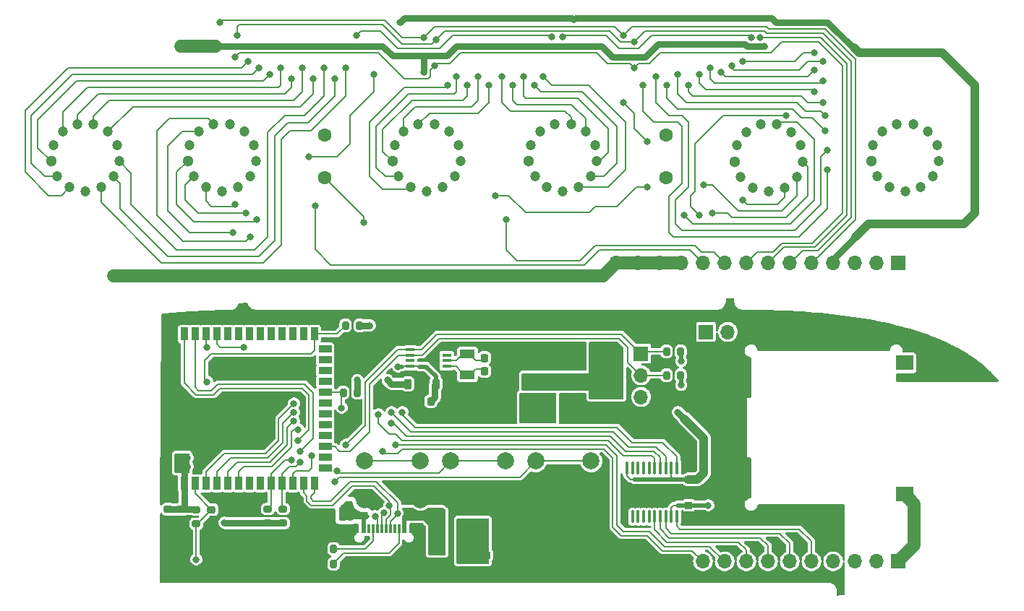
<source format=gtl>
%TF.GenerationSoftware,KiCad,Pcbnew,(7.0.0)*%
%TF.CreationDate,2023-08-29T20:45:16+09:00*%
%TF.ProjectId,IN-16_Nixie_Clock,494e2d31-365f-44e6-9978-69655f436c6f,rev?*%
%TF.SameCoordinates,Original*%
%TF.FileFunction,Copper,L1,Top*%
%TF.FilePolarity,Positive*%
%FSLAX46Y46*%
G04 Gerber Fmt 4.6, Leading zero omitted, Abs format (unit mm)*
G04 Created by KiCad (PCBNEW (7.0.0)) date 2023-08-29 20:45:16*
%MOMM*%
%LPD*%
G01*
G04 APERTURE LIST*
G04 Aperture macros list*
%AMRoundRect*
0 Rectangle with rounded corners*
0 $1 Rounding radius*
0 $2 $3 $4 $5 $6 $7 $8 $9 X,Y pos of 4 corners*
0 Add a 4 corners polygon primitive as box body*
4,1,4,$2,$3,$4,$5,$6,$7,$8,$9,$2,$3,0*
0 Add four circle primitives for the rounded corners*
1,1,$1+$1,$2,$3*
1,1,$1+$1,$4,$5*
1,1,$1+$1,$6,$7*
1,1,$1+$1,$8,$9*
0 Add four rect primitives between the rounded corners*
20,1,$1+$1,$2,$3,$4,$5,0*
20,1,$1+$1,$4,$5,$6,$7,0*
20,1,$1+$1,$6,$7,$8,$9,0*
20,1,$1+$1,$8,$9,$2,$3,0*%
G04 Aperture macros list end*
%TA.AperFunction,SMDPad,CuDef*%
%ADD10RoundRect,0.225000X0.225000X0.375000X-0.225000X0.375000X-0.225000X-0.375000X0.225000X-0.375000X0*%
%TD*%
%TA.AperFunction,ComponentPad*%
%ADD11C,1.200000*%
%TD*%
%TA.AperFunction,ComponentPad*%
%ADD12C,1.300000*%
%TD*%
%TA.AperFunction,ComponentPad*%
%ADD13C,1.600000*%
%TD*%
%TA.AperFunction,SMDPad,CuDef*%
%ADD14RoundRect,0.225000X-0.250000X0.225000X-0.250000X-0.225000X0.250000X-0.225000X0.250000X0.225000X0*%
%TD*%
%TA.AperFunction,SMDPad,CuDef*%
%ADD15RoundRect,0.225000X0.225000X0.250000X-0.225000X0.250000X-0.225000X-0.250000X0.225000X-0.250000X0*%
%TD*%
%TA.AperFunction,SMDPad,CuDef*%
%ADD16RoundRect,0.100000X-0.100000X0.637500X-0.100000X-0.637500X0.100000X-0.637500X0.100000X0.637500X0*%
%TD*%
%TA.AperFunction,SMDPad,CuDef*%
%ADD17RoundRect,0.200000X-0.275000X0.200000X-0.275000X-0.200000X0.275000X-0.200000X0.275000X0.200000X0*%
%TD*%
%TA.AperFunction,ComponentPad*%
%ADD18R,1.700000X1.700000*%
%TD*%
%TA.AperFunction,ComponentPad*%
%ADD19O,1.700000X1.700000*%
%TD*%
%TA.AperFunction,SMDPad,CuDef*%
%ADD20RoundRect,0.225000X0.250000X-0.225000X0.250000X0.225000X-0.250000X0.225000X-0.250000X-0.225000X0*%
%TD*%
%TA.AperFunction,SMDPad,CuDef*%
%ADD21RoundRect,0.200000X-0.200000X-0.275000X0.200000X-0.275000X0.200000X0.275000X-0.200000X0.275000X0*%
%TD*%
%TA.AperFunction,SMDPad,CuDef*%
%ADD22R,0.600000X1.140000*%
%TD*%
%TA.AperFunction,SMDPad,CuDef*%
%ADD23R,0.300000X1.140000*%
%TD*%
%TA.AperFunction,ComponentPad*%
%ADD24O,0.800000X2.100000*%
%TD*%
%TA.AperFunction,ComponentPad*%
%ADD25O,0.800000X1.800000*%
%TD*%
%TA.AperFunction,SMDPad,CuDef*%
%ADD26R,1.800000X1.000000*%
%TD*%
%TA.AperFunction,SMDPad,CuDef*%
%ADD27RoundRect,0.225000X-0.225000X-0.250000X0.225000X-0.250000X0.225000X0.250000X-0.225000X0.250000X0*%
%TD*%
%TA.AperFunction,SMDPad,CuDef*%
%ADD28RoundRect,0.250000X0.375000X0.625000X-0.375000X0.625000X-0.375000X-0.625000X0.375000X-0.625000X0*%
%TD*%
%TA.AperFunction,ComponentPad*%
%ADD29R,2.000000X1.800000*%
%TD*%
%TA.AperFunction,ComponentPad*%
%ADD30R,1.800000X2.000000*%
%TD*%
%TA.AperFunction,SMDPad,CuDef*%
%ADD31R,0.900000X1.500000*%
%TD*%
%TA.AperFunction,SMDPad,CuDef*%
%ADD32R,1.500000X0.900000*%
%TD*%
%TA.AperFunction,SMDPad,CuDef*%
%ADD33R,0.900000X0.900000*%
%TD*%
%TA.AperFunction,SMDPad,CuDef*%
%ADD34R,1.100000X0.400000*%
%TD*%
%TA.AperFunction,SMDPad,CuDef*%
%ADD35RoundRect,0.250000X-0.325000X-1.100000X0.325000X-1.100000X0.325000X1.100000X-0.325000X1.100000X0*%
%TD*%
%TA.AperFunction,SMDPad,CuDef*%
%ADD36RoundRect,0.200000X0.275000X-0.200000X0.275000X0.200000X-0.275000X0.200000X-0.275000X-0.200000X0*%
%TD*%
%TA.AperFunction,SMDPad,CuDef*%
%ADD37R,2.000000X1.500000*%
%TD*%
%TA.AperFunction,SMDPad,CuDef*%
%ADD38R,2.000000X3.800000*%
%TD*%
%TA.AperFunction,ComponentPad*%
%ADD39C,2.000000*%
%TD*%
%TA.AperFunction,ViaPad*%
%ADD40C,0.800000*%
%TD*%
%TA.AperFunction,Conductor*%
%ADD41C,0.200000*%
%TD*%
%TA.AperFunction,Conductor*%
%ADD42C,0.800000*%
%TD*%
%TA.AperFunction,Conductor*%
%ADD43C,0.500000*%
%TD*%
%TA.AperFunction,Conductor*%
%ADD44C,1.000000*%
%TD*%
%TA.AperFunction,Conductor*%
%ADD45C,1.500000*%
%TD*%
G04 APERTURE END LIST*
D10*
%TO.P,D4,1,K*%
%TO.N,Net-(BT1-+)*%
X93090000Y-91694000D03*
%TO.P,D4,2,A*%
%TO.N,+3V3*%
X89790000Y-91694000D03*
%TD*%
D11*
%TO.P,N4,1,A*%
%TO.N,Net-(N4-A)*%
X107940000Y-69120000D03*
%TO.P,N4,2,K1*%
%TO.N,/Nixie_Driver/AN_D1*%
X109800000Y-68660000D03*
%TO.P,N4,3,K7*%
%TO.N,/Nixie_Driver/AN_D7*%
X111230000Y-67390000D03*
%TO.P,N4,4,K3*%
%TO.N,/Nixie_Driver/AN_D3*%
X111910000Y-65600000D03*
%TO.P,N4,5,DP_L*%
%TO.N,unconnected-(N4-DP_L-Pad5)*%
X111680000Y-63700000D03*
%TO.P,N4,6,K4*%
%TO.N,/Nixie_Driver/AN_D4*%
X110590000Y-62130000D03*
%TO.P,N4,7,K5*%
%TO.N,/Nixie_Driver/AN_D5*%
X108900000Y-61240000D03*
%TO.P,N4,8,K6*%
%TO.N,/Nixie_Driver/AN_D6*%
X106980000Y-61240000D03*
%TO.P,N4,9,K2*%
%TO.N,/Nixie_Driver/AN_D2*%
X105290000Y-62130000D03*
%TO.P,N4,10,DP_R*%
%TO.N,unconnected-(N4-DP_R-Pad10)*%
X104200000Y-63700000D03*
D12*
%TO.P,N4,11,K8*%
%TO.N,/Nixie_Driver/AN_D8*%
X103970000Y-65600000D03*
D11*
%TO.P,N4,12,K9*%
%TO.N,/Nixie_Driver/AN_D9*%
X104650000Y-67390000D03*
%TO.P,N4,13,K0*%
%TO.N,/Nixie_Driver/AN_D0*%
X106080000Y-68660000D03*
%TD*%
D13*
%TO.P,N9,A*%
%TO.N,Net-(N9-PadA)*%
X119990818Y-67524000D03*
%TO.P,N9,C*%
%TO.N,Net-(Q2-C)*%
X119990818Y-62524000D03*
%TD*%
D11*
%TO.P,N1,1,A*%
%TO.N,Net-(N1-A)*%
X132040000Y-69160000D03*
%TO.P,N1,2,K1*%
%TO.N,/Nixie_Driver/AN_E1*%
X133900000Y-68700000D03*
%TO.P,N1,3,K7*%
%TO.N,/Nixie_Driver/AN_E7*%
X135330000Y-67430000D03*
%TO.P,N1,4,K3*%
%TO.N,/Nixie_Driver/AN_E3*%
X136010000Y-65640000D03*
%TO.P,N1,5,DP_L*%
%TO.N,unconnected-(N1-DP_L-Pad5)*%
X135780000Y-63740000D03*
%TO.P,N1,6,K4*%
%TO.N,/Nixie_Driver/AN_E4*%
X134690000Y-62170000D03*
%TO.P,N1,7,K5*%
%TO.N,/Nixie_Driver/AN_E5*%
X133000000Y-61280000D03*
%TO.P,N1,8,K6*%
%TO.N,/Nixie_Driver/AN_E6*%
X131080000Y-61280000D03*
%TO.P,N1,9,K2*%
%TO.N,/Nixie_Driver/AN_E2*%
X129390000Y-62170000D03*
%TO.P,N1,10,DP_R*%
%TO.N,unconnected-(N1-DP_R-Pad10)*%
X128300000Y-63740000D03*
D12*
%TO.P,N1,11,K8*%
%TO.N,/Nixie_Driver/AN_E8*%
X128070000Y-65640000D03*
D11*
%TO.P,N1,12,K9*%
%TO.N,/Nixie_Driver/AN_E9*%
X128750000Y-67430000D03*
%TO.P,N1,13,K0*%
%TO.N,/Nixie_Driver/AN_E0*%
X130180000Y-68700000D03*
%TD*%
D14*
%TO.P,C2,1*%
%TO.N,+3V3*%
X61722000Y-106400000D03*
%TO.P,C2,2*%
%TO.N,GND*%
X61722000Y-107950000D03*
%TD*%
%TO.P,C1,1*%
%TO.N,+3V3*%
X63246000Y-106413000D03*
%TO.P,C1,2*%
%TO.N,GND*%
X63246000Y-107963000D03*
%TD*%
D15*
%TO.P,C4,1*%
%TO.N,+3V3*%
X103645000Y-91440000D03*
%TO.P,C4,2*%
%TO.N,GND*%
X102095000Y-91440000D03*
%TD*%
D11*
%TO.P,N8,1,A*%
%TO.N,Net-(N8-A)*%
X68000000Y-69100000D03*
%TO.P,N8,2,K1*%
%TO.N,/Nixie_Driver/AN_B1*%
X69860000Y-68640000D03*
%TO.P,N8,3,K7*%
%TO.N,/Nixie_Driver/AN_B7*%
X71290000Y-67370000D03*
%TO.P,N8,4,K3*%
%TO.N,/Nixie_Driver/AN_B3*%
X71970000Y-65580000D03*
%TO.P,N8,5,DP_L*%
%TO.N,unconnected-(N8-DP_L-Pad5)*%
X71740000Y-63680000D03*
%TO.P,N8,6,K4*%
%TO.N,/Nixie_Driver/AN_B4*%
X70650000Y-62110000D03*
%TO.P,N8,7,K5*%
%TO.N,/Nixie_Driver/AN_B5*%
X68960000Y-61220000D03*
%TO.P,N8,8,K6*%
%TO.N,/Nixie_Driver/AN_B6*%
X67040000Y-61220000D03*
%TO.P,N8,9,K2*%
%TO.N,/Nixie_Driver/AN_B2*%
X65350000Y-62110000D03*
%TO.P,N8,10,DP_R*%
%TO.N,unconnected-(N8-DP_R-Pad10)*%
X64260000Y-63680000D03*
D12*
%TO.P,N8,11,K8*%
%TO.N,/Nixie_Driver/AN_B8*%
X64030000Y-65580000D03*
D11*
%TO.P,N8,12,K9*%
%TO.N,/Nixie_Driver/AN_B9*%
X64710000Y-67370000D03*
%TO.P,N8,13,K0*%
%TO.N,/Nixie_Driver/AN_B0*%
X66140000Y-68640000D03*
%TD*%
D16*
%TO.P,U4,1,A1*%
%TO.N,CLOCK_ESP32*%
X121289000Y-101531500D03*
%TO.P,U4,2,VCCA*%
%TO.N,+3V3*%
X120639000Y-101531500D03*
%TO.P,U4,3,A2*%
%TO.N,STROBE_ESP32*%
X119989000Y-101531500D03*
%TO.P,U4,4,A3*%
%TO.N,DATA_ESP32*%
X119339000Y-101531500D03*
%TO.P,U4,5,A4*%
%TO.N,BLANK_ESP32*%
X118689000Y-101531500D03*
%TO.P,U4,6,A5*%
%TO.N,unconnected-(U4-A5-Pad6)*%
X118039000Y-101531500D03*
%TO.P,U4,7,A6*%
%TO.N,unconnected-(U4-A6-Pad7)*%
X117389000Y-101531500D03*
%TO.P,U4,8,A7*%
%TO.N,unconnected-(U4-A7-Pad8)*%
X116739000Y-101531500D03*
%TO.P,U4,9,A8*%
%TO.N,unconnected-(U4-A8-Pad9)*%
X116089000Y-101531500D03*
%TO.P,U4,10,OE*%
%TO.N,+3V3*%
X115439000Y-101531500D03*
%TO.P,U4,11,GND*%
%TO.N,GND*%
X115439000Y-107256500D03*
%TO.P,U4,12,B8*%
%TO.N,unconnected-(U4-B8-Pad12)*%
X116089000Y-107256500D03*
%TO.P,U4,13,B7*%
%TO.N,unconnected-(U4-B7-Pad13)*%
X116739000Y-107256500D03*
%TO.P,U4,14,B6*%
%TO.N,unconnected-(U4-B6-Pad14)*%
X117389000Y-107256500D03*
%TO.P,U4,15,B5*%
%TO.N,unconnected-(U4-B5-Pad15)*%
X118039000Y-107256500D03*
%TO.P,U4,16,B4*%
%TO.N,/Nixie_Driver/BLANK*%
X118689000Y-107256500D03*
%TO.P,U4,17,B3*%
%TO.N,/Nixie_Driver/DATA*%
X119339000Y-107256500D03*
%TO.P,U4,18,B2*%
%TO.N,/Nixie_Driver/STROBE*%
X119989000Y-107256500D03*
%TO.P,U4,19,V*%
%TO.N,+5V*%
X120639000Y-107256500D03*
%TO.P,U4,20,B1*%
%TO.N,/Nixie_Driver/CLOCK*%
X121289000Y-107256500D03*
%TD*%
D17*
%TO.P,R24,1*%
%TO.N,SW_2*%
X75184000Y-106363000D03*
%TO.P,R24,2*%
%TO.N,+3V3*%
X75184000Y-108013000D03*
%TD*%
D11*
%TO.P,N2,1,A*%
%TO.N,Net-(N2-A)*%
X148000000Y-69100000D03*
%TO.P,N2,2,K1*%
%TO.N,/Nixie_Driver/AN_F1*%
X149860000Y-68640000D03*
%TO.P,N2,3,K7*%
%TO.N,/Nixie_Driver/AN_F7*%
X151290000Y-67370000D03*
%TO.P,N2,4,K3*%
%TO.N,/Nixie_Driver/AN_F3*%
X151970000Y-65580000D03*
%TO.P,N2,5,DP_L*%
%TO.N,unconnected-(N2-DP_L-Pad5)*%
X151740000Y-63680000D03*
%TO.P,N2,6,K4*%
%TO.N,/Nixie_Driver/AN_F4*%
X150650000Y-62110000D03*
%TO.P,N2,7,K5*%
%TO.N,/Nixie_Driver/AN_F5*%
X148960000Y-61220000D03*
%TO.P,N2,8,K6*%
%TO.N,/Nixie_Driver/AN_F6*%
X147040000Y-61220000D03*
%TO.P,N2,9,K2*%
%TO.N,/Nixie_Driver/AN_F2*%
X145350000Y-62110000D03*
%TO.P,N2,10,DP_R*%
%TO.N,unconnected-(N2-DP_R-Pad10)*%
X144260000Y-63680000D03*
D12*
%TO.P,N2,11,K8*%
%TO.N,/Nixie_Driver/AN_F8*%
X144030000Y-65580000D03*
D11*
%TO.P,N2,12,K9*%
%TO.N,/Nixie_Driver/AN_F9*%
X144710000Y-67370000D03*
%TO.P,N2,13,K0*%
%TO.N,/Nixie_Driver/AN_F0*%
X146140000Y-68640000D03*
%TD*%
D14*
%TO.P,C9,1*%
%TO.N,+5V*%
X122682000Y-105918000D03*
%TO.P,C9,2*%
%TO.N,GND*%
X122682000Y-107468000D03*
%TD*%
D18*
%TO.P,J3,1,Pin_1*%
%TO.N,+HV*%
X147199999Y-112499999D03*
D19*
%TO.P,J3,2,Pin_2*%
%TO.N,unconnected-(J3-Pin_2-Pad2)*%
X144659999Y-112499999D03*
%TO.P,J3,3,Pin_3*%
%TO.N,unconnected-(J3-Pin_3-Pad3)*%
X142119999Y-112499999D03*
%TO.P,J3,4,Pin_4*%
%TO.N,+5V*%
X139579999Y-112499999D03*
%TO.P,J3,5,Pin_5*%
%TO.N,/Nixie_Driver/CLOCK*%
X137039999Y-112499999D03*
%TO.P,J3,6,Pin_6*%
%TO.N,/Nixie_Driver/STROBE*%
X134499999Y-112499999D03*
%TO.P,J3,7,Pin_7*%
%TO.N,/Nixie_Driver/DATA*%
X131959999Y-112499999D03*
%TO.P,J3,8,Pin_8*%
%TO.N,/Nixie_Driver/BLANK*%
X129419999Y-112499999D03*
%TO.P,J3,9,Pin_9*%
%TO.N,COLON_L*%
X126879999Y-112499999D03*
%TO.P,J3,10,Pin_10*%
%TO.N,COLON_R*%
X124339999Y-112499999D03*
%TO.P,J3,11,Pin_11*%
%TO.N,GND*%
X121799999Y-112499999D03*
%TO.P,J3,12,Pin_12*%
X119259999Y-112499999D03*
%TO.P,J3,13,Pin_13*%
X116719999Y-112499999D03*
%TO.P,J3,14,Pin_14*%
X114179999Y-112499999D03*
%TD*%
D20*
%TO.P,C7,1*%
%TO.N,+3V3*%
X122682000Y-102883000D03*
%TO.P,C7,2*%
%TO.N,GND*%
X122682000Y-101333000D03*
%TD*%
D21*
%TO.P,R8,1*%
%TO.N,SCL*%
X120079000Y-90678000D03*
%TO.P,R8,2*%
%TO.N,+3V3*%
X121729000Y-90678000D03*
%TD*%
D22*
%TO.P,J5,A1B12,GND*%
%TO.N,GND*%
X83799999Y-108649999D03*
%TO.P,J5,A4B9,VBUS*%
%TO.N,/VBUS*%
X84599999Y-108649999D03*
D23*
%TO.P,J5,A5,CC1*%
%TO.N,Net-(J5-CC1)*%
X85749999Y-108649999D03*
%TO.P,J5,A6,D+*%
%TO.N,/USBD+*%
X86749999Y-108649999D03*
%TO.P,J5,A7,D-*%
%TO.N,/USBD-*%
X87249999Y-108649999D03*
%TO.P,J5,A8,SBU1*%
%TO.N,unconnected-(J5-SBU1-PadA8)*%
X88249999Y-108649999D03*
D22*
%TO.P,J5,B1A12,GND*%
%TO.N,GND*%
X90199999Y-108649999D03*
%TO.P,J5,B4A9,VBUS*%
%TO.N,/VBUS*%
X89399999Y-108649999D03*
D23*
%TO.P,J5,B5,CC2*%
%TO.N,Net-(J5-CC2)*%
X88749999Y-108649999D03*
%TO.P,J5,B6,D+*%
%TO.N,/USBD+*%
X87749999Y-108649999D03*
%TO.P,J5,B7,D-*%
%TO.N,/USBD-*%
X86249999Y-108649999D03*
%TO.P,J5,B8,SBU2*%
%TO.N,unconnected-(J5-SBU2-PadB8)*%
X85249999Y-108649999D03*
D24*
%TO.P,J5,S1,SHIELD*%
%TO.N,GND*%
X82679999Y-109219999D03*
D25*
X82679999Y-113399999D03*
D24*
X91319999Y-109219999D03*
D25*
X91319999Y-113399999D03*
%TD*%
D26*
%TO.P,Y1,2,2*%
%TO.N,Net-(U7-OSCI)*%
X96760999Y-90657999D03*
%TO.P,Y1,1,1*%
%TO.N,Net-(U7-OSCO)*%
X96760999Y-88157999D03*
%TD*%
D27*
%TO.P,C13,2*%
%TO.N,GND*%
X100330000Y-90170000D03*
%TO.P,C13,1*%
%TO.N,Net-(U7-OSCI)*%
X98780000Y-90170000D03*
%TD*%
D14*
%TO.P,C3,1*%
%TO.N,/EN*%
X66802000Y-106426000D03*
%TO.P,C3,2*%
%TO.N,GND*%
X66802000Y-107976000D03*
%TD*%
D21*
%TO.P,R20,1*%
%TO.N,/IO0*%
X82487000Y-84836000D03*
%TO.P,R20,2*%
%TO.N,+3V3*%
X84137000Y-84836000D03*
%TD*%
D27*
%TO.P,C15,2*%
%TO.N,Net-(BT1-+)*%
X92469000Y-93726000D03*
%TO.P,C15,1*%
%TO.N,GND*%
X90919000Y-93726000D03*
%TD*%
D28*
%TO.P,F1,1*%
%TO.N,+5V*%
X96396000Y-108712000D03*
%TO.P,F1,2*%
%TO.N,/VBUS*%
X93596000Y-108712000D03*
%TD*%
D27*
%TO.P,C14,1*%
%TO.N,Net-(U7-OSCO)*%
X98780000Y-88646000D03*
%TO.P,C14,2*%
%TO.N,GND*%
X100330000Y-88646000D03*
%TD*%
D29*
%TO.P,U3,1,VIN*%
%TO.N,Net-(J2-Pin_2)*%
X147971999Y-89223999D03*
D30*
%TO.P,U3,2,GND*%
%TO.N,GND*%
X138371999Y-86823999D03*
D29*
%TO.P,U3,3,GND*%
X132871999Y-106823999D03*
%TO.P,U3,4,VOUT*%
%TO.N,+HV*%
X147971999Y-104623999D03*
%TD*%
D31*
%TO.P,U8,1,GND*%
%TO.N,GND*%
X62339999Y-103344999D03*
%TO.P,U8,2,3V3*%
%TO.N,+3V3*%
X63609999Y-103344999D03*
%TO.P,U8,3,EN*%
%TO.N,/EN*%
X64879999Y-103344999D03*
%TO.P,U8,4,GPIO4/TOUCH4/ADC1_CH3*%
%TO.N,BLANK_ESP32*%
X66149999Y-103344999D03*
%TO.P,U8,5,GPIO5/TOUCH5/ADC1_CH4*%
%TO.N,STROBE_ESP32*%
X67419999Y-103344999D03*
%TO.P,U8,6,GPIO6/TOUCH6/ADC1_CH5*%
%TO.N,DATA_ESP32*%
X68689999Y-103344999D03*
%TO.P,U8,7,GPIO7/TOUCH7/ADC1_CH6*%
%TO.N,CLOCK_ESP32*%
X69959999Y-103344999D03*
%TO.P,U8,8,GPIO15/U0RTS/ADC2_CH4/XTAL_32K_P*%
%TO.N,unconnected-(U8-GPIO15{slash}U0RTS{slash}ADC2_CH4{slash}XTAL_32K_P-Pad8)*%
X71229999Y-103344999D03*
%TO.P,U8,9,GPIO16/U0CTS/ADC2_CH5/XTAL_32K_N*%
%TO.N,unconnected-(U8-GPIO16{slash}U0CTS{slash}ADC2_CH5{slash}XTAL_32K_N-Pad9)*%
X72499999Y-103344999D03*
%TO.P,U8,10,GPIO17/U1TXD/ADC2_CH6*%
%TO.N,SW_1*%
X73769999Y-103344999D03*
%TO.P,U8,11,GPIO18/U1RXD/ADC2_CH7/CLK_OUT3*%
%TO.N,SW_2*%
X75039999Y-103344999D03*
%TO.P,U8,12,GPIO8/TOUCH8/ADC1_CH7/SUBSPICS1*%
%TO.N,SDA*%
X76309999Y-103344999D03*
%TO.P,U8,13,GPIO19/U1RTS/ADC2_CH8/CLK_OUT2/USB_D-*%
%TO.N,/USBD-*%
X77579999Y-103344999D03*
%TO.P,U8,14,GPIO20/U1CTS/ADC2_CH9/CLK_OUT1/USB_D+*%
%TO.N,/USBD+*%
X78849999Y-103344999D03*
D32*
%TO.P,U8,15,GPIO3/TOUCH3/ADC1_CH2*%
%TO.N,/IO3*%
X80099999Y-101579999D03*
%TO.P,U8,16,GPIO46*%
%TO.N,/IO46*%
X80099999Y-100309999D03*
%TO.P,U8,17,GPIO9/TOUCH9/ADC1_CH8/FSPIHD/SUBSPIHD*%
%TO.N,SCL*%
X80099999Y-99039999D03*
%TO.P,U8,18,GPIO10/TOUCH10/ADC1_CH9/FSPICS0/FSPIIO4/SUBSPICS0*%
%TO.N,unconnected-(U8-GPIO10{slash}TOUCH10{slash}ADC1_CH9{slash}FSPICS0{slash}FSPIIO4{slash}SUBSPICS0-Pad18)*%
X80099999Y-97769999D03*
%TO.P,U8,19,GPIO11/TOUCH11/ADC2_CH0/FSPID/FSPIIO5/SUBSPID*%
%TO.N,unconnected-(U8-GPIO11{slash}TOUCH11{slash}ADC2_CH0{slash}FSPID{slash}FSPIIO5{slash}SUBSPID-Pad19)*%
X80099999Y-96499999D03*
%TO.P,U8,20,GPIO12/TOUCH12/ADC2_CH1/FSPICLK/FSPIIO6/SUBSPICLK*%
%TO.N,unconnected-(U8-GPIO12{slash}TOUCH12{slash}ADC2_CH1{slash}FSPICLK{slash}FSPIIO6{slash}SUBSPICLK-Pad20)*%
X80099999Y-95229999D03*
%TO.P,U8,21,GPIO13/TOUCH13/ADC2_CH2/FSPIQ/FSPIIO7/SUBSPIQ*%
%TO.N,unconnected-(U8-GPIO13{slash}TOUCH13{slash}ADC2_CH2{slash}FSPIQ{slash}FSPIIO7{slash}SUBSPIQ-Pad21)*%
X80099999Y-93959999D03*
%TO.P,U8,22,GPIO14/TOUCH14/ADC2_CH3/FSPIWP/FSPIDQS/SUBSPIWP*%
%TO.N,SW_0*%
X80099999Y-92689999D03*
%TO.P,U8,23,GPIO21*%
%TO.N,unconnected-(U8-GPIO21-Pad23)*%
X80099999Y-91419999D03*
%TO.P,U8,24,GPIO47/SPICLK_P/SUBSPICLK_P_DIFF*%
%TO.N,unconnected-(U8-GPIO47{slash}SPICLK_P{slash}SUBSPICLK_P_DIFF-Pad24)*%
X80099999Y-90149999D03*
%TO.P,U8,25,GPIO48/SPICLK_N/SUBSPICLK_N_DIFF*%
%TO.N,unconnected-(U8-GPIO48{slash}SPICLK_N{slash}SUBSPICLK_N_DIFF-Pad25)*%
X80099999Y-88879999D03*
%TO.P,U8,26,GPIO45*%
%TO.N,/IO45*%
X80099999Y-87609999D03*
D31*
%TO.P,U8,27,GPIO0/BOOT*%
%TO.N,/IO0*%
X78849999Y-85844999D03*
%TO.P,U8,28,SPIIO6/GPIO35/FSPID/SUBSPID*%
%TO.N,unconnected-(U8-SPIIO6{slash}GPIO35{slash}FSPID{slash}SUBSPID-Pad28)*%
X77579999Y-85844999D03*
%TO.P,U8,29,SPIIO7/GPIO36/FSPICLK/SUBSPICLK*%
%TO.N,unconnected-(U8-SPIIO7{slash}GPIO36{slash}FSPICLK{slash}SUBSPICLK-Pad29)*%
X76309999Y-85844999D03*
%TO.P,U8,30,SPIDQS/GPIO37/FSPIQ/SUBSPIQ*%
%TO.N,unconnected-(U8-SPIDQS{slash}GPIO37{slash}FSPIQ{slash}SUBSPIQ-Pad30)*%
X75039999Y-85844999D03*
%TO.P,U8,31,GPIO38/FSPIWP/SUBSPIWP*%
%TO.N,unconnected-(U8-GPIO38{slash}FSPIWP{slash}SUBSPIWP-Pad31)*%
X73769999Y-85844999D03*
%TO.P,U8,32,MTCK/GPIO39/CLK_OUT3/SUBSPICS1*%
%TO.N,unconnected-(U8-MTCK{slash}GPIO39{slash}CLK_OUT3{slash}SUBSPICS1-Pad32)*%
X72499999Y-85844999D03*
%TO.P,U8,33,MTDO/GPIO40/CLK_OUT2*%
%TO.N,unconnected-(U8-MTDO{slash}GPIO40{slash}CLK_OUT2-Pad33)*%
X71229999Y-85844999D03*
%TO.P,U8,34,MTDI/GPIO41/CLK_OUT1*%
%TO.N,unconnected-(U8-MTDI{slash}GPIO41{slash}CLK_OUT1-Pad34)*%
X69959999Y-85844999D03*
%TO.P,U8,35,MTMS/GPIO42*%
%TO.N,unconnected-(U8-MTMS{slash}GPIO42-Pad35)*%
X68689999Y-85844999D03*
%TO.P,U8,36,U0RXD/GPIO44/CLK_OUT2*%
%TO.N,/U0RXD*%
X67419999Y-85844999D03*
%TO.P,U8,37,U0TXD/GPIO43/CLK_OUT1*%
%TO.N,/U0TXD*%
X66149999Y-85844999D03*
%TO.P,U8,38,GPIO2/TOUCH2/ADC1_CH1*%
%TO.N,COLON_R*%
X64879999Y-85844999D03*
%TO.P,U8,39,GPIO1/TOUCH1/ADC1_CH0*%
%TO.N,COLON_L*%
X63609999Y-85844999D03*
%TO.P,U8,40,GND*%
%TO.N,GND*%
X62339999Y-85844999D03*
D33*
%TO.P,U8,41,GND*%
X68659999Y-97494999D03*
X70059999Y-97494999D03*
X71459999Y-97494999D03*
X71459999Y-97494999D03*
X68659999Y-96094999D03*
X68659999Y-96094999D03*
X70059999Y-96094999D03*
X71459999Y-96094999D03*
X68659999Y-94694999D03*
X70059999Y-94694999D03*
X71459999Y-94694999D03*
%TD*%
D21*
%TO.P,R18,1*%
%TO.N,GND*%
X79439000Y-111028000D03*
%TO.P,R18,2*%
%TO.N,Net-(J5-CC1)*%
X81089000Y-111028000D03*
%TD*%
D34*
%TO.P,U7,8,VDD*%
%TO.N,Net-(BT1-+)*%
X90051999Y-89620999D03*
%TO.P,U7,7,CLKOUT*%
%TO.N,unconnected-(U7-CLKOUT-Pad7)*%
X90051999Y-88970999D03*
%TO.P,U7,6,SCL*%
%TO.N,SCL*%
X90051999Y-88320999D03*
%TO.P,U7,5,SDA*%
%TO.N,SDA*%
X90051999Y-87670999D03*
%TO.P,U7,4,VSS*%
%TO.N,GND*%
X94351999Y-87670999D03*
%TO.P,U7,3,INT#*%
%TO.N,unconnected-(U7-INT#-Pad3)*%
X94351999Y-88320999D03*
%TO.P,U7,2,OSCO*%
%TO.N,Net-(U7-OSCO)*%
X94351999Y-88970999D03*
%TO.P,U7,1,OSCI*%
%TO.N,Net-(U7-OSCI)*%
X94351999Y-89620999D03*
%TD*%
D21*
%TO.P,R7,1*%
%TO.N,SDA*%
X120079000Y-87884000D03*
%TO.P,R7,2*%
%TO.N,+3V3*%
X121729000Y-87884000D03*
%TD*%
D11*
%TO.P,N3,1,A*%
%TO.N,Net-(N3-A)*%
X91970000Y-69120000D03*
%TO.P,N3,2,K1*%
%TO.N,/Nixie_Driver/AN_C1*%
X93830000Y-68660000D03*
%TO.P,N3,3,K7*%
%TO.N,/Nixie_Driver/AN_C7*%
X95260000Y-67390000D03*
%TO.P,N3,4,K3*%
%TO.N,/Nixie_Driver/AN_C3*%
X95940000Y-65600000D03*
%TO.P,N3,5,DP_L*%
%TO.N,unconnected-(N3-DP_L-Pad5)*%
X95710000Y-63700000D03*
%TO.P,N3,6,K4*%
%TO.N,/Nixie_Driver/AN_C4*%
X94620000Y-62130000D03*
%TO.P,N3,7,K5*%
%TO.N,/Nixie_Driver/AN_C5*%
X92930000Y-61240000D03*
%TO.P,N3,8,K6*%
%TO.N,/Nixie_Driver/AN_C6*%
X91010000Y-61240000D03*
%TO.P,N3,9,K2*%
%TO.N,/Nixie_Driver/AN_C2*%
X89320000Y-62130000D03*
%TO.P,N3,10,DP_R*%
%TO.N,unconnected-(N3-DP_R-Pad10)*%
X88230000Y-63700000D03*
D12*
%TO.P,N3,11,K8*%
%TO.N,/Nixie_Driver/AN_C8*%
X88000000Y-65600000D03*
D11*
%TO.P,N3,12,K9*%
%TO.N,/Nixie_Driver/AN_C9*%
X88680000Y-67390000D03*
%TO.P,N3,13,K0*%
%TO.N,/Nixie_Driver/AN_C0*%
X90110000Y-68660000D03*
%TD*%
D21*
%TO.P,R19,1*%
%TO.N,GND*%
X79439000Y-112776000D03*
%TO.P,R19,2*%
%TO.N,Net-(J5-CC2)*%
X81089000Y-112776000D03*
%TD*%
D17*
%TO.P,R23,1*%
%TO.N,SW_1*%
X73406000Y-106363000D03*
%TO.P,R23,2*%
%TO.N,+3V3*%
X73406000Y-108013000D03*
%TD*%
D15*
%TO.P,C12,1*%
%TO.N,+5V*%
X103645000Y-93726000D03*
%TO.P,C12,2*%
%TO.N,GND*%
X102095000Y-93726000D03*
%TD*%
D11*
%TO.P,N7,1,A*%
%TO.N,Net-(N7-A)*%
X52040000Y-69120000D03*
%TO.P,N7,2,K1*%
%TO.N,/Nixie_Driver/AN_A1*%
X53900000Y-68660000D03*
%TO.P,N7,3,K7*%
%TO.N,/Nixie_Driver/AN_A7*%
X55330000Y-67390000D03*
%TO.P,N7,4,K3*%
%TO.N,/Nixie_Driver/AN_A3*%
X56010000Y-65600000D03*
%TO.P,N7,5,DP_L*%
%TO.N,unconnected-(N7-DP_L-Pad5)*%
X55780000Y-63700000D03*
%TO.P,N7,6,K4*%
%TO.N,/Nixie_Driver/AN_A4*%
X54690000Y-62130000D03*
%TO.P,N7,7,K5*%
%TO.N,/Nixie_Driver/AN_A5*%
X53000000Y-61240000D03*
%TO.P,N7,8,K6*%
%TO.N,/Nixie_Driver/AN_A6*%
X51080000Y-61240000D03*
%TO.P,N7,9,K2*%
%TO.N,/Nixie_Driver/AN_A2*%
X49390000Y-62130000D03*
%TO.P,N7,10,DP_R*%
%TO.N,unconnected-(N7-DP_R-Pad10)*%
X48300000Y-63700000D03*
D12*
%TO.P,N7,11,K8*%
%TO.N,/Nixie_Driver/AN_A8*%
X48070000Y-65600000D03*
D11*
%TO.P,N7,12,K9*%
%TO.N,/Nixie_Driver/AN_A9*%
X48750000Y-67390000D03*
%TO.P,N7,13,K0*%
%TO.N,/Nixie_Driver/AN_A0*%
X50180000Y-68660000D03*
%TD*%
D27*
%TO.P,C6,1*%
%TO.N,+5V*%
X99047000Y-111760000D03*
%TO.P,C6,2*%
%TO.N,GND*%
X100597000Y-111760000D03*
%TD*%
D35*
%TO.P,C5,1*%
%TO.N,+5V*%
X98347000Y-109220000D03*
%TO.P,C5,2*%
%TO.N,GND*%
X101297000Y-109220000D03*
%TD*%
D36*
%TO.P,R21,1*%
%TO.N,/EN*%
X65024000Y-108076000D03*
%TO.P,R21,2*%
%TO.N,+3V3*%
X65024000Y-106426000D03*
%TD*%
D21*
%TO.P,R22,1*%
%TO.N,SW_0*%
X82233000Y-92710000D03*
%TO.P,R22,2*%
%TO.N,+3V3*%
X83883000Y-92710000D03*
%TD*%
D13*
%TO.P,N5,A*%
%TO.N,Net-(N5-PadA)*%
X80019183Y-67500000D03*
%TO.P,N5,C*%
%TO.N,Net-(Q1-C)*%
X80019183Y-62500000D03*
%TD*%
D37*
%TO.P,U2,1,GND*%
%TO.N,GND*%
X105998999Y-89088999D03*
%TO.P,U2,2,VO*%
%TO.N,+3V3*%
X105998999Y-91388999D03*
D38*
X112298999Y-91388999D03*
D37*
%TO.P,U2,3,VI*%
%TO.N,+5V*%
X105998999Y-93688999D03*
%TD*%
D18*
%TO.P,J2,1,Pin_1*%
%TO.N,+5V*%
X124708999Y-85597999D03*
D19*
%TO.P,J2,2,Pin_2*%
%TO.N,Net-(J2-Pin_2)*%
X127248999Y-85597999D03*
%TD*%
D39*
%TO.P,SW3,1,A*%
%TO.N,SW_2*%
X111250000Y-100750000D03*
X104750000Y-100750000D03*
%TO.P,SW3,2,B*%
%TO.N,GND*%
X111250000Y-105250000D03*
X104750000Y-105250000D03*
%TD*%
%TO.P,SW2,1,A*%
%TO.N,SW_1*%
X101250000Y-100750000D03*
X94750000Y-100750000D03*
%TO.P,SW2,2,B*%
%TO.N,GND*%
X101250000Y-105250000D03*
X94750000Y-105250000D03*
%TD*%
%TO.P,SW1,1,A*%
%TO.N,SW_0*%
X91250000Y-100750000D03*
X84750000Y-100750000D03*
%TO.P,SW1,2,B*%
%TO.N,GND*%
X91250000Y-105250000D03*
X84750000Y-105250000D03*
%TD*%
D18*
%TO.P,J4,1,Pin_1*%
%TO.N,+HV_C*%
X147199999Y-77499999D03*
D19*
%TO.P,J4,2,Pin_2*%
%TO.N,unconnected-(J4-Pin_2-Pad2)*%
X144659999Y-77499999D03*
%TO.P,J4,3,Pin_3*%
%TO.N,unconnected-(J4-Pin_3-Pad3)*%
X142119999Y-77499999D03*
%TO.P,J4,4,Pin_4*%
%TO.N,+5V_C*%
X139579999Y-77499999D03*
%TO.P,J4,5,Pin_5*%
%TO.N,/Nixie_Driver/CLOCK_C*%
X137039999Y-77499999D03*
%TO.P,J4,6,Pin_6*%
%TO.N,/Nixie_Driver/STROBE_C*%
X134499999Y-77499999D03*
%TO.P,J4,7,Pin_7*%
%TO.N,/Nixie_Driver/DATA_C*%
X131959999Y-77499999D03*
%TO.P,J4,8,Pin_8*%
%TO.N,/Nixie_Driver/BLANK_C*%
X129419999Y-77499999D03*
%TO.P,J4,9,Pin_9*%
%TO.N,/Nixie_Driver/COLON_L_C*%
X126879999Y-77499999D03*
%TO.P,J4,10,Pin_10*%
%TO.N,/Nixie_Driver/COLON_R_C*%
X124339999Y-77499999D03*
%TO.P,J4,11,Pin_11*%
%TO.N,GND*%
X121799999Y-77499999D03*
%TO.P,J4,12,Pin_12*%
X119259999Y-77499999D03*
%TO.P,J4,13,Pin_13*%
X116719999Y-77499999D03*
%TO.P,J4,14,Pin_14*%
X114179999Y-77499999D03*
%TD*%
D18*
%TO.P,J1,1,Pin_1*%
%TO.N,SDA*%
X117093999Y-88137999D03*
D19*
%TO.P,J1,2,Pin_2*%
%TO.N,SCL*%
X117093999Y-90677999D03*
%TO.P,J1,3,Pin_3*%
%TO.N,+3V3*%
X117093999Y-93217999D03*
%TO.P,J1,4,Pin_4*%
%TO.N,GND*%
X117093999Y-95757999D03*
%TD*%
D40*
%TO.N,GND*%
X102108000Y-90424000D03*
X100838000Y-93726000D03*
X110236000Y-93726000D03*
X109220000Y-93726000D03*
X108204000Y-93726000D03*
X86360000Y-93218000D03*
X87884000Y-93218000D03*
X89408000Y-93218000D03*
X94234000Y-95250000D03*
X93218000Y-95250000D03*
X92202000Y-95250000D03*
%TO.N,+3V3*%
X87417000Y-91227000D03*
%TO.N,Net-(BT1-+)*%
X88646000Y-89662000D03*
%TO.N,+3V3*%
X121792000Y-89026000D03*
X64008000Y-101346000D03*
X121792000Y-91820000D03*
X62992000Y-100330000D03*
X85344000Y-84836000D03*
X113792000Y-88900000D03*
X111760000Y-87884000D03*
X68326000Y-107950000D03*
X112776000Y-88900000D03*
X111760000Y-88900000D03*
X62992000Y-101346000D03*
X64008000Y-100330000D03*
X113792000Y-87884000D03*
X121412000Y-94996000D03*
X122174000Y-95758000D03*
X112776000Y-87884000D03*
X83883000Y-91249000D03*
%TO.N,GND*%
X82550000Y-87630000D03*
X137160000Y-107188000D03*
X61468000Y-96012000D03*
X72390000Y-89408000D03*
X128270000Y-99060000D03*
X67310000Y-52070000D03*
X55372000Y-78994000D03*
X109728000Y-89408000D03*
X62340000Y-104538000D03*
X76200000Y-89408000D03*
X58928000Y-78994000D03*
X107696000Y-102616000D03*
X61722000Y-108966000D03*
X61468000Y-102108000D03*
X88900000Y-113030000D03*
X123926000Y-107468000D03*
X128270000Y-104140000D03*
X61468000Y-100076000D03*
X87884000Y-103632000D03*
X78232000Y-65024000D03*
X57150000Y-78994000D03*
X87122000Y-52324000D03*
X112776000Y-107188000D03*
X85090000Y-113030000D03*
X91694000Y-55118000D03*
X63246000Y-52070000D03*
X117348000Y-104648000D03*
X113792000Y-53340000D03*
X115062000Y-58674000D03*
X102108000Y-89154000D03*
X115439000Y-106041000D03*
X62340000Y-84472000D03*
X82550000Y-90170000D03*
X103124000Y-87376000D03*
X103124000Y-108204000D03*
X118872000Y-104648000D03*
X61468000Y-98044000D03*
X61468000Y-93980000D03*
X67310000Y-97790000D03*
X72390000Y-97790000D03*
X128270000Y-93980000D03*
X65278000Y-52070000D03*
X128270000Y-88900000D03*
X72390000Y-95250000D03*
X103124000Y-109728000D03*
X61468000Y-89916000D03*
X106680000Y-110744000D03*
X85852000Y-55372000D03*
X122682000Y-100330000D03*
X61468000Y-91948000D03*
X139700000Y-107188000D03*
X109728000Y-87884000D03*
X115824000Y-104648000D03*
X117856000Y-63246000D03*
X67310000Y-95250000D03*
X120396000Y-104648000D03*
X131572000Y-52070000D03*
X72390000Y-96520000D03*
X67310000Y-96520000D03*
X62230000Y-111760000D03*
X61468000Y-87884000D03*
X93980000Y-113030000D03*
X62230000Y-113538000D03*
X104394000Y-87376000D03*
%TO.N,/EN*%
X65024000Y-112268000D03*
%TO.N,+5V*%
X97790000Y-111252000D03*
X96012000Y-110236000D03*
X105664000Y-95504000D03*
X106680000Y-95504000D03*
X124968000Y-105918000D03*
X96012000Y-112268000D03*
X97028000Y-110236000D03*
X104648000Y-95504000D03*
X103632000Y-95504000D03*
X97028000Y-112268000D03*
%TO.N,+5V_C*%
X132842000Y-49263000D03*
X88900000Y-49276000D03*
X109220000Y-49009000D03*
%TO.N,/VBUS*%
X82296000Y-106172000D03*
X91186000Y-107188000D03*
X92456000Y-106934000D03*
X83312000Y-106680000D03*
X90170000Y-107188000D03*
X92710000Y-110490000D03*
X82296000Y-107188000D03*
X93472000Y-106934000D03*
X93218000Y-111252000D03*
X84582000Y-107188000D03*
%TO.N,COLON_R*%
X77216000Y-99568000D03*
X86868000Y-99568000D03*
%TO.N,COLON_L*%
X76962000Y-98298000D03*
X88392000Y-98806000D03*
%TO.N,/Nixie_Driver/CLOCK_C*%
X67818000Y-49276000D03*
X91694000Y-51054000D03*
X115062000Y-50800000D03*
%TO.N,/Nixie_Driver/STROBE_C*%
X93060000Y-51308000D03*
X116332000Y-51562000D03*
X69850000Y-50800000D03*
%TO.N,/Nixie_Driver/DATA_C*%
X131064000Y-51054000D03*
%TO.N,/Nixie_Driver/BLANK_C*%
X69596000Y-53340000D03*
X92964000Y-54356000D03*
X116332000Y-54610000D03*
%TO.N,/Nixie_Driver/COLON_R_C*%
X78953000Y-70825000D03*
%TO.N,/Nixie_Driver/COLON_L_C*%
X101346000Y-72390000D03*
%TO.N,/USBD+*%
X88597564Y-106917169D03*
X86961701Y-106830023D03*
%TO.N,/USBD-*%
X87630000Y-105918000D03*
X85939500Y-107188000D03*
%TO.N,Net-(N5-PadA)*%
X84600000Y-72800000D03*
%TO.N,SDA*%
X82550000Y-98806000D03*
X78500000Y-100076000D03*
%TO.N,/IO0*%
X66294000Y-91440000D03*
%TO.N,/U0TXD*%
X66294000Y-87376000D03*
%TO.N,/U0RXD*%
X70612000Y-87376000D03*
%TO.N,/Nixie_Driver/DATA_1*%
X130048000Y-51054000D03*
X107950000Y-50991500D03*
%TO.N,/Nixie_Driver/AN_B0*%
X69596000Y-70612000D03*
%TO.N,/Nixie_Driver/AN_B9*%
X70866000Y-71628000D03*
%TO.N,/Nixie_Driver/AN_B8*%
X72136000Y-72390000D03*
%TO.N,/Nixie_Driver/AN_B6*%
X71374000Y-74422000D03*
%TO.N,/Nixie_Driver/AN_B2*%
X69342000Y-73914000D03*
%TO.N,/Nixie_Driver/AN_A0*%
X71120000Y-53848000D03*
%TO.N,/Nixie_Driver/AN_A9*%
X72390000Y-54610000D03*
%TO.N,/Nixie_Driver/AN_A8*%
X73660000Y-55372000D03*
%TO.N,/Nixie_Driver/AN_A7*%
X81280000Y-55880000D03*
%TO.N,/Nixie_Driver/AN_A6*%
X76200000Y-55880000D03*
%TO.N,/Nixie_Driver/AN_A5*%
X77470000Y-54610000D03*
%TO.N,/Nixie_Driver/AN_A4*%
X78740000Y-55880000D03*
%TO.N,/Nixie_Driver/AN_A3*%
X80010000Y-54610000D03*
%TO.N,/Nixie_Driver/AN_A2*%
X74930000Y-54610000D03*
%TO.N,/Nixie_Driver/AN_A1*%
X82550000Y-54610000D03*
%TO.N,CLOCK_ESP32*%
X76962000Y-97028000D03*
X89154000Y-94996000D03*
%TO.N,STROBE_ESP32*%
X87884000Y-94996000D03*
X76454000Y-94996000D03*
%TO.N,DATA_ESP32*%
X87884000Y-96266000D03*
X76454000Y-96012000D03*
%TO.N,BLANK_ESP32*%
X86360000Y-95250000D03*
X76454000Y-93980000D03*
%TO.N,/Nixie_Driver/AN_D7*%
X104648000Y-56642000D03*
%TO.N,/Nixie_Driver/AN_D5*%
X100838000Y-55626000D03*
%TO.N,/Nixie_Driver/AN_D4*%
X102108000Y-56642000D03*
%TO.N,/Nixie_Driver/AN_D3*%
X103378000Y-55626000D03*
%TO.N,/Nixie_Driver/AN_D1*%
X105664000Y-55626000D03*
%TO.N,/Nixie_Driver/AN_C0*%
X94488000Y-56642000D03*
%TO.N,/Nixie_Driver/AN_C9*%
X95504000Y-55626000D03*
%TO.N,/Nixie_Driver/AN_C8*%
X96774000Y-56642000D03*
%TO.N,/Nixie_Driver/AN_C6*%
X99314000Y-56642000D03*
%TO.N,/Nixie_Driver/AN_C2*%
X98044000Y-55626000D03*
%TO.N,/Nixie_Driver/AN_F0*%
X117348000Y-56642000D03*
X138938000Y-66548000D03*
%TO.N,/Nixie_Driver/AN_F9*%
X138938000Y-64262000D03*
X118872000Y-55626000D03*
%TO.N,/Nixie_Driver/AN_F8*%
X120142000Y-56642000D03*
X138684000Y-61976000D03*
%TO.N,/Nixie_Driver/AN_F7*%
X138430000Y-53848000D03*
X127762000Y-54356000D03*
%TO.N,/Nixie_Driver/AN_F6*%
X122682000Y-56642000D03*
X138430000Y-58674000D03*
%TO.N,/Nixie_Driver/AN_F5*%
X137414000Y-57404000D03*
X123952000Y-55372000D03*
%TO.N,/Nixie_Driver/AN_F4*%
X138430000Y-56134000D03*
X125222000Y-54610000D03*
%TO.N,/Nixie_Driver/AN_F3*%
X126492000Y-55118000D03*
X137414000Y-54864000D03*
%TO.N,/Nixie_Driver/AN_F2*%
X121412000Y-55372000D03*
X138684000Y-60198000D03*
%TO.N,/Nixie_Driver/AN_F1*%
X129032000Y-53848000D03*
X137414000Y-52832000D03*
%TO.N,/Nixie_Driver/AN_E7*%
X124460000Y-68326000D03*
%TO.N,/Nixie_Driver/AN_E5*%
X122174000Y-71882000D03*
%TO.N,/Nixie_Driver/AN_E4*%
X123952000Y-71882000D03*
X134112000Y-60237500D03*
%TO.N,/Nixie_Driver/AN_E3*%
X125476000Y-71628000D03*
%TO.N,/Nixie_Driver/AN_E1*%
X129032000Y-70104000D03*
%TO.N,SW_0*%
X82042000Y-94488000D03*
%TO.N,SW_1*%
X81534000Y-101854000D03*
X76200000Y-100584000D03*
%TO.N,SW_2*%
X81280000Y-103124000D03*
X77216000Y-100838000D03*
%TO.N,/Nixie_Driver/DATA_2*%
X83820000Y-50800000D03*
X106680000Y-50991500D03*
%TO.N,Net-(Q2-B)*%
X100076000Y-69596000D03*
X117856000Y-68580000D03*
%TD*%
D41*
%TO.N,Net-(BT1-+)*%
X90052000Y-89621000D02*
X91145000Y-89621000D01*
%TO.N,SDA*%
X84836000Y-96520000D02*
X82550000Y-98806000D01*
X88605000Y-87671000D02*
X84836000Y-91440000D01*
X84836000Y-91440000D02*
X84836000Y-96520000D01*
X90052000Y-87671000D02*
X88605000Y-87671000D01*
%TO.N,SCL*%
X85344000Y-91694000D02*
X88717000Y-88321000D01*
X83058000Y-99568000D02*
X85344000Y-97282000D01*
X85344000Y-97282000D02*
X85344000Y-91694000D01*
X81788000Y-99568000D02*
X83058000Y-99568000D01*
X81260000Y-99040000D02*
X81788000Y-99568000D01*
X88717000Y-88321000D02*
X90052000Y-88321000D01*
X80100000Y-99040000D02*
X81260000Y-99040000D01*
%TO.N,Net-(U7-OSCI)*%
X97790000Y-89916000D02*
X98526000Y-89916000D01*
X97048000Y-90658000D02*
X97790000Y-89916000D01*
X96761000Y-90658000D02*
X97048000Y-90658000D01*
X98526000Y-89916000D02*
X98780000Y-90170000D01*
%TO.N,Net-(U7-OSCO)*%
X98526000Y-88900000D02*
X98780000Y-88646000D01*
X97777000Y-88900000D02*
X98526000Y-88900000D01*
X97035000Y-88158000D02*
X97777000Y-88900000D01*
X96761000Y-88158000D02*
X97035000Y-88158000D01*
%TO.N,SDA*%
X93218000Y-85852000D02*
X114808000Y-85852000D01*
X90052000Y-87671000D02*
X91399000Y-87671000D01*
X91399000Y-87671000D02*
X93218000Y-85852000D01*
X114808000Y-85852000D02*
X117094000Y-88138000D01*
%TO.N,SCL*%
X114554000Y-86360000D02*
X93472000Y-86360000D01*
X93472000Y-86360000D02*
X91511000Y-88321000D01*
X91511000Y-88321000D02*
X90052000Y-88321000D01*
X115570000Y-87376000D02*
X114554000Y-86360000D01*
X115570000Y-89154000D02*
X115570000Y-87376000D01*
X117094000Y-90678000D02*
X115570000Y-89154000D01*
%TO.N,CLOCK_ESP32*%
X119634000Y-98552000D02*
X121289000Y-100207000D01*
X116078000Y-98552000D02*
X119634000Y-98552000D01*
X121289000Y-100207000D02*
X121289000Y-101531500D01*
X90678000Y-96774000D02*
X114300000Y-96774000D01*
X89154000Y-95250000D02*
X90678000Y-96774000D01*
X89154000Y-94996000D02*
X89154000Y-95250000D01*
X114300000Y-96774000D02*
X116078000Y-98552000D01*
%TO.N,STROBE_ESP32*%
X118872000Y-99060000D02*
X119989000Y-100177000D01*
X90170000Y-97282000D02*
X113869922Y-97282000D01*
X119989000Y-100177000D02*
X119989000Y-101531500D01*
X87884000Y-94996000D02*
X90170000Y-97282000D01*
X113869922Y-97282000D02*
X115647922Y-99060000D01*
X115647922Y-99060000D02*
X118872000Y-99060000D01*
%TO.N,DATA_ESP32*%
X119339000Y-100289000D02*
X119339000Y-101531500D01*
X113538000Y-97790000D02*
X115316000Y-99568000D01*
X115316000Y-99568000D02*
X118618000Y-99568000D01*
X118618000Y-99568000D02*
X119339000Y-100289000D01*
X89662000Y-97790000D02*
X113538000Y-97790000D01*
X88138000Y-96266000D02*
X89662000Y-97790000D01*
X87884000Y-96266000D02*
X88138000Y-96266000D01*
%TO.N,BLANK_ESP32*%
X118689000Y-100401000D02*
X118689000Y-101531500D01*
X118364000Y-100076000D02*
X118689000Y-100401000D01*
X113284000Y-98298000D02*
X115062000Y-100076000D01*
X115062000Y-100076000D02*
X118364000Y-100076000D01*
X88392000Y-97536000D02*
X89154000Y-98298000D01*
X89154000Y-98298000D02*
X113284000Y-98298000D01*
X86360000Y-96266000D02*
X87630000Y-97536000D01*
X87630000Y-97536000D02*
X88392000Y-97536000D01*
X86360000Y-95250000D02*
X86360000Y-96266000D01*
%TO.N,COLON_L*%
X125124000Y-110744000D02*
X126880000Y-112500000D01*
X115062000Y-108966000D02*
X118110000Y-108966000D01*
X114300000Y-100076000D02*
X114300000Y-108204000D01*
X114300000Y-108204000D02*
X115062000Y-108966000D01*
X113030000Y-98806000D02*
X114300000Y-100076000D01*
X88392000Y-98806000D02*
X113030000Y-98806000D01*
X118110000Y-108966000D02*
X119888000Y-110744000D01*
X119888000Y-110744000D02*
X125124000Y-110744000D01*
%TO.N,COLON_R*%
X87122000Y-99822000D02*
X86868000Y-99568000D01*
X88646000Y-99822000D02*
X87122000Y-99822000D01*
X113792000Y-108458000D02*
X113792000Y-100330000D01*
X114808000Y-109474000D02*
X113792000Y-108458000D01*
X89154000Y-99314000D02*
X88646000Y-99822000D01*
X117856000Y-109474000D02*
X114808000Y-109474000D01*
X119634000Y-111252000D02*
X117856000Y-109474000D01*
X112776000Y-99314000D02*
X89154000Y-99314000D01*
X123092000Y-111252000D02*
X119634000Y-111252000D01*
X113792000Y-100330000D02*
X112776000Y-99314000D01*
X124340000Y-112500000D02*
X123092000Y-111252000D01*
D42*
%TO.N,Net-(BT1-+)*%
X92964000Y-91820000D02*
X93090000Y-91694000D01*
X92964000Y-93231000D02*
X92964000Y-91820000D01*
X92469000Y-93726000D02*
X92964000Y-93231000D01*
%TO.N,+3V3*%
X87884000Y-91694000D02*
X87417000Y-91227000D01*
X89790000Y-91694000D02*
X87884000Y-91694000D01*
D43*
%TO.N,Net-(BT1-+)*%
X91948000Y-89662000D02*
X91186000Y-89662000D01*
X93090000Y-90804000D02*
X91948000Y-89662000D01*
X93090000Y-91694000D02*
X93090000Y-90804000D01*
D41*
X89195000Y-89621000D02*
X89154000Y-89662000D01*
X90052000Y-89621000D02*
X89195000Y-89621000D01*
D43*
X88646000Y-89662000D02*
X89154000Y-89662000D01*
D42*
%TO.N,+3V3*%
X64998000Y-106400000D02*
X65024000Y-106426000D01*
D43*
X122682000Y-102883000D02*
X121158000Y-102883000D01*
D42*
X62992000Y-101346000D02*
X63610000Y-101710000D01*
X84137000Y-84836000D02*
X85344000Y-84836000D01*
X63610000Y-103345000D02*
X63610000Y-101710000D01*
X63610000Y-106256000D02*
X63754000Y-106400000D01*
X61735000Y-106413000D02*
X61722000Y-106400000D01*
X63754000Y-106400000D02*
X62992000Y-106400000D01*
X63246000Y-106413000D02*
X61735000Y-106413000D01*
D43*
X121792000Y-90678000D02*
X121792000Y-91820000D01*
D41*
X115837000Y-102883000D02*
X115439000Y-102485000D01*
X120639000Y-102605000D02*
X120917000Y-102883000D01*
D44*
X122174000Y-95758000D02*
X124460000Y-98044000D01*
D43*
X121158000Y-102883000D02*
X116332000Y-102883000D01*
D42*
X68326000Y-107950000D02*
X68389000Y-108013000D01*
D43*
X121792000Y-87884000D02*
X121792000Y-89026000D01*
D42*
X62992000Y-106400000D02*
X64998000Y-106400000D01*
X83883000Y-92710000D02*
X83883000Y-91249000D01*
D41*
X120639000Y-101531500D02*
X120639000Y-102605000D01*
D44*
X124460000Y-102108000D02*
X123685000Y-102883000D01*
X123685000Y-102883000D02*
X122682000Y-102883000D01*
D42*
X68389000Y-108013000D02*
X75184000Y-108013000D01*
X64008000Y-101346000D02*
X62992000Y-101346000D01*
D44*
X124460000Y-98044000D02*
X124460000Y-102108000D01*
D42*
X63610000Y-103345000D02*
X63610000Y-106256000D01*
X122174000Y-95758000D02*
X121412000Y-94996000D01*
D41*
X115439000Y-102485000D02*
X115439000Y-101531500D01*
X116332000Y-102883000D02*
X115837000Y-102883000D01*
X120917000Y-102883000D02*
X121158000Y-102883000D01*
D42*
%TO.N,GND*%
X62340000Y-103345000D02*
X62340000Y-104538000D01*
D45*
X65278000Y-52070000D02*
X63246000Y-52070000D01*
D42*
X129286000Y-51816000D02*
X119126000Y-51816000D01*
X61722000Y-107950000D02*
X62992000Y-107950000D01*
D41*
X78232000Y-65024000D02*
X81534000Y-65024000D01*
D42*
X62340000Y-85845000D02*
X62340000Y-84472000D01*
X61735000Y-107963000D02*
X61722000Y-107950000D01*
X117602000Y-53340000D02*
X113792000Y-53340000D01*
X119126000Y-51816000D02*
X117602000Y-53340000D01*
D43*
X90200000Y-108650000D02*
X90750000Y-108650000D01*
D45*
X67310000Y-52070000D02*
X65278000Y-52070000D01*
D41*
X117856000Y-63246000D02*
X116332000Y-61722000D01*
D43*
X122682000Y-101333000D02*
X122682000Y-100330000D01*
D42*
X91694000Y-55118000D02*
X91694000Y-53213000D01*
D41*
X85852000Y-57404000D02*
X85852000Y-55372000D01*
X116332000Y-59944000D02*
X115062000Y-58674000D01*
D43*
X83800000Y-108650000D02*
X83250000Y-108650000D01*
D42*
X94361000Y-53213000D02*
X95504000Y-52070000D01*
X91694000Y-53213000D02*
X94361000Y-53213000D01*
D45*
X57150000Y-78994000D02*
X58928000Y-78994000D01*
D43*
X90750000Y-108650000D02*
X91320000Y-109220000D01*
D42*
X129540000Y-52070000D02*
X129286000Y-51816000D01*
D41*
X81534000Y-65024000D02*
X83058000Y-63500000D01*
D45*
X112686000Y-78994000D02*
X114180000Y-77500000D01*
D43*
X122682000Y-107468000D02*
X123926000Y-107468000D01*
D41*
X83058000Y-63500000D02*
X83058000Y-60198000D01*
D42*
X87122000Y-52324000D02*
X88011000Y-53213000D01*
X112522000Y-52070000D02*
X113792000Y-53340000D01*
X61722000Y-107950000D02*
X61722000Y-108966000D01*
D41*
X83058000Y-60198000D02*
X85852000Y-57404000D01*
D42*
X95504000Y-52070000D02*
X112522000Y-52070000D01*
D41*
X116332000Y-61722000D02*
X116332000Y-59944000D01*
D45*
X114180000Y-77500000D02*
X121800000Y-77500000D01*
D42*
X131572000Y-52070000D02*
X129540000Y-52070000D01*
D43*
X83250000Y-108650000D02*
X82680000Y-109220000D01*
D42*
X88011000Y-53213000D02*
X91694000Y-53213000D01*
D45*
X58928000Y-78994000D02*
X112686000Y-78994000D01*
D41*
X115439000Y-107256500D02*
X115439000Y-106041000D01*
D42*
X67310000Y-52070000D02*
X86868000Y-52070000D01*
D45*
X55372000Y-78994000D02*
X57150000Y-78994000D01*
D42*
X63246000Y-107963000D02*
X61735000Y-107963000D01*
D41*
%TO.N,/EN*%
X65024000Y-108076000D02*
X65152000Y-108076000D01*
X66802000Y-106426000D02*
X64880000Y-104504000D01*
X64880000Y-104504000D02*
X64880000Y-103345000D01*
X65024000Y-112268000D02*
X65024000Y-108076000D01*
X65152000Y-108076000D02*
X66802000Y-106426000D01*
%TO.N,+5V*%
X121412000Y-105918000D02*
X123444000Y-105918000D01*
D43*
X122682000Y-105918000D02*
X121412000Y-105918000D01*
D41*
X120904000Y-105918000D02*
X121412000Y-105918000D01*
D43*
X122682000Y-105918000D02*
X123444000Y-105918000D01*
X123444000Y-105918000D02*
X124968000Y-105918000D01*
D41*
X120639000Y-107256500D02*
X120639000Y-106183000D01*
X120639000Y-106183000D02*
X120904000Y-105918000D01*
D44*
%TO.N,+5V_C*%
X143764000Y-72898000D02*
X154940000Y-72898000D01*
X156210000Y-71628000D02*
X156210000Y-56642000D01*
X152400000Y-52832000D02*
X142609370Y-52832000D01*
D42*
X109461000Y-48768000D02*
X109220000Y-49009000D01*
X138938000Y-49276000D02*
X142178000Y-52516000D01*
X132842000Y-49263000D02*
X132855000Y-49276000D01*
D44*
X142609370Y-52832000D02*
X142043685Y-52266315D01*
D42*
X132855000Y-49276000D02*
X138938000Y-49276000D01*
X139580000Y-77082000D02*
X139580000Y-77500000D01*
X109220000Y-49009000D02*
X108979000Y-48768000D01*
X89408000Y-48768000D02*
X88900000Y-49276000D01*
X132347000Y-48768000D02*
X109461000Y-48768000D01*
D44*
X154940000Y-72898000D02*
X156210000Y-71628000D01*
D42*
X108979000Y-48768000D02*
X89408000Y-48768000D01*
X132842000Y-49263000D02*
X132347000Y-48768000D01*
D44*
X142178000Y-74484000D02*
X143764000Y-72898000D01*
X156210000Y-56642000D02*
X152400000Y-52832000D01*
D42*
X142178000Y-74484000D02*
X139580000Y-77082000D01*
D43*
%TO.N,/VBUS*%
X90170000Y-107188000D02*
X89662000Y-106934000D01*
X89400000Y-108650000D02*
X89400000Y-107196000D01*
X84600000Y-108650000D02*
X84600000Y-107206000D01*
X84582000Y-107188000D02*
X85090000Y-107188000D01*
X89400000Y-107196000D02*
X90170000Y-107188000D01*
X85090000Y-107188000D02*
X84600000Y-107206000D01*
X84074000Y-107188000D02*
X84582000Y-107188000D01*
D41*
%TO.N,Net-(U7-OSCI)*%
X96019000Y-90170000D02*
X96761000Y-90912000D01*
X94352000Y-89621000D02*
X95450000Y-89621000D01*
X95450000Y-89621000D02*
X95999000Y-90170000D01*
X95999000Y-90170000D02*
X96019000Y-90170000D01*
%TO.N,Net-(U7-OSCO)*%
X95979000Y-88412000D02*
X96761000Y-88412000D01*
X95420000Y-88971000D02*
X95979000Y-88412000D01*
X94352000Y-88971000D02*
X95420000Y-88971000D01*
D45*
%TO.N,+HV*%
X147972000Y-104624000D02*
X149098000Y-105750000D01*
X149098000Y-110602000D02*
X147200000Y-112500000D01*
X149098000Y-105750000D02*
X149098000Y-110602000D01*
D41*
%TO.N,/Nixie_Driver/CLOCK*%
X121289000Y-107256500D02*
X121289000Y-108335000D01*
X121666000Y-108712000D02*
X135636000Y-108712000D01*
X121289000Y-108335000D02*
X121666000Y-108712000D01*
X135636000Y-108712000D02*
X137040000Y-110116000D01*
X137040000Y-110116000D02*
X137040000Y-112500000D01*
%TO.N,/Nixie_Driver/STROBE*%
X120650000Y-109220000D02*
X133350000Y-109220000D01*
X134500000Y-110370000D02*
X134500000Y-112500000D01*
X119989000Y-107256500D02*
X119989000Y-108559000D01*
X133350000Y-109220000D02*
X134500000Y-110370000D01*
X119989000Y-108559000D02*
X120650000Y-109220000D01*
%TO.N,/Nixie_Driver/DATA*%
X131064000Y-109728000D02*
X131960000Y-110624000D01*
X119339000Y-108671000D02*
X120396000Y-109728000D01*
X131960000Y-110624000D02*
X131960000Y-112500000D01*
X120396000Y-109728000D02*
X131064000Y-109728000D01*
X119339000Y-107256500D02*
X119339000Y-108671000D01*
%TO.N,/Nixie_Driver/BLANK*%
X128524000Y-110236000D02*
X129420000Y-111132000D01*
X120142000Y-110236000D02*
X128524000Y-110236000D01*
X129420000Y-111132000D02*
X129420000Y-112500000D01*
X118689000Y-107256500D02*
X118689000Y-108783000D01*
X118689000Y-108783000D02*
X120142000Y-110236000D01*
%TO.N,COLON_R*%
X65278000Y-92456000D02*
X64880000Y-92058000D01*
X66802000Y-92456000D02*
X65278000Y-92456000D01*
X77724000Y-91694000D02*
X67564000Y-91694000D01*
X67564000Y-91694000D02*
X66802000Y-92456000D01*
X64880000Y-92058000D02*
X64880000Y-85845000D01*
X77216000Y-99568000D02*
X78740000Y-98044000D01*
X78740000Y-92710000D02*
X77724000Y-91694000D01*
X78740000Y-98044000D02*
X78740000Y-92710000D01*
%TO.N,COLON_L*%
X77470000Y-92202000D02*
X67818000Y-92202000D01*
X65024000Y-92964000D02*
X63610000Y-91550000D01*
X63610000Y-91550000D02*
X63610000Y-85845000D01*
X78232000Y-97028000D02*
X78232000Y-92964000D01*
X78232000Y-92964000D02*
X77470000Y-92202000D01*
X67818000Y-92202000D02*
X67056000Y-92964000D01*
X76962000Y-98298000D02*
X78232000Y-97028000D01*
X67056000Y-92964000D02*
X65024000Y-92964000D01*
%TO.N,/Nixie_Driver/CLOCK_C*%
X138684000Y-50038000D02*
X142240000Y-53594000D01*
X142240000Y-72390000D02*
X137130000Y-77500000D01*
X114046000Y-49784000D02*
X92964000Y-49784000D01*
X131826000Y-49784000D02*
X132080000Y-50038000D01*
X92964000Y-49784000D02*
X91694000Y-51054000D01*
X89154000Y-51054000D02*
X91694000Y-51054000D01*
X132080000Y-50038000D02*
X138684000Y-50038000D01*
X87122000Y-49022000D02*
X89154000Y-51054000D01*
X67818000Y-49276000D02*
X68072000Y-49022000D01*
X68072000Y-49022000D02*
X87122000Y-49022000D01*
X142240000Y-53594000D02*
X142240000Y-72390000D01*
X116078000Y-49784000D02*
X131826000Y-49784000D01*
X137130000Y-77500000D02*
X137040000Y-77500000D01*
X115062000Y-50800000D02*
X116078000Y-49784000D01*
X115062000Y-50800000D02*
X114046000Y-49784000D01*
%TO.N,/Nixie_Driver/STROBE_C*%
X92552000Y-51816000D02*
X93060000Y-51308000D01*
X69850000Y-50800000D02*
X69850000Y-49784000D01*
X86868000Y-49530000D02*
X89154000Y-51816000D01*
X69850000Y-49784000D02*
X70104000Y-49530000D01*
X131572000Y-50292000D02*
X131826000Y-50546000D01*
X116332000Y-51562000D02*
X114681000Y-51562000D01*
X117602000Y-50292000D02*
X131572000Y-50292000D01*
X89154000Y-51816000D02*
X92552000Y-51816000D01*
X113411000Y-50292000D02*
X94076000Y-50292000D01*
X70104000Y-49530000D02*
X86868000Y-49530000D01*
X131826000Y-50546000D02*
X138430000Y-50546000D01*
X116332000Y-51562000D02*
X117602000Y-50292000D01*
X94076000Y-50292000D02*
X93060000Y-51308000D01*
X136017000Y-76073000D02*
X134590000Y-77500000D01*
X138430000Y-50546000D02*
X141732000Y-53848000D01*
X134590000Y-77500000D02*
X134500000Y-77500000D01*
X141732000Y-72136000D02*
X137795000Y-76073000D01*
X114681000Y-51562000D02*
X113411000Y-50292000D01*
X137795000Y-76073000D02*
X136017000Y-76073000D01*
X141732000Y-53848000D02*
X141732000Y-72136000D01*
%TO.N,/Nixie_Driver/DATA_C*%
X141224000Y-54102000D02*
X141224000Y-71882000D01*
X138176000Y-51054000D02*
X141224000Y-54102000D01*
X131064000Y-51054000D02*
X138176000Y-51054000D01*
X141224000Y-71882000D02*
X137433000Y-75673000D01*
X133787000Y-75673000D02*
X131960000Y-77500000D01*
X137433000Y-75673000D02*
X133787000Y-75673000D01*
%TO.N,/Nixie_Driver/BLANK_C*%
X92456000Y-54864000D02*
X92964000Y-54356000D01*
X140716000Y-71628000D02*
X137160000Y-75184000D01*
X133604000Y-51562000D02*
X137922000Y-51562000D01*
X116332000Y-54610000D02*
X116840000Y-54102000D01*
X132588000Y-76200000D02*
X130720000Y-76200000D01*
X94742000Y-54102000D02*
X93218000Y-54102000D01*
X92456000Y-55626000D02*
X92456000Y-54864000D01*
X92202000Y-55880000D02*
X92456000Y-55626000D01*
X86360000Y-52832000D02*
X89408000Y-55880000D01*
X119380000Y-52832000D02*
X132334000Y-52832000D01*
X132334000Y-52832000D02*
X133604000Y-51562000D01*
X69596000Y-53340000D02*
X70104000Y-52832000D01*
X115824000Y-54102000D02*
X113157000Y-54102000D01*
X89408000Y-55880000D02*
X92202000Y-55880000D01*
X70104000Y-52832000D02*
X86360000Y-52832000D01*
X96012000Y-52832000D02*
X94742000Y-54102000D01*
X137922000Y-51562000D02*
X140716000Y-54356000D01*
X118110000Y-54102000D02*
X119380000Y-52832000D01*
X116840000Y-54102000D02*
X118110000Y-54102000D01*
X133604000Y-75184000D02*
X132588000Y-76200000D01*
X113157000Y-54102000D02*
X111887000Y-52832000D01*
X130720000Y-76200000D02*
X129420000Y-77500000D01*
X111887000Y-52832000D02*
X96012000Y-52832000D01*
X140716000Y-54356000D02*
X140716000Y-71628000D01*
X116332000Y-54610000D02*
X115824000Y-54102000D01*
X137160000Y-75184000D02*
X133604000Y-75184000D01*
X93218000Y-54102000D02*
X92964000Y-54356000D01*
%TO.N,/Nixie_Driver/COLON_R_C*%
X112268000Y-75946000D02*
X122786000Y-75946000D01*
X78953000Y-75905000D02*
X80772000Y-77724000D01*
X80772000Y-77724000D02*
X110490000Y-77724000D01*
X110490000Y-77724000D02*
X112268000Y-75946000D01*
X122786000Y-75946000D02*
X124340000Y-77500000D01*
X78953000Y-70825000D02*
X78953000Y-75905000D01*
%TO.N,/Nixie_Driver/COLON_L_C*%
X101346000Y-75946000D02*
X102616000Y-77216000D01*
X101346000Y-72390000D02*
X101346000Y-75946000D01*
X111760000Y-75438000D02*
X123444000Y-75438000D01*
X125580000Y-76200000D02*
X126880000Y-77500000D01*
X124206000Y-76200000D02*
X125580000Y-76200000D01*
X102616000Y-77216000D02*
X109982000Y-77216000D01*
X123444000Y-75438000D02*
X124206000Y-76200000D01*
X109982000Y-77216000D02*
X111760000Y-75438000D01*
%TO.N,Net-(J5-CC1)*%
X81089000Y-111028000D02*
X84806000Y-111028000D01*
X84806000Y-111028000D02*
X85750000Y-110084000D01*
X85750000Y-110084000D02*
X85750000Y-108650000D01*
%TO.N,/USBD+*%
X86961701Y-106830023D02*
X86750000Y-107041724D01*
X78440000Y-104880001D02*
X78850000Y-104470001D01*
X83058000Y-103124000D02*
X80772000Y-105410000D01*
X86750000Y-107041724D02*
X86750000Y-108650000D01*
X80772000Y-105410000D02*
X78740000Y-105410000D01*
X88597564Y-106917169D02*
X88597564Y-105615564D01*
X88597564Y-106982436D02*
X87750000Y-107830000D01*
X78850000Y-104470001D02*
X78850000Y-103345000D01*
X87750000Y-107830000D02*
X87750000Y-108650000D01*
X88597564Y-105615564D02*
X86106000Y-103124000D01*
X78440000Y-105110000D02*
X78440000Y-104880001D01*
X88597564Y-106917169D02*
X88597564Y-106982436D01*
X78740000Y-105410000D02*
X78440000Y-105110000D01*
X86106000Y-103124000D02*
X83058000Y-103124000D01*
%TO.N,/USBD-*%
X87630000Y-105410000D02*
X85852000Y-103632000D01*
X85852000Y-103632000D02*
X83312000Y-103632000D01*
X87250000Y-107568000D02*
X87756109Y-107061891D01*
X87250000Y-108650000D02*
X87250000Y-107568000D01*
X77978000Y-104868001D02*
X77580000Y-104470001D01*
X85939500Y-107188000D02*
X86250000Y-107498500D01*
X81026000Y-105918000D02*
X78486000Y-105918000D01*
X77978000Y-105410000D02*
X77978000Y-104868001D01*
X86250000Y-107498500D02*
X86250000Y-108650000D01*
X87630000Y-105918000D02*
X87630000Y-105410000D01*
X87756109Y-106044109D02*
X87630000Y-105918000D01*
X87756109Y-107061891D02*
X87756109Y-106044109D01*
X77580000Y-104470001D02*
X77580000Y-103345000D01*
X83312000Y-103632000D02*
X81026000Y-105918000D01*
X78486000Y-105918000D02*
X77978000Y-105410000D01*
%TO.N,Net-(J5-CC2)*%
X82296000Y-111506000D02*
X87630000Y-111506000D01*
X81089000Y-112713000D02*
X82296000Y-111506000D01*
X87630000Y-111506000D02*
X88750000Y-110386000D01*
X88750000Y-110386000D02*
X88750000Y-108650000D01*
X81089000Y-112776000D02*
X81089000Y-112713000D01*
%TO.N,Net-(N5-PadA)*%
X84600000Y-72800000D02*
X84600000Y-72080817D01*
X84600000Y-72080817D02*
X80019183Y-67500000D01*
%TO.N,SDA*%
X78500000Y-101586000D02*
X78500000Y-100076000D01*
X76310000Y-103345000D02*
X76310000Y-102252000D01*
X78232000Y-101854000D02*
X78500000Y-101586000D01*
X117348000Y-87884000D02*
X117094000Y-88138000D01*
X76708000Y-101854000D02*
X78232000Y-101854000D01*
X120079000Y-87884000D02*
X117348000Y-87884000D01*
X76310000Y-102252000D02*
X76708000Y-101854000D01*
%TO.N,SCL*%
X120079000Y-90678000D02*
X117094000Y-90678000D01*
%TO.N,/IO0*%
X66040000Y-88900000D02*
X66802000Y-88138000D01*
X66802000Y-88138000D02*
X78486000Y-88138000D01*
X81478000Y-85845000D02*
X82487000Y-84836000D01*
X78850000Y-85845000D02*
X81478000Y-85845000D01*
X78850000Y-87774000D02*
X78850000Y-85845000D01*
X66040000Y-91186000D02*
X66040000Y-88900000D01*
X66294000Y-91440000D02*
X66040000Y-91186000D01*
X78486000Y-88138000D02*
X78850000Y-87774000D01*
%TO.N,/U0TXD*%
X66150000Y-85845000D02*
X66150000Y-87232000D01*
X66150000Y-87232000D02*
X66294000Y-87376000D01*
%TO.N,/U0RXD*%
X67818000Y-87376000D02*
X67420000Y-86978000D01*
X67420000Y-86978000D02*
X67420000Y-85845000D01*
X70612000Y-87376000D02*
X67818000Y-87376000D01*
%TO.N,/Nixie_Driver/DATA_1*%
X113030000Y-50800000D02*
X108141500Y-50800000D01*
X118364000Y-50800000D02*
X116840000Y-52324000D01*
X116840000Y-52324000D02*
X114554000Y-52324000D01*
X130048000Y-51054000D02*
X129794000Y-50800000D01*
X129794000Y-50800000D02*
X118364000Y-50800000D01*
X114554000Y-52324000D02*
X113030000Y-50800000D01*
X108141500Y-50800000D02*
X107950000Y-50991500D01*
%TO.N,/Nixie_Driver/AN_B0*%
X69342000Y-70866000D02*
X66802000Y-70866000D01*
X69596000Y-70612000D02*
X69342000Y-70866000D01*
X66802000Y-70866000D02*
X66140000Y-70204000D01*
X66140000Y-70204000D02*
X66140000Y-68640000D01*
%TO.N,/Nixie_Driver/AN_B9*%
X63754000Y-68326000D02*
X64710000Y-67370000D01*
X63754000Y-70104000D02*
X63754000Y-68326000D01*
X70866000Y-71628000D02*
X65278000Y-71628000D01*
X65278000Y-71628000D02*
X63754000Y-70104000D01*
%TO.N,/Nixie_Driver/AN_B8*%
X64770000Y-72644000D02*
X62738000Y-70612000D01*
X71882000Y-72644000D02*
X64770000Y-72644000D01*
X72136000Y-72390000D02*
X71882000Y-72644000D01*
X62738000Y-70612000D02*
X62738000Y-66872000D01*
X62738000Y-66872000D02*
X64030000Y-65580000D01*
%TO.N,/Nixie_Driver/AN_B6*%
X60452000Y-61976000D02*
X61808000Y-60620000D01*
X63500000Y-74930000D02*
X60452000Y-71882000D01*
X66440000Y-60620000D02*
X67040000Y-61220000D01*
X61808000Y-60620000D02*
X66440000Y-60620000D01*
X60452000Y-71882000D02*
X60452000Y-61976000D01*
X70866000Y-74930000D02*
X63500000Y-74930000D01*
X71374000Y-74422000D02*
X70866000Y-74930000D01*
%TO.N,/Nixie_Driver/AN_B2*%
X69342000Y-73914000D02*
X64262000Y-73914000D01*
X64262000Y-73914000D02*
X61722000Y-71374000D01*
X61722000Y-71374000D02*
X61722000Y-63754000D01*
X63366000Y-62110000D02*
X65350000Y-62110000D01*
X61722000Y-63754000D02*
X63366000Y-62110000D01*
%TO.N,/Nixie_Driver/AN_A0*%
X70358000Y-54610000D02*
X50038000Y-54610000D01*
X50038000Y-54610000D02*
X44992000Y-59656000D01*
X47752000Y-69596000D02*
X49244000Y-69596000D01*
X44992000Y-59656000D02*
X44992000Y-66836000D01*
X71120000Y-53848000D02*
X70358000Y-54610000D01*
X49244000Y-69596000D02*
X50180000Y-68660000D01*
X44992000Y-66836000D02*
X47752000Y-69596000D01*
%TO.N,/Nixie_Driver/AN_A9*%
X71628000Y-55372000D02*
X50546000Y-55372000D01*
X50546000Y-55372000D02*
X45720000Y-60198000D01*
X47324000Y-67390000D02*
X48750000Y-67390000D01*
X72390000Y-54610000D02*
X71628000Y-55372000D01*
X45720000Y-60198000D02*
X45720000Y-65786000D01*
X45720000Y-65786000D02*
X47324000Y-67390000D01*
%TO.N,/Nixie_Driver/AN_A8*%
X46482000Y-64012000D02*
X48070000Y-65600000D01*
X46482000Y-60706000D02*
X46482000Y-64012000D01*
X72898000Y-56134000D02*
X51054000Y-56134000D01*
X73660000Y-55372000D02*
X72898000Y-56134000D01*
X51054000Y-56134000D02*
X46482000Y-60706000D01*
%TO.N,/Nixie_Driver/AN_A7*%
X74200000Y-74898000D02*
X72390000Y-76708000D01*
X78096000Y-61096000D02*
X75704000Y-61096000D01*
X61722000Y-76708000D02*
X56134000Y-71120000D01*
X81280000Y-57912000D02*
X78096000Y-61096000D01*
X81280000Y-55880000D02*
X81280000Y-57912000D01*
X56134000Y-68194000D02*
X55330000Y-67390000D01*
X72390000Y-76708000D02*
X61722000Y-76708000D01*
X74200000Y-62600000D02*
X74200000Y-74898000D01*
X75704000Y-61096000D02*
X74200000Y-62600000D01*
X56134000Y-71120000D02*
X56134000Y-68194000D01*
%TO.N,/Nixie_Driver/AN_A6*%
X53594000Y-57658000D02*
X51080000Y-60172000D01*
X75438000Y-57658000D02*
X53594000Y-57658000D01*
X51080000Y-60172000D02*
X51080000Y-61240000D01*
X76200000Y-56896000D02*
X75438000Y-57658000D01*
X76200000Y-55880000D02*
X76200000Y-56896000D01*
%TO.N,/Nixie_Driver/AN_A5*%
X76454000Y-58420000D02*
X54864000Y-58420000D01*
X54864000Y-58420000D02*
X53000000Y-60284000D01*
X53000000Y-60284000D02*
X53000000Y-61240000D01*
X77470000Y-54610000D02*
X77470000Y-57404000D01*
X77470000Y-57404000D02*
X76454000Y-58420000D01*
%TO.N,/Nixie_Driver/AN_A4*%
X77216000Y-59182000D02*
X57638000Y-59182000D01*
X78740000Y-57658000D02*
X77216000Y-59182000D01*
X57638000Y-59182000D02*
X54690000Y-62130000D01*
X78740000Y-55880000D02*
X78740000Y-57658000D01*
%TO.N,/Nixie_Driver/AN_A3*%
X71882000Y-75946000D02*
X62738000Y-75946000D01*
X62738000Y-75946000D02*
X57404000Y-70612000D01*
X77722000Y-60200000D02*
X75400000Y-60200000D01*
X57404000Y-66994000D02*
X56010000Y-65600000D01*
X80010000Y-57912000D02*
X77722000Y-60200000D01*
X57404000Y-70612000D02*
X57404000Y-66994000D01*
X73400000Y-62200000D02*
X73400000Y-74428000D01*
X80010000Y-54610000D02*
X80010000Y-57912000D01*
X73400000Y-74428000D02*
X71882000Y-75946000D01*
X75400000Y-60200000D02*
X73400000Y-62200000D01*
%TO.N,/Nixie_Driver/AN_A2*%
X74930000Y-54610000D02*
X74930000Y-56642000D01*
X74676000Y-56896000D02*
X52324000Y-56896000D01*
X52324000Y-56896000D02*
X49390000Y-59830000D01*
X74930000Y-56642000D02*
X74676000Y-56896000D01*
X49390000Y-59830000D02*
X49390000Y-62130000D01*
%TO.N,/Nixie_Driver/AN_A1*%
X75000000Y-75368000D02*
X72898000Y-77470000D01*
X53900000Y-70410000D02*
X53900000Y-68660000D01*
X72898000Y-77470000D02*
X60960000Y-77470000D01*
X75000000Y-63000000D02*
X75000000Y-75368000D01*
X82550000Y-57912000D02*
X78462000Y-62000000D01*
X76000000Y-62000000D02*
X75000000Y-63000000D01*
X78462000Y-62000000D02*
X76000000Y-62000000D01*
X82550000Y-54610000D02*
X82550000Y-57912000D01*
X60960000Y-77470000D02*
X53900000Y-70410000D01*
%TO.N,CLOCK_ESP32*%
X76454000Y-97028000D02*
X76200000Y-97282000D01*
X69960000Y-101998000D02*
X69960000Y-103345000D01*
X70612000Y-101346000D02*
X69960000Y-101998000D01*
X76200000Y-97282000D02*
X76200000Y-99060000D01*
X76200000Y-99060000D02*
X73914000Y-101346000D01*
X76962000Y-97028000D02*
X76454000Y-97028000D01*
X73914000Y-101346000D02*
X70612000Y-101346000D01*
%TO.N,STROBE_ESP32*%
X67420000Y-101998000D02*
X67420000Y-103345000D01*
X73406000Y-100330000D02*
X69088000Y-100330000D01*
X75165000Y-98571000D02*
X73406000Y-100330000D01*
X76454000Y-94996000D02*
X75165000Y-96285000D01*
X75165000Y-96285000D02*
X75165000Y-98571000D01*
X69088000Y-100330000D02*
X67420000Y-101998000D01*
%TO.N,DATA_ESP32*%
X76454000Y-96012000D02*
X75692000Y-96774000D01*
X68690000Y-101998000D02*
X68690000Y-103345000D01*
X73660000Y-100838000D02*
X69850000Y-100838000D01*
X69850000Y-100838000D02*
X68690000Y-101998000D01*
X75692000Y-98806000D02*
X73660000Y-100838000D01*
X75692000Y-96774000D02*
X75692000Y-98806000D01*
%TO.N,BLANK_ESP32*%
X74676000Y-95758000D02*
X74676000Y-98298000D01*
X73152000Y-99822000D02*
X68326000Y-99822000D01*
X76454000Y-93980000D02*
X74676000Y-95758000D01*
X66150000Y-101998000D02*
X66150000Y-103345000D01*
X68326000Y-99822000D02*
X66150000Y-101998000D01*
X74676000Y-98298000D02*
X73152000Y-99822000D01*
%TO.N,/Nixie_Driver/AN_D7*%
X110236000Y-57404000D02*
X114300000Y-61468000D01*
X112696000Y-67390000D02*
X111230000Y-67390000D01*
X104648000Y-56642000D02*
X105410000Y-57404000D01*
X114300000Y-65786000D02*
X112696000Y-67390000D01*
X114300000Y-61468000D02*
X114300000Y-65786000D01*
X105410000Y-57404000D02*
X110236000Y-57404000D01*
%TO.N,/Nixie_Driver/AN_D5*%
X108204000Y-59690000D02*
X108900000Y-60386000D01*
X100838000Y-58674000D02*
X101854000Y-59690000D01*
X108900000Y-60386000D02*
X108900000Y-61240000D01*
X101854000Y-59690000D02*
X108204000Y-59690000D01*
X100838000Y-55626000D02*
X100838000Y-58674000D01*
%TO.N,/Nixie_Driver/AN_D4*%
X110590000Y-60552000D02*
X110590000Y-62130000D01*
X102108000Y-56642000D02*
X102108000Y-58420000D01*
X102108000Y-58420000D02*
X102616000Y-58928000D01*
X102616000Y-58928000D02*
X108966000Y-58928000D01*
X108966000Y-58928000D02*
X110590000Y-60552000D01*
%TO.N,/Nixie_Driver/AN_D3*%
X103378000Y-57912000D02*
X103632000Y-58166000D01*
X112200000Y-65600000D02*
X111910000Y-65600000D01*
X113284000Y-64516000D02*
X112200000Y-65600000D01*
X109728000Y-58166000D02*
X113284000Y-61722000D01*
X103632000Y-58166000D02*
X109728000Y-58166000D01*
X103378000Y-55626000D02*
X103378000Y-57912000D01*
X113284000Y-61722000D02*
X113284000Y-64516000D01*
%TO.N,/Nixie_Driver/AN_D1*%
X115316000Y-60960000D02*
X115316000Y-66548000D01*
X106680000Y-56642000D02*
X110998000Y-56642000D01*
X110998000Y-56642000D02*
X115316000Y-60960000D01*
X115316000Y-66548000D02*
X113204000Y-68660000D01*
X105664000Y-55626000D02*
X106680000Y-56642000D01*
X113204000Y-68660000D02*
X109800000Y-68660000D01*
%TO.N,/Nixie_Driver/AN_C0*%
X85344000Y-60960000D02*
X85344000Y-67310000D01*
X89936000Y-68834000D02*
X90110000Y-68660000D01*
X94234000Y-56896000D02*
X89408000Y-56896000D01*
X89408000Y-56896000D02*
X85344000Y-60960000D01*
X94488000Y-56642000D02*
X94234000Y-56896000D01*
X86868000Y-68834000D02*
X89936000Y-68834000D01*
X85344000Y-67310000D02*
X86868000Y-68834000D01*
%TO.N,/Nixie_Driver/AN_C9*%
X95504000Y-55626000D02*
X95504000Y-57404000D01*
X89916000Y-57658000D02*
X86106000Y-61468000D01*
X86106000Y-66294000D02*
X87202000Y-67390000D01*
X95504000Y-57404000D02*
X95250000Y-57658000D01*
X87202000Y-67390000D02*
X88680000Y-67390000D01*
X86106000Y-61468000D02*
X86106000Y-66294000D01*
X95250000Y-57658000D02*
X89916000Y-57658000D01*
%TO.N,/Nixie_Driver/AN_C8*%
X86868000Y-64468000D02*
X88000000Y-65600000D01*
X96774000Y-57912000D02*
X96266000Y-58420000D01*
X86868000Y-61849000D02*
X86868000Y-64468000D01*
X96266000Y-58420000D02*
X90297000Y-58420000D01*
X96774000Y-56642000D02*
X96774000Y-57912000D01*
X90297000Y-58420000D02*
X86868000Y-61849000D01*
%TO.N,/Nixie_Driver/AN_C6*%
X92306000Y-59944000D02*
X91010000Y-61240000D01*
X99314000Y-56642000D02*
X99314000Y-58674000D01*
X99314000Y-58674000D02*
X98044000Y-59944000D01*
X98044000Y-59944000D02*
X92306000Y-59944000D01*
%TO.N,/Nixie_Driver/AN_C2*%
X90678000Y-59182000D02*
X89320000Y-60540000D01*
X89320000Y-60540000D02*
X89320000Y-62130000D01*
X98044000Y-55626000D02*
X98044000Y-58420000D01*
X98044000Y-58420000D02*
X97282000Y-59182000D01*
X97282000Y-59182000D02*
X90678000Y-59182000D01*
%TO.N,/Nixie_Driver/AN_F0*%
X138938000Y-71120000D02*
X135636000Y-74422000D01*
X121920000Y-68199000D02*
X121920000Y-61468000D01*
X120904000Y-74422000D02*
X120396000Y-73914000D01*
X135636000Y-74422000D02*
X120904000Y-74422000D01*
X120396000Y-73914000D02*
X120396000Y-69723000D01*
X121412000Y-60960000D02*
X118618000Y-60960000D01*
X117348000Y-59690000D02*
X117348000Y-56642000D01*
X121920000Y-61468000D02*
X121412000Y-60960000D01*
X138938000Y-66548000D02*
X138938000Y-71120000D01*
X118618000Y-60960000D02*
X117348000Y-59690000D01*
X120396000Y-69723000D02*
X121920000Y-68199000D01*
%TO.N,/Nixie_Driver/AN_F9*%
X122682000Y-68580000D02*
X122682000Y-60960000D01*
X138938000Y-64262000D02*
X138176000Y-65024000D01*
X138176000Y-70612000D02*
X135128000Y-73660000D01*
X118872000Y-58674000D02*
X118872000Y-55626000D01*
X121920000Y-60198000D02*
X120396000Y-60198000D01*
X121158000Y-72898000D02*
X121158000Y-70104000D01*
X122682000Y-60960000D02*
X121920000Y-60198000D01*
X121920000Y-73660000D02*
X121158000Y-72898000D01*
X138176000Y-65024000D02*
X138176000Y-70612000D01*
X121158000Y-70104000D02*
X122682000Y-68580000D01*
X135128000Y-73660000D02*
X121920000Y-73660000D01*
X120396000Y-60198000D02*
X118872000Y-58674000D01*
%TO.N,/Nixie_Driver/AN_F8*%
X137160000Y-60452000D02*
X138684000Y-61976000D01*
X120142000Y-56642000D02*
X120142000Y-58166000D01*
X134874000Y-59436000D02*
X135890000Y-60452000D01*
X121412000Y-59436000D02*
X134874000Y-59436000D01*
X120142000Y-58166000D02*
X121412000Y-59436000D01*
X135890000Y-60452000D02*
X137160000Y-60452000D01*
%TO.N,/Nixie_Driver/AN_F7*%
X128016000Y-54864000D02*
X135636000Y-54864000D01*
X127762000Y-54610000D02*
X128016000Y-54864000D01*
X135636000Y-54864000D02*
X136652000Y-53848000D01*
X136652000Y-53848000D02*
X138430000Y-53848000D01*
X127762000Y-54356000D02*
X127762000Y-54610000D01*
%TO.N,/Nixie_Driver/AN_F6*%
X123190000Y-57912000D02*
X135890000Y-57912000D01*
X135890000Y-57912000D02*
X136652000Y-58674000D01*
X122682000Y-57404000D02*
X123190000Y-57912000D01*
X122682000Y-56642000D02*
X122682000Y-57404000D01*
X136652000Y-58674000D02*
X138430000Y-58674000D01*
%TO.N,/Nixie_Driver/AN_F5*%
X123952000Y-56388000D02*
X124714000Y-57150000D01*
X137160000Y-57150000D02*
X137414000Y-57404000D01*
X123952000Y-55372000D02*
X123952000Y-56388000D01*
X124714000Y-57150000D02*
X137160000Y-57150000D01*
%TO.N,/Nixie_Driver/AN_F4*%
X125222000Y-55880000D02*
X125730000Y-56388000D01*
X125222000Y-54610000D02*
X125222000Y-55880000D01*
X138176000Y-56388000D02*
X138430000Y-56134000D01*
X125730000Y-56388000D02*
X138176000Y-56388000D01*
%TO.N,/Nixie_Driver/AN_F3*%
X127000000Y-55626000D02*
X136652000Y-55626000D01*
X126492000Y-55118000D02*
X127000000Y-55626000D01*
X136652000Y-55626000D02*
X137414000Y-54864000D01*
%TO.N,/Nixie_Driver/AN_F2*%
X135382000Y-58674000D02*
X136398000Y-59690000D01*
X136398000Y-59690000D02*
X138176000Y-59690000D01*
X121412000Y-57658000D02*
X122428000Y-58674000D01*
X122428000Y-58674000D02*
X135382000Y-58674000D01*
X138176000Y-59690000D02*
X138684000Y-60198000D01*
X121412000Y-55372000D02*
X121412000Y-57658000D01*
%TO.N,/Nixie_Driver/AN_F1*%
X136144000Y-52832000D02*
X137414000Y-52832000D01*
X129032000Y-53848000D02*
X135128000Y-53848000D01*
X135128000Y-53848000D02*
X136144000Y-52832000D01*
%TO.N,/Nixie_Driver/AN_E7*%
X125476000Y-68326000D02*
X128524000Y-71374000D01*
X124460000Y-68326000D02*
X125476000Y-68326000D01*
X133604000Y-71374000D02*
X135330000Y-69648000D01*
X135330000Y-69648000D02*
X135330000Y-67430000D01*
X128524000Y-71374000D02*
X133604000Y-71374000D01*
%TO.N,/Nixie_Driver/AN_E5*%
X135382000Y-60960000D02*
X133320000Y-60960000D01*
X137414000Y-62992000D02*
X135382000Y-60960000D01*
X137414000Y-70104000D02*
X137414000Y-62992000D01*
X123190000Y-72898000D02*
X134620000Y-72898000D01*
X122174000Y-71882000D02*
X123190000Y-72898000D01*
X134620000Y-72898000D02*
X137414000Y-70104000D01*
X133320000Y-60960000D02*
X133000000Y-61280000D01*
%TO.N,/Nixie_Driver/AN_E4*%
X123952000Y-71882000D02*
X122936000Y-70866000D01*
X123444000Y-63500000D02*
X126706500Y-60237500D01*
X122936000Y-69596000D02*
X123444000Y-69088000D01*
X122936000Y-70866000D02*
X122936000Y-69596000D01*
X126706500Y-60237500D02*
X134112000Y-60237500D01*
X123444000Y-69088000D02*
X123444000Y-63500000D01*
%TO.N,/Nixie_Driver/AN_E3*%
X136652000Y-66282000D02*
X136010000Y-65640000D01*
X127254000Y-71628000D02*
X127762000Y-72136000D01*
X127762000Y-72136000D02*
X134112000Y-72136000D01*
X125476000Y-71628000D02*
X127254000Y-71628000D01*
X136652000Y-69596000D02*
X136652000Y-66282000D01*
X134112000Y-72136000D02*
X136652000Y-69596000D01*
%TO.N,/Nixie_Driver/AN_E1*%
X129540000Y-70612000D02*
X133096000Y-70612000D01*
X133900000Y-69808000D02*
X133900000Y-68700000D01*
X129032000Y-70104000D02*
X129540000Y-70612000D01*
X133096000Y-70612000D02*
X133900000Y-69808000D01*
%TO.N,SW_0*%
X82042000Y-94488000D02*
X82042000Y-92901000D01*
X82213000Y-92690000D02*
X82233000Y-92710000D01*
X84750000Y-100750000D02*
X91250000Y-100750000D01*
X80100000Y-92690000D02*
X82213000Y-92690000D01*
X82042000Y-92901000D02*
X82233000Y-92710000D01*
%TO.N,SW_1*%
X75438000Y-100584000D02*
X73770000Y-102252000D01*
X73770000Y-102252000D02*
X73770000Y-103345000D01*
X73770000Y-105999000D02*
X73770000Y-103345000D01*
X94750000Y-100750000D02*
X101250000Y-100750000D01*
X81534000Y-101854000D02*
X81788000Y-102108000D01*
X93392000Y-102108000D02*
X94750000Y-100750000D01*
X76200000Y-100584000D02*
X75438000Y-100584000D01*
X73406000Y-106363000D02*
X73770000Y-105999000D01*
X81788000Y-102108000D02*
X93392000Y-102108000D01*
%TO.N,SW_2*%
X76708000Y-101346000D02*
X75946000Y-101346000D01*
X75946000Y-101346000D02*
X75040000Y-102252000D01*
X75040000Y-106219000D02*
X75184000Y-106363000D01*
X111250000Y-100750000D02*
X104750000Y-100750000D01*
X75040000Y-102252000D02*
X75040000Y-103345000D01*
X81788000Y-102616000D02*
X102884000Y-102616000D01*
X81280000Y-103124000D02*
X81788000Y-102616000D01*
X102884000Y-102616000D02*
X104750000Y-100750000D01*
X77216000Y-100838000D02*
X76708000Y-101346000D01*
X75040000Y-103345000D02*
X75040000Y-106219000D01*
%TO.N,/Nixie_Driver/DATA_2*%
X106488500Y-50800000D02*
X95030975Y-50800000D01*
X106680000Y-50991500D02*
X106488500Y-50800000D01*
X93506975Y-52324000D02*
X88646000Y-52324000D01*
X95030975Y-50800000D02*
X93506975Y-52324000D01*
X84328000Y-50292000D02*
X83820000Y-50800000D01*
X86614000Y-50292000D02*
X84328000Y-50292000D01*
X88646000Y-52324000D02*
X86614000Y-50292000D01*
%TO.N,Net-(Q2-B)*%
X101600000Y-69596000D02*
X103569000Y-71565000D01*
X111760000Y-70866000D02*
X114300000Y-70866000D01*
X114300000Y-70866000D02*
X116586000Y-68580000D01*
X111061000Y-71565000D02*
X111760000Y-70866000D01*
X103569000Y-71565000D02*
X111061000Y-71565000D01*
X116586000Y-68580000D02*
X117856000Y-68580000D01*
X100076000Y-69596000D02*
X101600000Y-69596000D01*
%TD*%
%TA.AperFunction,Conductor*%
%TO.N,+5V*%
G36*
X99252000Y-107458613D02*
G01*
X99297387Y-107504000D01*
X99314000Y-107566000D01*
X99314000Y-112652000D01*
X99297387Y-112714000D01*
X99252000Y-112759387D01*
X99190000Y-112776000D01*
X95628000Y-112776000D01*
X95566000Y-112759387D01*
X95520613Y-112714000D01*
X95504000Y-112652000D01*
X95504000Y-107566000D01*
X95520613Y-107504000D01*
X95566000Y-107458613D01*
X95628000Y-107442000D01*
X99190000Y-107442000D01*
X99252000Y-107458613D01*
G37*
%TD.AperFunction*%
%TD*%
%TA.AperFunction,Conductor*%
%TO.N,+5V*%
G36*
X103070624Y-92719438D02*
G01*
X103106930Y-92734477D01*
X103168930Y-92751090D01*
X103248000Y-92761500D01*
X107064000Y-92761500D01*
X107126000Y-92778113D01*
X107171387Y-92823500D01*
X107188000Y-92885500D01*
X107188000Y-96142000D01*
X107171387Y-96204000D01*
X107126000Y-96249387D01*
X107064000Y-96266000D01*
X102994000Y-96266000D01*
X102932000Y-96249387D01*
X102886613Y-96204000D01*
X102870000Y-96142000D01*
X102870000Y-92834000D01*
X102886613Y-92772000D01*
X102932000Y-92726613D01*
X102994000Y-92710000D01*
X103023172Y-92710000D01*
X103070624Y-92719438D01*
G37*
%TD.AperFunction*%
%TD*%
%TA.AperFunction,Conductor*%
%TO.N,/VBUS*%
G36*
X90328905Y-106181439D02*
G01*
X90369133Y-106208319D01*
X90410861Y-106250047D01*
X90597266Y-106380568D01*
X90803504Y-106476739D01*
X90808734Y-106478140D01*
X90808736Y-106478141D01*
X90972313Y-106521971D01*
X91023308Y-106535635D01*
X91250000Y-106555468D01*
X91476692Y-106535635D01*
X91696496Y-106476739D01*
X91902734Y-106380568D01*
X92089139Y-106250047D01*
X92130867Y-106208319D01*
X92171095Y-106181439D01*
X92218548Y-106172000D01*
X93781452Y-106172000D01*
X93828905Y-106181439D01*
X93869133Y-106208319D01*
X93910861Y-106250047D01*
X94097266Y-106380568D01*
X94162405Y-106410943D01*
X94214581Y-106456700D01*
X94234000Y-106523325D01*
X94234000Y-111636000D01*
X94217387Y-111698000D01*
X94172000Y-111743387D01*
X94110000Y-111760000D01*
X92326000Y-111760000D01*
X92264000Y-111743387D01*
X92218613Y-111698000D01*
X92202000Y-111636000D01*
X92202000Y-108216211D01*
X92202000Y-108204000D01*
X91694000Y-107696000D01*
X91681789Y-107696000D01*
X89278000Y-107696000D01*
X89216000Y-107679387D01*
X89170613Y-107634000D01*
X89154000Y-107572000D01*
X89154000Y-107382807D01*
X89159615Y-107345916D01*
X89175950Y-107312367D01*
X89178696Y-107308388D01*
X89222382Y-107245099D01*
X89282704Y-107086041D01*
X89303209Y-106917169D01*
X89282704Y-106748297D01*
X89222382Y-106589239D01*
X89175950Y-106521971D01*
X89159615Y-106488422D01*
X89154000Y-106451531D01*
X89154000Y-106296000D01*
X89170613Y-106234000D01*
X89216000Y-106188613D01*
X89278000Y-106172000D01*
X90281452Y-106172000D01*
X90328905Y-106181439D01*
G37*
%TD.AperFunction*%
%TD*%
%TA.AperFunction,Conductor*%
%TO.N,+3V3*%
G36*
X114384198Y-86769939D02*
G01*
X114424426Y-86796819D01*
X115025681Y-87398074D01*
X115052561Y-87438302D01*
X115062000Y-87485755D01*
X115062000Y-93348000D01*
X115045387Y-93410000D01*
X115000000Y-93455387D01*
X114938000Y-93472000D01*
X111122000Y-93472000D01*
X111060000Y-93455387D01*
X111014613Y-93410000D01*
X110998000Y-93348000D01*
X110998000Y-92472326D01*
X110998000Y-92456000D01*
X110981674Y-92456000D01*
X103248000Y-92456000D01*
X103186000Y-92439387D01*
X103140613Y-92394000D01*
X103124000Y-92332000D01*
X103124000Y-90548000D01*
X103140613Y-90486000D01*
X103186000Y-90440613D01*
X103248000Y-90424000D01*
X110981674Y-90424000D01*
X110998000Y-90424000D01*
X110998000Y-86884500D01*
X111014613Y-86822500D01*
X111060000Y-86777113D01*
X111122000Y-86760500D01*
X114336745Y-86760500D01*
X114384198Y-86769939D01*
G37*
%TD.AperFunction*%
%TD*%
%TA.AperFunction,Conductor*%
%TO.N,+3V3*%
G36*
X64200000Y-99838613D02*
G01*
X64245387Y-99884000D01*
X64262000Y-99946000D01*
X64262000Y-101984000D01*
X64245387Y-102046000D01*
X64200000Y-102091387D01*
X64138000Y-102108000D01*
X62608000Y-102108000D01*
X62546000Y-102091387D01*
X62500613Y-102046000D01*
X62484000Y-101984000D01*
X62484000Y-99946000D01*
X62500613Y-99884000D01*
X62546000Y-99838613D01*
X62608000Y-99822000D01*
X64138000Y-99822000D01*
X64200000Y-99838613D01*
G37*
%TD.AperFunction*%
%TD*%
%TA.AperFunction,Conductor*%
%TO.N,/VBUS*%
G36*
X83199059Y-105421860D02*
G01*
X83241857Y-105455170D01*
X83266345Y-105503559D01*
X83325937Y-105738881D01*
X83327997Y-105743577D01*
X83423766Y-105961910D01*
X83423769Y-105961916D01*
X83425827Y-105966607D01*
X83428627Y-105970893D01*
X83428631Y-105970900D01*
X83457889Y-106015682D01*
X83561836Y-106174785D01*
X83565310Y-106178559D01*
X83565311Y-106178560D01*
X83726784Y-106353967D01*
X83726787Y-106353970D01*
X83730256Y-106357738D01*
X83926491Y-106510474D01*
X84145190Y-106628828D01*
X84380386Y-106709571D01*
X84625665Y-106750500D01*
X84869201Y-106750500D01*
X84874335Y-106750500D01*
X84948290Y-106738159D01*
X85010894Y-106743868D01*
X85062654Y-106779547D01*
X85090265Y-106836025D01*
X85086629Y-106898786D01*
X85055833Y-106993564D01*
X85055831Y-106993573D01*
X85053826Y-106999744D01*
X85053148Y-107006194D01*
X85053146Y-107006204D01*
X85035462Y-107174464D01*
X85034040Y-107188000D01*
X85034719Y-107194460D01*
X85053146Y-107369795D01*
X85053147Y-107369803D01*
X85053826Y-107376256D01*
X85055831Y-107382428D01*
X85055833Y-107382435D01*
X85067313Y-107417765D01*
X85071586Y-107477113D01*
X85047720Y-107531619D01*
X85001211Y-107568732D01*
X84947828Y-107578940D01*
X84947828Y-107580000D01*
X84255483Y-107580000D01*
X84248879Y-107580353D01*
X84215599Y-107583931D01*
X84189094Y-107583931D01*
X84151163Y-107579853D01*
X84151149Y-107579852D01*
X84147873Y-107579500D01*
X84144562Y-107579500D01*
X83455439Y-107579500D01*
X83455420Y-107579500D01*
X83452128Y-107579501D01*
X83448850Y-107579853D01*
X83448838Y-107579854D01*
X83400231Y-107585079D01*
X83400225Y-107585080D01*
X83392517Y-107585909D01*
X83385252Y-107588618D01*
X83385246Y-107588620D01*
X83265980Y-107633104D01*
X83265978Y-107633104D01*
X83257669Y-107636204D01*
X83250572Y-107641516D01*
X83250568Y-107641519D01*
X83210831Y-107671267D01*
X83175680Y-107689654D01*
X83136520Y-107696000D01*
X82912351Y-107696000D01*
X82886570Y-107693290D01*
X82781008Y-107670852D01*
X82781005Y-107670851D01*
X82774646Y-107669500D01*
X82585354Y-107669500D01*
X82578995Y-107670851D01*
X82578991Y-107670852D01*
X82473430Y-107693290D01*
X82447649Y-107696000D01*
X81912000Y-107696000D01*
X81850000Y-107679387D01*
X81804613Y-107634000D01*
X81788000Y-107572000D01*
X81788000Y-106223362D01*
X81797439Y-106175909D01*
X81824319Y-106135681D01*
X82513681Y-105446319D01*
X82553909Y-105419439D01*
X82601362Y-105410000D01*
X83146139Y-105410000D01*
X83199059Y-105421860D01*
G37*
%TD.AperFunction*%
%TD*%
%TA.AperFunction,Conductor*%
%TO.N,GND*%
G36*
X127936823Y-81683348D02*
G01*
X127982692Y-81728786D01*
X127999500Y-81791123D01*
X127999500Y-81999500D01*
X127999500Y-82000000D01*
X127999500Y-82087532D01*
X128000439Y-82092862D01*
X128000440Y-82092864D01*
X128028957Y-82254599D01*
X128028958Y-82254605D01*
X128029899Y-82259938D01*
X128031752Y-82265029D01*
X128062862Y-82350504D01*
X128089775Y-82424445D01*
X128177308Y-82576055D01*
X128289837Y-82710163D01*
X128423945Y-82822692D01*
X128575555Y-82910225D01*
X128740062Y-82970101D01*
X128912468Y-83000500D01*
X128999901Y-83000500D01*
X129000000Y-83000500D01*
X129000500Y-83000500D01*
X129987951Y-83000500D01*
X129989306Y-83000506D01*
X130772997Y-83009079D01*
X130773281Y-83009084D01*
X131547482Y-83022818D01*
X131548201Y-83022833D01*
X132312023Y-83041688D01*
X132312389Y-83041699D01*
X133066645Y-83065666D01*
X133067293Y-83065688D01*
X133811374Y-83094726D01*
X133812232Y-83094762D01*
X134546639Y-83128866D01*
X134547050Y-83128888D01*
X135271334Y-83168015D01*
X135272156Y-83168062D01*
X135986201Y-83212177D01*
X135987046Y-83212233D01*
X136691210Y-83261334D01*
X136692158Y-83261405D01*
X137386017Y-83315438D01*
X137386988Y-83315517D01*
X138071103Y-83374503D01*
X138071996Y-83374583D01*
X138745827Y-83438453D01*
X138746802Y-83438550D01*
X139410602Y-83507301D01*
X139411471Y-83507396D01*
X140054737Y-83579825D01*
X140065066Y-83580988D01*
X140066187Y-83581119D01*
X140709616Y-83659533D01*
X140710413Y-83659634D01*
X141344007Y-83742890D01*
X141344868Y-83743008D01*
X141968043Y-83831008D01*
X141969068Y-83831158D01*
X142581880Y-83923883D01*
X142582893Y-83924041D01*
X143185669Y-84021518D01*
X143186808Y-84021709D01*
X143779214Y-84123865D01*
X143780318Y-84124061D01*
X144362399Y-84230878D01*
X144363553Y-84231096D01*
X144935366Y-84342562D01*
X144936488Y-84342787D01*
X145497975Y-84458871D01*
X145499387Y-84459172D01*
X146050227Y-84579781D01*
X146051604Y-84580091D01*
X146592283Y-84705307D01*
X146593614Y-84705624D01*
X147123855Y-84835368D01*
X147125336Y-84835740D01*
X147645184Y-84969999D01*
X147646667Y-84970393D01*
X148153265Y-85108369D01*
X148155839Y-85109070D01*
X148157444Y-85109518D01*
X148653686Y-85251938D01*
X148656282Y-85252683D01*
X148657938Y-85253171D01*
X149146306Y-85400766D01*
X149147880Y-85401254D01*
X149625821Y-85553273D01*
X149627460Y-85553809D01*
X150094873Y-85710203D01*
X150096412Y-85710730D01*
X150465679Y-85839968D01*
X150466919Y-85840411D01*
X150829338Y-85972347D01*
X150830722Y-85972861D01*
X151186083Y-86107361D01*
X151187555Y-86107929D01*
X151536081Y-86245021D01*
X151537446Y-86245568D01*
X151879011Y-86385147D01*
X151880439Y-86385741D01*
X152215413Y-86527905D01*
X152216796Y-86528504D01*
X152544808Y-86673038D01*
X152546294Y-86673705D01*
X152728969Y-86757254D01*
X152867582Y-86820651D01*
X152869175Y-86821393D01*
X152906441Y-86839080D01*
X153183826Y-86970732D01*
X153185186Y-86971389D01*
X153493345Y-87123134D01*
X153494971Y-87123950D01*
X153569639Y-87162090D01*
X153796393Y-87277915D01*
X153797897Y-87278698D01*
X153987290Y-87379037D01*
X154092776Y-87434923D01*
X154094434Y-87435817D01*
X154214017Y-87501517D01*
X154382243Y-87593942D01*
X154382941Y-87594325D01*
X154384589Y-87595247D01*
X154666629Y-87755925D01*
X154668233Y-87756856D01*
X154805191Y-87837758D01*
X154943805Y-87919638D01*
X154945501Y-87920658D01*
X155214855Y-88085622D01*
X155216516Y-88086658D01*
X155479588Y-88253699D01*
X155481232Y-88254762D01*
X155584779Y-88322931D01*
X155738135Y-88423891D01*
X155739857Y-88425046D01*
X155990469Y-88596106D01*
X155992196Y-88597306D01*
X156033436Y-88626493D01*
X156236553Y-88770245D01*
X156236692Y-88770343D01*
X156238419Y-88771587D01*
X156476920Y-88946619D01*
X156478588Y-88947865D01*
X156554572Y-89005695D01*
X156711129Y-89124848D01*
X156712862Y-89126192D01*
X156939202Y-89304864D01*
X156939309Y-89304948D01*
X156941040Y-89306340D01*
X157161628Y-89486977D01*
X157163354Y-89488416D01*
X157376542Y-89669546D01*
X157378008Y-89670791D01*
X157379718Y-89672271D01*
X157587217Y-89855227D01*
X157588616Y-89856460D01*
X157590309Y-89857981D01*
X157793440Y-90043895D01*
X157793469Y-90043921D01*
X157795148Y-90045487D01*
X157930337Y-90173958D01*
X157992550Y-90233079D01*
X157994232Y-90234708D01*
X158137592Y-90376206D01*
X158185981Y-90423967D01*
X158187652Y-90425648D01*
X158373790Y-90616529D01*
X158375414Y-90618226D01*
X158556045Y-90810751D01*
X158557591Y-90812431D01*
X158732716Y-91006517D01*
X158734246Y-91008245D01*
X158903759Y-91203551D01*
X158905277Y-91205334D01*
X158909351Y-91210213D01*
X158931320Y-91236523D01*
X158959107Y-91300037D01*
X158948458Y-91368540D01*
X158902701Y-91420621D01*
X158836139Y-91440000D01*
X147096500Y-91440000D01*
X147034500Y-91423387D01*
X146989113Y-91378000D01*
X146972500Y-91316000D01*
X146972500Y-90548500D01*
X146989113Y-90486500D01*
X147034500Y-90441113D01*
X147096500Y-90424500D01*
X148959513Y-90424499D01*
X149016864Y-90424499D01*
X149041991Y-90421585D01*
X149144765Y-90376206D01*
X149224206Y-90296765D01*
X149269585Y-90193991D01*
X149272500Y-90168865D01*
X149272499Y-88279136D01*
X149269585Y-88254009D01*
X149224206Y-88151235D01*
X149144765Y-88071794D01*
X149127310Y-88064087D01*
X149050522Y-88030181D01*
X149050517Y-88030179D01*
X149041991Y-88026415D01*
X149032726Y-88025340D01*
X149020414Y-88023911D01*
X149020401Y-88023910D01*
X149016865Y-88023500D01*
X149013290Y-88023500D01*
X147843585Y-88023500D01*
X147779514Y-88005665D01*
X147733875Y-87957290D01*
X147719795Y-87892290D01*
X147725911Y-87787275D01*
X147726331Y-87780065D01*
X147695865Y-87607289D01*
X147626377Y-87446196D01*
X147521610Y-87305470D01*
X147488728Y-87277879D01*
X147392745Y-87197339D01*
X147392744Y-87197338D01*
X147387214Y-87192698D01*
X147380763Y-87189458D01*
X147236883Y-87117199D01*
X147236880Y-87117198D01*
X147230433Y-87113960D01*
X147223407Y-87112294D01*
X147223405Y-87112294D01*
X147066749Y-87075165D01*
X147066743Y-87075164D01*
X147059721Y-87073500D01*
X146928291Y-87073500D01*
X146924725Y-87073916D01*
X146924721Y-87073917D01*
X146804915Y-87087920D01*
X146804907Y-87087921D01*
X146797745Y-87088759D01*
X146790967Y-87091225D01*
X146790958Y-87091228D01*
X146639674Y-87146291D01*
X146639671Y-87146292D01*
X146632883Y-87148763D01*
X146626850Y-87152730D01*
X146626842Y-87152735D01*
X146492340Y-87241199D01*
X146492334Y-87241203D01*
X146486304Y-87245170D01*
X146481351Y-87250419D01*
X146481346Y-87250424D01*
X146370865Y-87367527D01*
X146370861Y-87367531D01*
X146365908Y-87372782D01*
X146362299Y-87379032D01*
X146362296Y-87379037D01*
X146281799Y-87518463D01*
X146281796Y-87518468D01*
X146278188Y-87524719D01*
X146276117Y-87531634D01*
X146276117Y-87531636D01*
X146229941Y-87685869D01*
X146229939Y-87685877D01*
X146227870Y-87692790D01*
X146227450Y-87699996D01*
X146227449Y-87700004D01*
X146227059Y-87706712D01*
X146208171Y-87765619D01*
X146163174Y-87808070D01*
X146103269Y-87823500D01*
X130838038Y-87823500D01*
X130782387Y-87810311D01*
X130738575Y-87773548D01*
X130715922Y-87721033D01*
X130702413Y-87644426D01*
X130695865Y-87607289D01*
X130626377Y-87446196D01*
X130521610Y-87305470D01*
X130488728Y-87277879D01*
X130392745Y-87197339D01*
X130392744Y-87197338D01*
X130387214Y-87192698D01*
X130380763Y-87189458D01*
X130236883Y-87117199D01*
X130236880Y-87117198D01*
X130230433Y-87113960D01*
X130223407Y-87112294D01*
X130223405Y-87112294D01*
X130066749Y-87075165D01*
X130066743Y-87075164D01*
X130059721Y-87073500D01*
X129928291Y-87073500D01*
X129924725Y-87073916D01*
X129924721Y-87073917D01*
X129804915Y-87087920D01*
X129804907Y-87087921D01*
X129797745Y-87088759D01*
X129790967Y-87091225D01*
X129790958Y-87091228D01*
X129639674Y-87146291D01*
X129639671Y-87146292D01*
X129632883Y-87148763D01*
X129626850Y-87152730D01*
X129626842Y-87152735D01*
X129492340Y-87241199D01*
X129492334Y-87241203D01*
X129486304Y-87245170D01*
X129481351Y-87250419D01*
X129481346Y-87250424D01*
X129370865Y-87367527D01*
X129370861Y-87367531D01*
X129365908Y-87372782D01*
X129362299Y-87379032D01*
X129362296Y-87379037D01*
X129281799Y-87518463D01*
X129281796Y-87518468D01*
X129278188Y-87524719D01*
X129276117Y-87531634D01*
X129276117Y-87531636D01*
X129229941Y-87685869D01*
X129229939Y-87685877D01*
X129227870Y-87692790D01*
X129227450Y-87699996D01*
X129227449Y-87700004D01*
X129218088Y-87860725D01*
X129218088Y-87860733D01*
X129217669Y-87867935D01*
X129248135Y-88040711D01*
X129250996Y-88047345D01*
X129250997Y-88047346D01*
X129267726Y-88086129D01*
X129317623Y-88201804D01*
X129321936Y-88207597D01*
X129321937Y-88207599D01*
X129360031Y-88258768D01*
X129422390Y-88342530D01*
X129556786Y-88455302D01*
X129713567Y-88534040D01*
X129819897Y-88559241D01*
X129876097Y-88572561D01*
X129925349Y-88596701D01*
X129959369Y-88639726D01*
X129971500Y-88693218D01*
X129971500Y-93199500D01*
X129954887Y-93261500D01*
X129909500Y-93306887D01*
X129847500Y-93323500D01*
X129472099Y-93323500D01*
X129472000Y-93323459D01*
X129471901Y-93323500D01*
X129471617Y-93323617D01*
X129471459Y-93324000D01*
X129471500Y-93324099D01*
X129471500Y-100323901D01*
X129471459Y-100324000D01*
X129471500Y-100324099D01*
X129471617Y-100324383D01*
X129472000Y-100324541D01*
X129472099Y-100324500D01*
X129847500Y-100324500D01*
X129909500Y-100341113D01*
X129954887Y-100386500D01*
X129971500Y-100448500D01*
X129971500Y-104958099D01*
X129957210Y-105015888D01*
X129917635Y-105060359D01*
X129861895Y-105081260D01*
X129849002Y-105082767D01*
X129804916Y-105087920D01*
X129804909Y-105087921D01*
X129797745Y-105088759D01*
X129790967Y-105091225D01*
X129790958Y-105091228D01*
X129639674Y-105146291D01*
X129639671Y-105146292D01*
X129632883Y-105148763D01*
X129626850Y-105152730D01*
X129626842Y-105152735D01*
X129492340Y-105241199D01*
X129492334Y-105241203D01*
X129486304Y-105245170D01*
X129481351Y-105250419D01*
X129481346Y-105250424D01*
X129370865Y-105367527D01*
X129370861Y-105367531D01*
X129365908Y-105372782D01*
X129362299Y-105379032D01*
X129362296Y-105379037D01*
X129281799Y-105518463D01*
X129281796Y-105518468D01*
X129278188Y-105524719D01*
X129276117Y-105531634D01*
X129276117Y-105531636D01*
X129229941Y-105685869D01*
X129229939Y-105685877D01*
X129227870Y-105692790D01*
X129227450Y-105699996D01*
X129227449Y-105700004D01*
X129218088Y-105860725D01*
X129218088Y-105860733D01*
X129217669Y-105867935D01*
X129248135Y-106040711D01*
X129250996Y-106047345D01*
X129250997Y-106047346D01*
X129259617Y-106067330D01*
X129317623Y-106201804D01*
X129321936Y-106207597D01*
X129321937Y-106207599D01*
X129404500Y-106318500D01*
X129422390Y-106342530D01*
X129556786Y-106455302D01*
X129713567Y-106534040D01*
X129884279Y-106574500D01*
X130012111Y-106574500D01*
X130015709Y-106574500D01*
X130146255Y-106559241D01*
X130311117Y-106499237D01*
X130457696Y-106402830D01*
X130578092Y-106275218D01*
X130665812Y-106123281D01*
X130716130Y-105955210D01*
X130716940Y-105941288D01*
X130735829Y-105882381D01*
X130780826Y-105839930D01*
X130840731Y-105824500D01*
X140846000Y-105824500D01*
X140908000Y-105841113D01*
X140953387Y-105886500D01*
X140970000Y-105948500D01*
X140970000Y-112349343D01*
X140954329Y-112409682D01*
X140911278Y-112454770D01*
X140851727Y-112473211D01*
X140790728Y-112460343D01*
X140743700Y-112419420D01*
X140722529Y-112360784D01*
X140721469Y-112349343D01*
X140715756Y-112287690D01*
X140709863Y-112266980D01*
X140658975Y-112088129D01*
X140657405Y-112082611D01*
X140562366Y-111891745D01*
X140433872Y-111721593D01*
X140396217Y-111687266D01*
X140280531Y-111581803D01*
X140280529Y-111581801D01*
X140276302Y-111577948D01*
X140271438Y-111574936D01*
X140271435Y-111574934D01*
X140099890Y-111468718D01*
X140099889Y-111468717D01*
X140095019Y-111465702D01*
X140089681Y-111463634D01*
X140089677Y-111463632D01*
X139901545Y-111390750D01*
X139901540Y-111390748D01*
X139896198Y-111388679D01*
X139890560Y-111387625D01*
X139692239Y-111350552D01*
X139692236Y-111350551D01*
X139686610Y-111349500D01*
X139473390Y-111349500D01*
X139467764Y-111350551D01*
X139467760Y-111350552D01*
X139269439Y-111387625D01*
X139269436Y-111387625D01*
X139263802Y-111388679D01*
X139258461Y-111390747D01*
X139258454Y-111390750D01*
X139070322Y-111463632D01*
X139070313Y-111463636D01*
X139064981Y-111465702D01*
X139060114Y-111468715D01*
X139060109Y-111468718D01*
X138888564Y-111574934D01*
X138888555Y-111574940D01*
X138883698Y-111577948D01*
X138879475Y-111581797D01*
X138879468Y-111581803D01*
X138730360Y-111717734D01*
X138730354Y-111717739D01*
X138726128Y-111721593D01*
X138722681Y-111726156D01*
X138722675Y-111726164D01*
X138601086Y-111887173D01*
X138601083Y-111887177D01*
X138597634Y-111891745D01*
X138595082Y-111896870D01*
X138595079Y-111896875D01*
X138511379Y-112064970D01*
X138502595Y-112082611D01*
X138501027Y-112088119D01*
X138501024Y-112088129D01*
X138445814Y-112282168D01*
X138445811Y-112282179D01*
X138444244Y-112287690D01*
X138443714Y-112293400D01*
X138443714Y-112293405D01*
X138433471Y-112403951D01*
X138413367Y-112461003D01*
X138370589Y-112499999D01*
X138413367Y-112538996D01*
X138433471Y-112596048D01*
X138438655Y-112652000D01*
X138444244Y-112712310D01*
X138445812Y-112717821D01*
X138445814Y-112717831D01*
X138501024Y-112911870D01*
X138501026Y-112911876D01*
X138502595Y-112917389D01*
X138505153Y-112922526D01*
X138594599Y-113102161D01*
X138597634Y-113108255D01*
X138726128Y-113278407D01*
X138730360Y-113282265D01*
X138874709Y-113413858D01*
X138883698Y-113422052D01*
X139064981Y-113534298D01*
X139263802Y-113611321D01*
X139473390Y-113650500D01*
X139680881Y-113650500D01*
X139686610Y-113650500D01*
X139896198Y-113611321D01*
X140095019Y-113534298D01*
X140276302Y-113422052D01*
X140433872Y-113278407D01*
X140562366Y-113108255D01*
X140657405Y-112917389D01*
X140715756Y-112712310D01*
X140722529Y-112639215D01*
X140743700Y-112580580D01*
X140790728Y-112539657D01*
X140851727Y-112526789D01*
X140911278Y-112545230D01*
X140954329Y-112590318D01*
X140970000Y-112650657D01*
X140970000Y-116309054D01*
X140955653Y-116366952D01*
X140915933Y-116411452D01*
X140860030Y-116432258D01*
X140290064Y-116497165D01*
X140289472Y-116497231D01*
X140251761Y-116501341D01*
X140235770Y-116503084D01*
X140235769Y-116503085D01*
X140181510Y-116508955D01*
X140181510Y-116508956D01*
X140137739Y-116513655D01*
X140070310Y-116501897D01*
X140019392Y-116456154D01*
X140000501Y-116390365D01*
X140000501Y-115999905D01*
X140000500Y-115999897D01*
X140000500Y-115917882D01*
X140000500Y-115912468D01*
X139970101Y-115740063D01*
X139910225Y-115575555D01*
X139822693Y-115423945D01*
X139710163Y-115289837D01*
X139576056Y-115177308D01*
X139571374Y-115174604D01*
X139571370Y-115174602D01*
X139429134Y-115092482D01*
X139429132Y-115092481D01*
X139424445Y-115089775D01*
X139419363Y-115087925D01*
X139419356Y-115087922D01*
X139265029Y-115031752D01*
X139265019Y-115031749D01*
X139259938Y-115029900D01*
X139254603Y-115028959D01*
X139254602Y-115028959D01*
X139092864Y-115000440D01*
X139092863Y-115000439D01*
X139087533Y-114999500D01*
X139082120Y-114999500D01*
X61000003Y-114999500D01*
X60999999Y-114999500D01*
X60999999Y-114999499D01*
X60912467Y-114999499D01*
X60907138Y-115000438D01*
X60907134Y-115000439D01*
X60867896Y-115007358D01*
X60814049Y-115004957D01*
X60766307Y-114979936D01*
X60733692Y-114937021D01*
X60722367Y-114884324D01*
X60781148Y-106948866D01*
X60798270Y-106886907D01*
X60844115Y-106841845D01*
X60906361Y-106825792D01*
X60968281Y-106843063D01*
X61009432Y-106885129D01*
X61009636Y-106884975D01*
X61096922Y-107000078D01*
X61212025Y-107087364D01*
X61346410Y-107140359D01*
X61430856Y-107150500D01*
X62009444Y-107150500D01*
X62013144Y-107150500D01*
X62097590Y-107140359D01*
X62143775Y-107122145D01*
X62189264Y-107113500D01*
X62745770Y-107113500D01*
X62791259Y-107122145D01*
X62870410Y-107153359D01*
X62954856Y-107163500D01*
X63533444Y-107163500D01*
X63537144Y-107163500D01*
X63621590Y-107153359D01*
X63689701Y-107126499D01*
X63733706Y-107109146D01*
X63779196Y-107100500D01*
X64566619Y-107100500D01*
X64609952Y-107108318D01*
X64641517Y-107120091D01*
X64701127Y-107126500D01*
X64949069Y-107126499D01*
X64971407Y-107128527D01*
X64976879Y-107129530D01*
X64994673Y-107137645D01*
X65024892Y-107127726D01*
X65032424Y-107127270D01*
X65041446Y-107126725D01*
X65048931Y-107126499D01*
X65235746Y-107126499D01*
X65292052Y-107140020D01*
X65336079Y-107177634D01*
X65358225Y-107231138D01*
X65353662Y-107288864D01*
X65323383Y-107338224D01*
X65322381Y-107339225D01*
X65282168Y-107366073D01*
X65234744Y-107375500D01*
X65032378Y-107375500D01*
X64994268Y-107365493D01*
X64954535Y-107375500D01*
X64704439Y-107375500D01*
X64704420Y-107375500D01*
X64701128Y-107375501D01*
X64697850Y-107375853D01*
X64697838Y-107375854D01*
X64649231Y-107381079D01*
X64649225Y-107381080D01*
X64641517Y-107381909D01*
X64634252Y-107384618D01*
X64634246Y-107384620D01*
X64514980Y-107429104D01*
X64514978Y-107429104D01*
X64506669Y-107432204D01*
X64499572Y-107437516D01*
X64499568Y-107437519D01*
X64398550Y-107513141D01*
X64398546Y-107513144D01*
X64391454Y-107518454D01*
X64386144Y-107525546D01*
X64386141Y-107525550D01*
X64310519Y-107626568D01*
X64310516Y-107626572D01*
X64305204Y-107633669D01*
X64302104Y-107641978D01*
X64302104Y-107641980D01*
X64257620Y-107761247D01*
X64257619Y-107761250D01*
X64254909Y-107768517D01*
X64254079Y-107776227D01*
X64254079Y-107776232D01*
X64248855Y-107824819D01*
X64248854Y-107824831D01*
X64248500Y-107828127D01*
X64248500Y-107831448D01*
X64248500Y-107831449D01*
X64248500Y-108320560D01*
X64248500Y-108320578D01*
X64248501Y-108323872D01*
X64248853Y-108327150D01*
X64248854Y-108327161D01*
X64254079Y-108375768D01*
X64254080Y-108375773D01*
X64254909Y-108383483D01*
X64257619Y-108390749D01*
X64257620Y-108390753D01*
X64283561Y-108460304D01*
X64305204Y-108518331D01*
X64310518Y-108525430D01*
X64310519Y-108525431D01*
X64381280Y-108619956D01*
X64391454Y-108633546D01*
X64506669Y-108719796D01*
X64514981Y-108722896D01*
X64542832Y-108733284D01*
X64585069Y-108759722D01*
X64613488Y-108800653D01*
X64623500Y-108849466D01*
X64623500Y-111631147D01*
X64612575Y-111682038D01*
X64581729Y-111723959D01*
X64495817Y-111800071D01*
X64491562Y-111806235D01*
X64491557Y-111806241D01*
X64403445Y-111933893D01*
X64403442Y-111933897D01*
X64399182Y-111940070D01*
X64396523Y-111947081D01*
X64396520Y-111947087D01*
X64341520Y-112092111D01*
X64341517Y-112092119D01*
X64338860Y-112099128D01*
X64337956Y-112106570D01*
X64337955Y-112106576D01*
X64332616Y-112150550D01*
X64318355Y-112268000D01*
X64319259Y-112275445D01*
X64337955Y-112429423D01*
X64337956Y-112429427D01*
X64338860Y-112436872D01*
X64341518Y-112443882D01*
X64341520Y-112443888D01*
X64396520Y-112588912D01*
X64399182Y-112595930D01*
X64403444Y-112602105D01*
X64403445Y-112602106D01*
X64483324Y-112717831D01*
X64495817Y-112735929D01*
X64623148Y-112848734D01*
X64773775Y-112927790D01*
X64938944Y-112968500D01*
X65101556Y-112968500D01*
X65109056Y-112968500D01*
X65274225Y-112927790D01*
X65424852Y-112848734D01*
X65552183Y-112735929D01*
X65648818Y-112595930D01*
X65709140Y-112436872D01*
X65729645Y-112268000D01*
X65709140Y-112099128D01*
X65700927Y-112077473D01*
X65651479Y-111947087D01*
X65648818Y-111940070D01*
X65552183Y-111800071D01*
X65466270Y-111723959D01*
X65435425Y-111682038D01*
X65424500Y-111631147D01*
X65424500Y-108849466D01*
X65434512Y-108800653D01*
X65462931Y-108759722D01*
X65505168Y-108733284D01*
X65510181Y-108731414D01*
X65541331Y-108719796D01*
X65656546Y-108633546D01*
X65742796Y-108518331D01*
X65793091Y-108383483D01*
X65799500Y-108323873D01*
X65799499Y-108046253D01*
X65808938Y-107998801D01*
X65835815Y-107958576D01*
X65844391Y-107950000D01*
X67620355Y-107950000D01*
X67621259Y-107957446D01*
X67621259Y-107957454D01*
X67621576Y-107960067D01*
X67622254Y-107982474D01*
X67622094Y-107985114D01*
X67622094Y-107985122D01*
X67621642Y-107992606D01*
X67622993Y-107999983D01*
X67622994Y-107999986D01*
X67632483Y-108051769D01*
X67633610Y-108059170D01*
X67639955Y-108111425D01*
X67639956Y-108111430D01*
X67640860Y-108118872D01*
X67643519Y-108125885D01*
X67643521Y-108125891D01*
X67644450Y-108128340D01*
X67650475Y-108149952D01*
X67650951Y-108152551D01*
X67650954Y-108152560D01*
X67652305Y-108159932D01*
X67655382Y-108166769D01*
X67655383Y-108166772D01*
X67676991Y-108214784D01*
X67679857Y-108221702D01*
X67688320Y-108244016D01*
X67701182Y-108277930D01*
X67705442Y-108284102D01*
X67705445Y-108284107D01*
X67706937Y-108286268D01*
X67717959Y-108305810D01*
X67719039Y-108308210D01*
X67719044Y-108308219D01*
X67722122Y-108315057D01*
X67726745Y-108320958D01*
X67726747Y-108320961D01*
X67759216Y-108362404D01*
X67763636Y-108368410D01*
X67797817Y-108417929D01*
X67842847Y-108457822D01*
X67848282Y-108462939D01*
X67876059Y-108490716D01*
X67881193Y-108496170D01*
X67921071Y-108541183D01*
X67927240Y-108545441D01*
X67927241Y-108545442D01*
X67970569Y-108575349D01*
X67976602Y-108579788D01*
X68017383Y-108611738D01*
X68023943Y-108616877D01*
X68030785Y-108619956D01*
X68033175Y-108621032D01*
X68052724Y-108632058D01*
X68054888Y-108633552D01*
X68054896Y-108633556D01*
X68061070Y-108637818D01*
X68068087Y-108640479D01*
X68117306Y-108659145D01*
X68124228Y-108662012D01*
X68179068Y-108686694D01*
X68189035Y-108688520D01*
X68210653Y-108694547D01*
X68213113Y-108695480D01*
X68213116Y-108695480D01*
X68220128Y-108698140D01*
X68277602Y-108705118D01*
X68279830Y-108705389D01*
X68287235Y-108706516D01*
X68303066Y-108709416D01*
X68346394Y-108717357D01*
X68406421Y-108713726D01*
X68413909Y-108713500D01*
X75226364Y-108713500D01*
X75226372Y-108713500D01*
X75226374Y-108713499D01*
X75226380Y-108713499D01*
X75503561Y-108713499D01*
X75506872Y-108713499D01*
X75566483Y-108707091D01*
X75701331Y-108656796D01*
X75816546Y-108570546D01*
X75902796Y-108455331D01*
X75953091Y-108320483D01*
X75959500Y-108260873D01*
X75959499Y-107765128D01*
X75953091Y-107705517D01*
X75902796Y-107570669D01*
X75816546Y-107455454D01*
X75791965Y-107437053D01*
X75708431Y-107374519D01*
X75708430Y-107374518D01*
X75701331Y-107369204D01*
X75566483Y-107318909D01*
X75558770Y-107318079D01*
X75558767Y-107318079D01*
X75510180Y-107312855D01*
X75510169Y-107312854D01*
X75506873Y-107312500D01*
X75503551Y-107312500D01*
X68649259Y-107312500D01*
X68591632Y-107298296D01*
X68582867Y-107293695D01*
X68582860Y-107293692D01*
X68576225Y-107290210D01*
X68568945Y-107288415D01*
X68568936Y-107288412D01*
X68566382Y-107287783D01*
X68545184Y-107280468D01*
X68542775Y-107279384D01*
X68542770Y-107279382D01*
X68535932Y-107276305D01*
X68528560Y-107274954D01*
X68528557Y-107274953D01*
X68476756Y-107265460D01*
X68469436Y-107263888D01*
X68418341Y-107251295D01*
X68418337Y-107251294D01*
X68411056Y-107249500D01*
X68403555Y-107249500D01*
X68400927Y-107249500D01*
X68378576Y-107247469D01*
X68375985Y-107246994D01*
X68375983Y-107246993D01*
X68368606Y-107245642D01*
X68361126Y-107246094D01*
X68361118Y-107246094D01*
X68308567Y-107249274D01*
X68301079Y-107249500D01*
X68240944Y-107249500D01*
X68233665Y-107251293D01*
X68233662Y-107251294D01*
X68231091Y-107251928D01*
X68208928Y-107255301D01*
X68206292Y-107255460D01*
X68206286Y-107255461D01*
X68198804Y-107255914D01*
X68191650Y-107258143D01*
X68191640Y-107258145D01*
X68141391Y-107273803D01*
X68134180Y-107275813D01*
X68083063Y-107288412D01*
X68083050Y-107288416D01*
X68075775Y-107290210D01*
X68069136Y-107293693D01*
X68069126Y-107293698D01*
X68066793Y-107294923D01*
X68046075Y-107303505D01*
X68043554Y-107304290D01*
X68043548Y-107304292D01*
X68036394Y-107306522D01*
X68029983Y-107310397D01*
X68029975Y-107310401D01*
X67984911Y-107337643D01*
X67978392Y-107341320D01*
X67931785Y-107365782D01*
X67931782Y-107365783D01*
X67925148Y-107369266D01*
X67919539Y-107374234D01*
X67919527Y-107374243D01*
X67917552Y-107375993D01*
X67899493Y-107389281D01*
X67890815Y-107394528D01*
X67885512Y-107399830D01*
X67885508Y-107399834D01*
X67848288Y-107437053D01*
X67842838Y-107442184D01*
X67803427Y-107477099D01*
X67803419Y-107477107D01*
X67797817Y-107482071D01*
X67793559Y-107488238D01*
X67793560Y-107488238D01*
X67792056Y-107490417D01*
X67777698Y-107507644D01*
X67775836Y-107509506D01*
X67775833Y-107509508D01*
X67770528Y-107514815D01*
X67766648Y-107521232D01*
X67766644Y-107521238D01*
X67739410Y-107566286D01*
X67735347Y-107572570D01*
X67705441Y-107615898D01*
X67705437Y-107615904D01*
X67701182Y-107622070D01*
X67698526Y-107629071D01*
X67698522Y-107629080D01*
X67697586Y-107631550D01*
X67687766Y-107651718D01*
X67686402Y-107653973D01*
X67686398Y-107653981D01*
X67682522Y-107660394D01*
X67680292Y-107667549D01*
X67680291Y-107667552D01*
X67664630Y-107717809D01*
X67662188Y-107724885D01*
X67643520Y-107774111D01*
X67643518Y-107774118D01*
X67640860Y-107781128D01*
X67639956Y-107788565D01*
X67639954Y-107788577D01*
X67639636Y-107791201D01*
X67634930Y-107813125D01*
X67634145Y-107815641D01*
X67634143Y-107815647D01*
X67631914Y-107822804D01*
X67631461Y-107830283D01*
X67631460Y-107830292D01*
X67628281Y-107882841D01*
X67627603Y-107890295D01*
X67622742Y-107930339D01*
X67620355Y-107950000D01*
X65844391Y-107950000D01*
X66581573Y-107212818D01*
X66621801Y-107185939D01*
X66669254Y-107176500D01*
X67089444Y-107176500D01*
X67093144Y-107176500D01*
X67177590Y-107166359D01*
X67311975Y-107113364D01*
X67427078Y-107026078D01*
X67514364Y-106910975D01*
X67567359Y-106776590D01*
X67577500Y-106692144D01*
X67577500Y-106159856D01*
X67567359Y-106075410D01*
X67514364Y-105941025D01*
X67427078Y-105825922D01*
X67311975Y-105738636D01*
X67278665Y-105725500D01*
X67184988Y-105688558D01*
X67184985Y-105688557D01*
X67177590Y-105685641D01*
X67169699Y-105684693D01*
X67169694Y-105684692D01*
X67096821Y-105675941D01*
X67096811Y-105675940D01*
X67093144Y-105675500D01*
X67089444Y-105675500D01*
X66669254Y-105675500D01*
X66621801Y-105666061D01*
X66581573Y-105639181D01*
X65548167Y-104605775D01*
X65517063Y-104553677D01*
X65514402Y-104493058D01*
X65540820Y-104438434D01*
X65589992Y-104402884D01*
X65647982Y-104395207D01*
X65648001Y-104394881D01*
X65649703Y-104394979D01*
X65650144Y-104394921D01*
X65655135Y-104395500D01*
X66644864Y-104395499D01*
X66669991Y-104392585D01*
X66734914Y-104363918D01*
X66785000Y-104353353D01*
X66835085Y-104363918D01*
X66900009Y-104392585D01*
X66925135Y-104395500D01*
X67914864Y-104395499D01*
X67939991Y-104392585D01*
X68004914Y-104363918D01*
X68055000Y-104353353D01*
X68105085Y-104363918D01*
X68170009Y-104392585D01*
X68195135Y-104395500D01*
X69184864Y-104395499D01*
X69209991Y-104392585D01*
X69274914Y-104363918D01*
X69325000Y-104353353D01*
X69375085Y-104363918D01*
X69440009Y-104392585D01*
X69465135Y-104395500D01*
X70454864Y-104395499D01*
X70479991Y-104392585D01*
X70544914Y-104363918D01*
X70595000Y-104353353D01*
X70645085Y-104363918D01*
X70710009Y-104392585D01*
X70735135Y-104395500D01*
X71724864Y-104395499D01*
X71749991Y-104392585D01*
X71814914Y-104363918D01*
X71865000Y-104353353D01*
X71915085Y-104363918D01*
X71980009Y-104392585D01*
X72005135Y-104395500D01*
X72994864Y-104395499D01*
X73019991Y-104392585D01*
X73084914Y-104363918D01*
X73135000Y-104353353D01*
X73185085Y-104363918D01*
X73250009Y-104392585D01*
X73259275Y-104393660D01*
X73259279Y-104393661D01*
X73259793Y-104393721D01*
X73260577Y-104394014D01*
X73268272Y-104396108D01*
X73268077Y-104396821D01*
X73315579Y-104414595D01*
X73355194Y-104459074D01*
X73369500Y-104516894D01*
X73369500Y-105538501D01*
X73352887Y-105600501D01*
X73307500Y-105645888D01*
X73245500Y-105662501D01*
X73083128Y-105662501D01*
X73079850Y-105662853D01*
X73079838Y-105662854D01*
X73031231Y-105668079D01*
X73031225Y-105668080D01*
X73023517Y-105668909D01*
X73016252Y-105671618D01*
X73016246Y-105671620D01*
X72896980Y-105716104D01*
X72896978Y-105716104D01*
X72888669Y-105719204D01*
X72881572Y-105724516D01*
X72881568Y-105724519D01*
X72780550Y-105800141D01*
X72780546Y-105800144D01*
X72773454Y-105805454D01*
X72768144Y-105812546D01*
X72768141Y-105812550D01*
X72692519Y-105913568D01*
X72692516Y-105913572D01*
X72687204Y-105920669D01*
X72684104Y-105928978D01*
X72684104Y-105928980D01*
X72639620Y-106048247D01*
X72639619Y-106048250D01*
X72636909Y-106055517D01*
X72636079Y-106063227D01*
X72636079Y-106063232D01*
X72630855Y-106111819D01*
X72630854Y-106111831D01*
X72630500Y-106115127D01*
X72630500Y-106118448D01*
X72630500Y-106118449D01*
X72630500Y-106607560D01*
X72630500Y-106607578D01*
X72630501Y-106610872D01*
X72630853Y-106614150D01*
X72630854Y-106614161D01*
X72636079Y-106662768D01*
X72636080Y-106662773D01*
X72636909Y-106670483D01*
X72639618Y-106677746D01*
X72639620Y-106677753D01*
X72643608Y-106688444D01*
X72687204Y-106805331D01*
X72692518Y-106812430D01*
X72692519Y-106812431D01*
X72746825Y-106884975D01*
X72773454Y-106920546D01*
X72888669Y-107006796D01*
X73023517Y-107057091D01*
X73083127Y-107063500D01*
X73728872Y-107063499D01*
X73788483Y-107057091D01*
X73923331Y-107006796D01*
X74038546Y-106920546D01*
X74124796Y-106805331D01*
X74175091Y-106670483D01*
X74175406Y-106667545D01*
X74205761Y-106611947D01*
X74262186Y-106578463D01*
X74327798Y-106578459D01*
X74384227Y-106611936D01*
X74414592Y-106667541D01*
X74414909Y-106670483D01*
X74465204Y-106805331D01*
X74470518Y-106812430D01*
X74470519Y-106812431D01*
X74524825Y-106884975D01*
X74551454Y-106920546D01*
X74666669Y-107006796D01*
X74801517Y-107057091D01*
X74861127Y-107063500D01*
X75506872Y-107063499D01*
X75566483Y-107057091D01*
X75701331Y-107006796D01*
X75816546Y-106920546D01*
X75902796Y-106805331D01*
X75953091Y-106670483D01*
X75959500Y-106610873D01*
X75959499Y-106115128D01*
X75953091Y-106055517D01*
X75902796Y-105920669D01*
X75816546Y-105805454D01*
X75802315Y-105794801D01*
X75708431Y-105724519D01*
X75708430Y-105724518D01*
X75701331Y-105719204D01*
X75611344Y-105685641D01*
X75573752Y-105671620D01*
X75573750Y-105671619D01*
X75566483Y-105668909D01*
X75558773Y-105668080D01*
X75558377Y-105668037D01*
X75551244Y-105667270D01*
X75494999Y-105646674D01*
X75454969Y-105602110D01*
X75440500Y-105543982D01*
X75440500Y-104516893D01*
X75454806Y-104459072D01*
X75494424Y-104414592D01*
X75541921Y-104396820D01*
X75541727Y-104396107D01*
X75549430Y-104394011D01*
X75550211Y-104393719D01*
X75559991Y-104392585D01*
X75624914Y-104363918D01*
X75675000Y-104353353D01*
X75725085Y-104363918D01*
X75790009Y-104392585D01*
X75815135Y-104395500D01*
X76804864Y-104395499D01*
X76829991Y-104392585D01*
X76894914Y-104363918D01*
X76945000Y-104353353D01*
X76995085Y-104363918D01*
X77060009Y-104392585D01*
X77069275Y-104393660D01*
X77069279Y-104393661D01*
X77069793Y-104393721D01*
X77070577Y-104394014D01*
X77078272Y-104396108D01*
X77078077Y-104396821D01*
X77125579Y-104414595D01*
X77165194Y-104459074D01*
X77179500Y-104516893D01*
X77179500Y-104533434D01*
X77182515Y-104542713D01*
X77182516Y-104542718D01*
X77186346Y-104554507D01*
X77190887Y-104573419D01*
X77194354Y-104595305D01*
X77198783Y-104603997D01*
X77198784Y-104604000D01*
X77204412Y-104615045D01*
X77211857Y-104633020D01*
X77218704Y-104654091D01*
X77224436Y-104661981D01*
X77224440Y-104661988D01*
X77231726Y-104672016D01*
X77241889Y-104688599D01*
X77247516Y-104699643D01*
X77251950Y-104708343D01*
X77258849Y-104715242D01*
X77258850Y-104715243D01*
X77274513Y-104730906D01*
X77274516Y-104730910D01*
X77541181Y-104997575D01*
X77568061Y-105037803D01*
X77577500Y-105085256D01*
X77577500Y-105346567D01*
X77577500Y-105473433D01*
X77580515Y-105482714D01*
X77580516Y-105482717D01*
X77584346Y-105494506D01*
X77588887Y-105513418D01*
X77590211Y-105521780D01*
X77592354Y-105535304D01*
X77596783Y-105543996D01*
X77596784Y-105543999D01*
X77602412Y-105555044D01*
X77609857Y-105573019D01*
X77616704Y-105594090D01*
X77622436Y-105601980D01*
X77622440Y-105601987D01*
X77629726Y-105612015D01*
X77639889Y-105628598D01*
X77649950Y-105648342D01*
X77672513Y-105670905D01*
X77672516Y-105670909D01*
X78157950Y-106156342D01*
X78247658Y-106246050D01*
X78267397Y-106256107D01*
X78283990Y-106266275D01*
X78301910Y-106279296D01*
X78322983Y-106286142D01*
X78340946Y-106293583D01*
X78360696Y-106303646D01*
X78382579Y-106307111D01*
X78401495Y-106311652D01*
X78422567Y-106318499D01*
X78454469Y-106318499D01*
X78454477Y-106318499D01*
X78454481Y-106318500D01*
X80962567Y-106318500D01*
X81057519Y-106318500D01*
X81079677Y-106318500D01*
X81089433Y-106318500D01*
X81110495Y-106311656D01*
X81129423Y-106307111D01*
X81133573Y-106306454D01*
X81139106Y-106305578D01*
X81192161Y-106308708D01*
X81239033Y-106333763D01*
X81271110Y-106376139D01*
X81282500Y-106428052D01*
X81282500Y-107572000D01*
X81283028Y-107576017D01*
X81283029Y-107576019D01*
X81299194Y-107698807D01*
X81299196Y-107698819D01*
X81299725Y-107702834D01*
X81300773Y-107706748D01*
X81300775Y-107706754D01*
X81309876Y-107740718D01*
X81316338Y-107764834D01*
X81317891Y-107768584D01*
X81317893Y-107768589D01*
X81363726Y-107879240D01*
X81366837Y-107886750D01*
X81371783Y-107893196D01*
X81371785Y-107893199D01*
X81392842Y-107920640D01*
X81447171Y-107991442D01*
X81492558Y-108036829D01*
X81521673Y-108059170D01*
X81580215Y-108104092D01*
X81597250Y-108117163D01*
X81719166Y-108167662D01*
X81781166Y-108184275D01*
X81912000Y-108201500D01*
X82446045Y-108201500D01*
X82447649Y-108201500D01*
X82500494Y-108198730D01*
X82526275Y-108196020D01*
X82578529Y-108187744D01*
X82625735Y-108177709D01*
X82651516Y-108175000D01*
X82708484Y-108175000D01*
X82734264Y-108177709D01*
X82781471Y-108187744D01*
X82833725Y-108196020D01*
X82859506Y-108198730D01*
X82912351Y-108201500D01*
X83134028Y-108201500D01*
X83136520Y-108201500D01*
X83217383Y-108194990D01*
X83256543Y-108188644D01*
X83335318Y-108169285D01*
X83409981Y-108137575D01*
X83445132Y-108119188D01*
X83469088Y-108104091D01*
X83535196Y-108085000D01*
X83875500Y-108085000D01*
X83937500Y-108101613D01*
X83982887Y-108147000D01*
X83999500Y-108209000D01*
X83999500Y-109060000D01*
X83990061Y-109107453D01*
X83963181Y-109147681D01*
X83922954Y-109174560D01*
X83893206Y-109186882D01*
X83827276Y-109214191D01*
X83827272Y-109214193D01*
X83819767Y-109217302D01*
X83813328Y-109222242D01*
X83813319Y-109222248D01*
X83705991Y-109304605D01*
X83705987Y-109304608D01*
X83699549Y-109309549D01*
X83694608Y-109315987D01*
X83694605Y-109315991D01*
X83612248Y-109423319D01*
X83612242Y-109423328D01*
X83607302Y-109429767D01*
X83604193Y-109437272D01*
X83604191Y-109437276D01*
X83552423Y-109562254D01*
X83552421Y-109562259D01*
X83549313Y-109569764D01*
X83548252Y-109577815D01*
X83548251Y-109577823D01*
X83537852Y-109656819D01*
X83529534Y-109720000D01*
X83530595Y-109728059D01*
X83548251Y-109862176D01*
X83548252Y-109862182D01*
X83549313Y-109870236D01*
X83552422Y-109877742D01*
X83552423Y-109877745D01*
X83602539Y-109998734D01*
X83607302Y-110010233D01*
X83612245Y-110016674D01*
X83612248Y-110016680D01*
X83683159Y-110109091D01*
X83699549Y-110130451D01*
X83721680Y-110147433D01*
X83813319Y-110217751D01*
X83813322Y-110217753D01*
X83819767Y-110222698D01*
X83959764Y-110280687D01*
X84072280Y-110295500D01*
X84143667Y-110295500D01*
X84147720Y-110295500D01*
X84260236Y-110280687D01*
X84400233Y-110222698D01*
X84520451Y-110130451D01*
X84612698Y-110010233D01*
X84670687Y-109870236D01*
X84690466Y-109720000D01*
X84682656Y-109660684D01*
X84693214Y-109592094D01*
X84738971Y-109539918D01*
X84805596Y-109520499D01*
X84941286Y-109520499D01*
X84944864Y-109520499D01*
X84969991Y-109517585D01*
X84971698Y-109516831D01*
X85028303Y-109516831D01*
X85030009Y-109517585D01*
X85055135Y-109520500D01*
X85225500Y-109520499D01*
X85287500Y-109537112D01*
X85332887Y-109582499D01*
X85349500Y-109644499D01*
X85349500Y-109866745D01*
X85340061Y-109914198D01*
X85313181Y-109954426D01*
X84676426Y-110591181D01*
X84636198Y-110618061D01*
X84588745Y-110627500D01*
X81862466Y-110627500D01*
X81813653Y-110617488D01*
X81772722Y-110589069D01*
X81746284Y-110546832D01*
X81735896Y-110518981D01*
X81732796Y-110510669D01*
X81646546Y-110395454D01*
X81531331Y-110309204D01*
X81396483Y-110258909D01*
X81388770Y-110258079D01*
X81388767Y-110258079D01*
X81340180Y-110252855D01*
X81340169Y-110252854D01*
X81336873Y-110252500D01*
X81333550Y-110252500D01*
X80844439Y-110252500D01*
X80844420Y-110252500D01*
X80841128Y-110252501D01*
X80837850Y-110252853D01*
X80837838Y-110252854D01*
X80789231Y-110258079D01*
X80789225Y-110258080D01*
X80781517Y-110258909D01*
X80774252Y-110261618D01*
X80774246Y-110261620D01*
X80654980Y-110306104D01*
X80654978Y-110306104D01*
X80646669Y-110309204D01*
X80639572Y-110314516D01*
X80639568Y-110314519D01*
X80538550Y-110390141D01*
X80538546Y-110390144D01*
X80531454Y-110395454D01*
X80526144Y-110402546D01*
X80526141Y-110402550D01*
X80450519Y-110503568D01*
X80450516Y-110503572D01*
X80445204Y-110510669D01*
X80442104Y-110518978D01*
X80442104Y-110518980D01*
X80397620Y-110638247D01*
X80397619Y-110638250D01*
X80394909Y-110645517D01*
X80394079Y-110653227D01*
X80394079Y-110653232D01*
X80388855Y-110701819D01*
X80388854Y-110701831D01*
X80388500Y-110705127D01*
X80388500Y-110708448D01*
X80388500Y-110708449D01*
X80388500Y-111347560D01*
X80388500Y-111347578D01*
X80388501Y-111350872D01*
X80388853Y-111354150D01*
X80388854Y-111354161D01*
X80394079Y-111402768D01*
X80394080Y-111402773D01*
X80394909Y-111410483D01*
X80397619Y-111417749D01*
X80397620Y-111417753D01*
X80419911Y-111477518D01*
X80445204Y-111545331D01*
X80450518Y-111552430D01*
X80450519Y-111552431D01*
X80520306Y-111645655D01*
X80531454Y-111660546D01*
X80646669Y-111746796D01*
X80727838Y-111777070D01*
X80751292Y-111785818D01*
X80800503Y-111819467D01*
X80828323Y-111872193D01*
X80828323Y-111931807D01*
X80800503Y-111984533D01*
X80751292Y-112018182D01*
X80654980Y-112054104D01*
X80654978Y-112054104D01*
X80646669Y-112057204D01*
X80639572Y-112062516D01*
X80639568Y-112062519D01*
X80538550Y-112138141D01*
X80538546Y-112138144D01*
X80531454Y-112143454D01*
X80526144Y-112150546D01*
X80526141Y-112150550D01*
X80450519Y-112251568D01*
X80450516Y-112251572D01*
X80445204Y-112258669D01*
X80442104Y-112266978D01*
X80442104Y-112266980D01*
X80397620Y-112386247D01*
X80397619Y-112386250D01*
X80394909Y-112393517D01*
X80394079Y-112401227D01*
X80394079Y-112401232D01*
X80388855Y-112449819D01*
X80388854Y-112449831D01*
X80388500Y-112453127D01*
X80388500Y-112456448D01*
X80388500Y-112456449D01*
X80388500Y-113095560D01*
X80388500Y-113095578D01*
X80388501Y-113098872D01*
X80388853Y-113102150D01*
X80388854Y-113102161D01*
X80394079Y-113150768D01*
X80394080Y-113150773D01*
X80394909Y-113158483D01*
X80397619Y-113165749D01*
X80397620Y-113165753D01*
X80431217Y-113255831D01*
X80445204Y-113293331D01*
X80531454Y-113408546D01*
X80646669Y-113494796D01*
X80781517Y-113545091D01*
X80841127Y-113551500D01*
X81336872Y-113551499D01*
X81396483Y-113545091D01*
X81531331Y-113494796D01*
X81646546Y-113408546D01*
X81732796Y-113293331D01*
X81783091Y-113158483D01*
X81789500Y-113098873D01*
X81789499Y-112652000D01*
X95198500Y-112652000D01*
X95199028Y-112656017D01*
X95199029Y-112656019D01*
X95208379Y-112727043D01*
X95208381Y-112727055D01*
X95208910Y-112731070D01*
X95225523Y-112793070D01*
X95256042Y-112866750D01*
X95260988Y-112873196D01*
X95260990Y-112873199D01*
X95290664Y-112911870D01*
X95304592Y-112930021D01*
X95349979Y-112975408D01*
X95413250Y-113023958D01*
X95486930Y-113054477D01*
X95548930Y-113071090D01*
X95628000Y-113081500D01*
X99185947Y-113081500D01*
X99190000Y-113081500D01*
X99269070Y-113071090D01*
X99331070Y-113054477D01*
X99404750Y-113023958D01*
X99468021Y-112975408D01*
X99513408Y-112930021D01*
X99561958Y-112866750D01*
X99592477Y-112793070D01*
X99609090Y-112731070D01*
X99619500Y-112652000D01*
X99619500Y-112462386D01*
X99628939Y-112414933D01*
X99648279Y-112385988D01*
X99647078Y-112385078D01*
X99665501Y-112360784D01*
X99734364Y-112269975D01*
X99787359Y-112135590D01*
X99797500Y-112051144D01*
X99797500Y-111468856D01*
X99787359Y-111384410D01*
X99734364Y-111250025D01*
X99647078Y-111134922D01*
X99648279Y-111134011D01*
X99628939Y-111105067D01*
X99619500Y-111057614D01*
X99619500Y-107570053D01*
X99619500Y-107566000D01*
X99609090Y-107486930D01*
X99592477Y-107424930D01*
X99561958Y-107351250D01*
X99554338Y-107341320D01*
X99522751Y-107300155D01*
X99513408Y-107287979D01*
X99468021Y-107242592D01*
X99453094Y-107231138D01*
X99411199Y-107198990D01*
X99411196Y-107198988D01*
X99404750Y-107194042D01*
X99380452Y-107183977D01*
X99334825Y-107165078D01*
X99334820Y-107165076D01*
X99331070Y-107163523D01*
X99327148Y-107162472D01*
X99272990Y-107147960D01*
X99272984Y-107147958D01*
X99269070Y-107146910D01*
X99265055Y-107146381D01*
X99265043Y-107146379D01*
X99194019Y-107137029D01*
X99194017Y-107137028D01*
X99190000Y-107136500D01*
X95628000Y-107136500D01*
X95623983Y-107137028D01*
X95623980Y-107137029D01*
X95552956Y-107146379D01*
X95552941Y-107146381D01*
X95548930Y-107146910D01*
X95545018Y-107147958D01*
X95545009Y-107147960D01*
X95490851Y-107162472D01*
X95490845Y-107162473D01*
X95486930Y-107163523D01*
X95483184Y-107165074D01*
X95483174Y-107165078D01*
X95420760Y-107190931D01*
X95420758Y-107190931D01*
X95413250Y-107194042D01*
X95406806Y-107198986D01*
X95406800Y-107198990D01*
X95353210Y-107240112D01*
X95353203Y-107240117D01*
X95349979Y-107242592D01*
X95347106Y-107245464D01*
X95347098Y-107245472D01*
X95307472Y-107285098D01*
X95307464Y-107285106D01*
X95304592Y-107287979D01*
X95302117Y-107291203D01*
X95302112Y-107291210D01*
X95260990Y-107344800D01*
X95260986Y-107344806D01*
X95256042Y-107351250D01*
X95252931Y-107358758D01*
X95252931Y-107358760D01*
X95227078Y-107421174D01*
X95227074Y-107421184D01*
X95225523Y-107424930D01*
X95224473Y-107428845D01*
X95224472Y-107428851D01*
X95209960Y-107483009D01*
X95209958Y-107483018D01*
X95208910Y-107486930D01*
X95208381Y-107490941D01*
X95208379Y-107490956D01*
X95204393Y-107521238D01*
X95198500Y-107566000D01*
X95198500Y-112652000D01*
X81789499Y-112652000D01*
X81789499Y-112630253D01*
X81798938Y-112582801D01*
X81825815Y-112542576D01*
X82425573Y-111942819D01*
X82465802Y-111915939D01*
X82513255Y-111906500D01*
X87683677Y-111906500D01*
X87693433Y-111906500D01*
X87714495Y-111899656D01*
X87733423Y-111895111D01*
X87755304Y-111891646D01*
X87775045Y-111881586D01*
X87793014Y-111874143D01*
X87814090Y-111867296D01*
X87832016Y-111854271D01*
X87848602Y-111844107D01*
X87868342Y-111834050D01*
X87890905Y-111811486D01*
X87890909Y-111811484D01*
X89055483Y-110646909D01*
X89055485Y-110646905D01*
X89078050Y-110624342D01*
X89088104Y-110604606D01*
X89098275Y-110588009D01*
X89111296Y-110570090D01*
X89118140Y-110549023D01*
X89125591Y-110531037D01*
X89131215Y-110520000D01*
X89131215Y-110519999D01*
X89135646Y-110511304D01*
X89139112Y-110489414D01*
X89143652Y-110470501D01*
X89150499Y-110449433D01*
X89150499Y-110417525D01*
X89150500Y-110417519D01*
X89150500Y-110060733D01*
X89167113Y-109998733D01*
X89212500Y-109953346D01*
X89274501Y-109936733D01*
X89336501Y-109953346D01*
X89381888Y-109998734D01*
X89384191Y-110002723D01*
X89387302Y-110010233D01*
X89392247Y-110016677D01*
X89392248Y-110016679D01*
X89412666Y-110043288D01*
X89479549Y-110130451D01*
X89501680Y-110147433D01*
X89593319Y-110217751D01*
X89593322Y-110217753D01*
X89599767Y-110222698D01*
X89739764Y-110280687D01*
X89852280Y-110295500D01*
X89923667Y-110295500D01*
X89927720Y-110295500D01*
X90040236Y-110280687D01*
X90180233Y-110222698D01*
X90300451Y-110130451D01*
X90392698Y-110010233D01*
X90450687Y-109870236D01*
X90470466Y-109720000D01*
X90450687Y-109569764D01*
X90392698Y-109429767D01*
X90387753Y-109423322D01*
X90387751Y-109423319D01*
X90305394Y-109315991D01*
X90300451Y-109309549D01*
X90255189Y-109274818D01*
X90186680Y-109222248D01*
X90186674Y-109222245D01*
X90180233Y-109217302D01*
X90172724Y-109214191D01*
X90172723Y-109214191D01*
X90077046Y-109174560D01*
X90036817Y-109147680D01*
X90009938Y-109107452D01*
X90000499Y-109059999D01*
X90000499Y-108125500D01*
X90017112Y-108063500D01*
X90062499Y-108018113D01*
X90124499Y-108001500D01*
X91516096Y-108001500D01*
X91563549Y-108010939D01*
X91603777Y-108037819D01*
X91860181Y-108294223D01*
X91887061Y-108334451D01*
X91896500Y-108381904D01*
X91896500Y-111636000D01*
X91897028Y-111640017D01*
X91897029Y-111640019D01*
X91906379Y-111711043D01*
X91906381Y-111711055D01*
X91906910Y-111715070D01*
X91907958Y-111718984D01*
X91907960Y-111718990D01*
X91915411Y-111746796D01*
X91923523Y-111777070D01*
X91925076Y-111780820D01*
X91925078Y-111780825D01*
X91935606Y-111806241D01*
X91954042Y-111850750D01*
X91958988Y-111857196D01*
X91958990Y-111857199D01*
X91985423Y-111891646D01*
X92002592Y-111914021D01*
X92047979Y-111959408D01*
X92051210Y-111961887D01*
X92101530Y-112000500D01*
X92111250Y-112007958D01*
X92184930Y-112038477D01*
X92246930Y-112055090D01*
X92326000Y-112065500D01*
X94105947Y-112065500D01*
X94110000Y-112065500D01*
X94189070Y-112055090D01*
X94251070Y-112038477D01*
X94324750Y-112007958D01*
X94388021Y-111959408D01*
X94433408Y-111914021D01*
X94481958Y-111850750D01*
X94512477Y-111777070D01*
X94529090Y-111715070D01*
X94539500Y-111636000D01*
X94539500Y-106523325D01*
X94527296Y-106437839D01*
X94507877Y-106371214D01*
X94472237Y-106292556D01*
X94416011Y-106227013D01*
X94379700Y-106195169D01*
X94367140Y-106184154D01*
X94367136Y-106184151D01*
X94363835Y-106181256D01*
X94312162Y-106147538D01*
X94295198Y-106136468D01*
X94295191Y-106136464D01*
X94291516Y-106134066D01*
X94287535Y-106132209D01*
X94287525Y-106132204D01*
X94260430Y-106119570D01*
X94241714Y-106108764D01*
X94116864Y-106021344D01*
X94100307Y-106007451D01*
X94087306Y-105994450D01*
X94085154Y-105992298D01*
X94038862Y-105954307D01*
X93998634Y-105927427D01*
X93980998Y-105918000D01*
X93951192Y-105902067D01*
X93951186Y-105902064D01*
X93945816Y-105899194D01*
X93888505Y-105881809D01*
X93885514Y-105881214D01*
X93885510Y-105881213D01*
X93844038Y-105872964D01*
X93841052Y-105872370D01*
X93836100Y-105871882D01*
X93784486Y-105866798D01*
X93784469Y-105866797D01*
X93781452Y-105866500D01*
X92218548Y-105866500D01*
X92215531Y-105866797D01*
X92215513Y-105866798D01*
X92161973Y-105872072D01*
X92161971Y-105872072D01*
X92158948Y-105872370D01*
X92155964Y-105872963D01*
X92155961Y-105872964D01*
X92114489Y-105881213D01*
X92114480Y-105881215D01*
X92111495Y-105881809D01*
X92108584Y-105882691D01*
X92108580Y-105882693D01*
X92060015Y-105897425D01*
X92060013Y-105897425D01*
X92054184Y-105899194D01*
X92048816Y-105902062D01*
X92048807Y-105902067D01*
X92004048Y-105925993D01*
X92004042Y-105925996D01*
X92001366Y-105927427D01*
X91998855Y-105929104D01*
X91998843Y-105929112D01*
X91963665Y-105952618D01*
X91963658Y-105952622D01*
X91961138Y-105954307D01*
X91958791Y-105956232D01*
X91958783Y-105956239D01*
X91917197Y-105990368D01*
X91917196Y-105990369D01*
X91914846Y-105992298D01*
X91912712Y-105994431D01*
X91912692Y-105994450D01*
X91899690Y-106007453D01*
X91883135Y-106021344D01*
X91758287Y-106108763D01*
X91739569Y-106119570D01*
X91601439Y-106183981D01*
X91581127Y-106191374D01*
X91433914Y-106230819D01*
X91412629Y-106234572D01*
X91260807Y-106247855D01*
X91239191Y-106247855D01*
X91087369Y-106234572D01*
X91066084Y-106230819D01*
X90918871Y-106191374D01*
X90898559Y-106183981D01*
X90760427Y-106119568D01*
X90741714Y-106108764D01*
X90616864Y-106021344D01*
X90600307Y-106007451D01*
X90587306Y-105994450D01*
X90585154Y-105992298D01*
X90538862Y-105954307D01*
X90498634Y-105927427D01*
X90480998Y-105918000D01*
X90451192Y-105902067D01*
X90451186Y-105902064D01*
X90445816Y-105899194D01*
X90388505Y-105881809D01*
X90385514Y-105881214D01*
X90385510Y-105881213D01*
X90344038Y-105872964D01*
X90341052Y-105872370D01*
X90336100Y-105871882D01*
X90284486Y-105866798D01*
X90284469Y-105866797D01*
X90281452Y-105866500D01*
X89278000Y-105866500D01*
X89273983Y-105867028D01*
X89273980Y-105867029D01*
X89202956Y-105876379D01*
X89202941Y-105876381D01*
X89198930Y-105876910D01*
X89195021Y-105877957D01*
X89195013Y-105877959D01*
X89174065Y-105883572D01*
X89154156Y-105888907D01*
X89097874Y-105890750D01*
X89046578Y-105867508D01*
X89010852Y-105823976D01*
X88998064Y-105769132D01*
X88998064Y-105561887D01*
X88998064Y-105552131D01*
X88991219Y-105531065D01*
X88986675Y-105512139D01*
X88984736Y-105499896D01*
X88983210Y-105490260D01*
X88973149Y-105470515D01*
X88965706Y-105452546D01*
X88958860Y-105431475D01*
X88945833Y-105413544D01*
X88935671Y-105396960D01*
X88930045Y-105385918D01*
X88930044Y-105385917D01*
X88925614Y-105377222D01*
X88903050Y-105354658D01*
X88903048Y-105354655D01*
X86776574Y-103228181D01*
X86746324Y-103178818D01*
X86741782Y-103121102D01*
X86763937Y-103067615D01*
X86807960Y-103030015D01*
X86864255Y-103016500D01*
X102937677Y-103016500D01*
X102947433Y-103016500D01*
X102968495Y-103009656D01*
X102987423Y-103005111D01*
X103009304Y-103001646D01*
X103029045Y-102991586D01*
X103047014Y-102984143D01*
X103068090Y-102977296D01*
X103086016Y-102964271D01*
X103102602Y-102954107D01*
X103122342Y-102944050D01*
X103144905Y-102921486D01*
X103144909Y-102921484D01*
X104096268Y-101970123D01*
X104138164Y-101942568D01*
X104187553Y-101933859D01*
X104236351Y-101945425D01*
X104303504Y-101976739D01*
X104308734Y-101978140D01*
X104308736Y-101978141D01*
X104357078Y-101991094D01*
X104523308Y-102035635D01*
X104750000Y-102055468D01*
X104976692Y-102035635D01*
X105196496Y-101976739D01*
X105402734Y-101880568D01*
X105589139Y-101750047D01*
X105750047Y-101589139D01*
X105880568Y-101402734D01*
X105958389Y-101235846D01*
X105964802Y-101222095D01*
X106010559Y-101169919D01*
X106077184Y-101150500D01*
X109922816Y-101150500D01*
X109989441Y-101169919D01*
X110035198Y-101222095D01*
X110042848Y-101238500D01*
X110119432Y-101402734D01*
X110122539Y-101407171D01*
X110122540Y-101407173D01*
X110154978Y-101453500D01*
X110249953Y-101589139D01*
X110410861Y-101750047D01*
X110597266Y-101880568D01*
X110803504Y-101976739D01*
X110808734Y-101978140D01*
X110808736Y-101978141D01*
X110857078Y-101991094D01*
X111023308Y-102035635D01*
X111250000Y-102055468D01*
X111476692Y-102035635D01*
X111696496Y-101976739D01*
X111902734Y-101880568D01*
X112089139Y-101750047D01*
X112250047Y-101589139D01*
X112380568Y-101402734D01*
X112476739Y-101196496D01*
X112535635Y-100976692D01*
X112555468Y-100750000D01*
X112535635Y-100523308D01*
X112527648Y-100493500D01*
X112478141Y-100308736D01*
X112478140Y-100308734D01*
X112476739Y-100303504D01*
X112380568Y-100097266D01*
X112250047Y-99910861D01*
X112251818Y-99909620D01*
X112227645Y-99854694D01*
X112238198Y-99786101D01*
X112283955Y-99733921D01*
X112350583Y-99714500D01*
X112558745Y-99714500D01*
X112606198Y-99723939D01*
X112646426Y-99750819D01*
X113355181Y-100459574D01*
X113382061Y-100499802D01*
X113391500Y-100547255D01*
X113391500Y-108394567D01*
X113391500Y-108521433D01*
X113394515Y-108530714D01*
X113394516Y-108530717D01*
X113398346Y-108542506D01*
X113402887Y-108561418D01*
X113403398Y-108564647D01*
X113406354Y-108583304D01*
X113410783Y-108591996D01*
X113410784Y-108591999D01*
X113416412Y-108603044D01*
X113423857Y-108621019D01*
X113430704Y-108642090D01*
X113436436Y-108649980D01*
X113436440Y-108649987D01*
X113443726Y-108660015D01*
X113453889Y-108676598D01*
X113459033Y-108686694D01*
X113463950Y-108696342D01*
X113486513Y-108718905D01*
X113486516Y-108718909D01*
X114547091Y-109779484D01*
X114547094Y-109779486D01*
X114569658Y-109802050D01*
X114589396Y-109812107D01*
X114605984Y-109822273D01*
X114616010Y-109829557D01*
X114616012Y-109829558D01*
X114623910Y-109835296D01*
X114644981Y-109842142D01*
X114662954Y-109849586D01*
X114682696Y-109859646D01*
X114704581Y-109863112D01*
X114723489Y-109867651D01*
X114744567Y-109874500D01*
X114776481Y-109874500D01*
X114871433Y-109874500D01*
X117638745Y-109874500D01*
X117686198Y-109883939D01*
X117726425Y-109910818D01*
X119373091Y-111557484D01*
X119373094Y-111557486D01*
X119395658Y-111580050D01*
X119404353Y-111584480D01*
X119404354Y-111584481D01*
X119415396Y-111590107D01*
X119431980Y-111600269D01*
X119449911Y-111613296D01*
X119470982Y-111620142D01*
X119488951Y-111627585D01*
X119508696Y-111637646D01*
X119530576Y-111641111D01*
X119549501Y-111645655D01*
X119570567Y-111652500D01*
X119602481Y-111652500D01*
X119697433Y-111652500D01*
X122874745Y-111652500D01*
X122922198Y-111661939D01*
X122962426Y-111688819D01*
X123232012Y-111958405D01*
X123258516Y-111997735D01*
X123268316Y-112044138D01*
X123261500Y-112082299D01*
X123262595Y-112082611D01*
X123205814Y-112282168D01*
X123205811Y-112282179D01*
X123204244Y-112287690D01*
X123203714Y-112293400D01*
X123203714Y-112293405D01*
X123188056Y-112462386D01*
X123184571Y-112500000D01*
X123185100Y-112505709D01*
X123198655Y-112652000D01*
X123204244Y-112712310D01*
X123205812Y-112717821D01*
X123205814Y-112717831D01*
X123261024Y-112911870D01*
X123261026Y-112911876D01*
X123262595Y-112917389D01*
X123265153Y-112922526D01*
X123354599Y-113102161D01*
X123357634Y-113108255D01*
X123486128Y-113278407D01*
X123490360Y-113282265D01*
X123634709Y-113413858D01*
X123643698Y-113422052D01*
X123824981Y-113534298D01*
X124023802Y-113611321D01*
X124233390Y-113650500D01*
X124440881Y-113650500D01*
X124446610Y-113650500D01*
X124656198Y-113611321D01*
X124855019Y-113534298D01*
X125036302Y-113422052D01*
X125193872Y-113278407D01*
X125322366Y-113108255D01*
X125417405Y-112917389D01*
X125475756Y-112712310D01*
X125486529Y-112596047D01*
X125506633Y-112538996D01*
X125549410Y-112499999D01*
X125506633Y-112461003D01*
X125486529Y-112403951D01*
X125481469Y-112349343D01*
X125475756Y-112287690D01*
X125469863Y-112266980D01*
X125418975Y-112088129D01*
X125417405Y-112082611D01*
X125322366Y-111891745D01*
X125217667Y-111753103D01*
X125193947Y-111696454D01*
X125198370Y-111654045D01*
X125145734Y-111655870D01*
X125089655Y-111626586D01*
X125040531Y-111581803D01*
X125040529Y-111581801D01*
X125036302Y-111577948D01*
X125031438Y-111574936D01*
X125031435Y-111574934D01*
X124859890Y-111468718D01*
X124859889Y-111468717D01*
X124855019Y-111465702D01*
X124849681Y-111463634D01*
X124849677Y-111463632D01*
X124661542Y-111390749D01*
X124661539Y-111390748D01*
X124656198Y-111388679D01*
X124650932Y-111387694D01*
X124600054Y-111358840D01*
X124568042Y-111309712D01*
X124562182Y-111251369D01*
X124583784Y-111196856D01*
X124628019Y-111158364D01*
X124684993Y-111144500D01*
X124906745Y-111144500D01*
X124954198Y-111153939D01*
X124994426Y-111180819D01*
X125260875Y-111447268D01*
X125292718Y-111501934D01*
X125293358Y-111557361D01*
X125351473Y-111559375D01*
X125404303Y-111590696D01*
X125772012Y-111958405D01*
X125798516Y-111997735D01*
X125808316Y-112044138D01*
X125801500Y-112082299D01*
X125802595Y-112082611D01*
X125745814Y-112282168D01*
X125745811Y-112282179D01*
X125744244Y-112287690D01*
X125743714Y-112293400D01*
X125743714Y-112293405D01*
X125733471Y-112403951D01*
X125713367Y-112461003D01*
X125670589Y-112499999D01*
X125713367Y-112538996D01*
X125733471Y-112596048D01*
X125738655Y-112652000D01*
X125744244Y-112712310D01*
X125745812Y-112717821D01*
X125745814Y-112717831D01*
X125801024Y-112911870D01*
X125801026Y-112911876D01*
X125802595Y-112917389D01*
X125805153Y-112922526D01*
X125894599Y-113102161D01*
X125897634Y-113108255D01*
X126026128Y-113278407D01*
X126030360Y-113282265D01*
X126174709Y-113413858D01*
X126183698Y-113422052D01*
X126364981Y-113534298D01*
X126563802Y-113611321D01*
X126773390Y-113650500D01*
X126980881Y-113650500D01*
X126986610Y-113650500D01*
X127196198Y-113611321D01*
X127395019Y-113534298D01*
X127576302Y-113422052D01*
X127733872Y-113278407D01*
X127862366Y-113108255D01*
X127957405Y-112917389D01*
X128015756Y-112712310D01*
X128026529Y-112596047D01*
X128046633Y-112538996D01*
X128089410Y-112499999D01*
X128046633Y-112461003D01*
X128026529Y-112403951D01*
X128021469Y-112349343D01*
X128015756Y-112287690D01*
X128009863Y-112266980D01*
X127958975Y-112088129D01*
X127957405Y-112082611D01*
X127862366Y-111891745D01*
X127733872Y-111721593D01*
X127696217Y-111687266D01*
X127580531Y-111581803D01*
X127580529Y-111581801D01*
X127576302Y-111577948D01*
X127571438Y-111574936D01*
X127571435Y-111574934D01*
X127399890Y-111468718D01*
X127399889Y-111468717D01*
X127395019Y-111465702D01*
X127389681Y-111463634D01*
X127389677Y-111463632D01*
X127201545Y-111390750D01*
X127201540Y-111390748D01*
X127196198Y-111388679D01*
X127190560Y-111387625D01*
X126992239Y-111350552D01*
X126992236Y-111350551D01*
X126986610Y-111349500D01*
X126773390Y-111349500D01*
X126767764Y-111350551D01*
X126767760Y-111350552D01*
X126569432Y-111387626D01*
X126569426Y-111387627D01*
X126563802Y-111388679D01*
X126558467Y-111390745D01*
X126558459Y-111390748D01*
X126474280Y-111423359D01*
X126427577Y-111431717D01*
X126381153Y-111421924D01*
X126341806Y-111395413D01*
X125794574Y-110848181D01*
X125764324Y-110798818D01*
X125759782Y-110741102D01*
X125781937Y-110687615D01*
X125825960Y-110650015D01*
X125882255Y-110636500D01*
X128306745Y-110636500D01*
X128354198Y-110645939D01*
X128394426Y-110672819D01*
X128973912Y-111252304D01*
X129005097Y-111304675D01*
X129007561Y-111365578D01*
X128980708Y-111420297D01*
X128931027Y-111455611D01*
X128910325Y-111463631D01*
X128910318Y-111463634D01*
X128904981Y-111465702D01*
X128900114Y-111468715D01*
X128900109Y-111468718D01*
X128728564Y-111574934D01*
X128728555Y-111574940D01*
X128723698Y-111577948D01*
X128719475Y-111581797D01*
X128719468Y-111581803D01*
X128570360Y-111717734D01*
X128570354Y-111717739D01*
X128566128Y-111721593D01*
X128562681Y-111726156D01*
X128562675Y-111726164D01*
X128441086Y-111887173D01*
X128441083Y-111887177D01*
X128437634Y-111891745D01*
X128435082Y-111896870D01*
X128435079Y-111896875D01*
X128351379Y-112064970D01*
X128342595Y-112082611D01*
X128341027Y-112088119D01*
X128341024Y-112088129D01*
X128285814Y-112282168D01*
X128285811Y-112282179D01*
X128284244Y-112287690D01*
X128283714Y-112293400D01*
X128283714Y-112293405D01*
X128273471Y-112403951D01*
X128253367Y-112461003D01*
X128210589Y-112499999D01*
X128253367Y-112538996D01*
X128273471Y-112596048D01*
X128278655Y-112652000D01*
X128284244Y-112712310D01*
X128285812Y-112717821D01*
X128285814Y-112717831D01*
X128341024Y-112911870D01*
X128341026Y-112911876D01*
X128342595Y-112917389D01*
X128345153Y-112922526D01*
X128434599Y-113102161D01*
X128437634Y-113108255D01*
X128566128Y-113278407D01*
X128570360Y-113282265D01*
X128714709Y-113413858D01*
X128723698Y-113422052D01*
X128904981Y-113534298D01*
X129103802Y-113611321D01*
X129313390Y-113650500D01*
X129520881Y-113650500D01*
X129526610Y-113650500D01*
X129736198Y-113611321D01*
X129935019Y-113534298D01*
X130116302Y-113422052D01*
X130273872Y-113278407D01*
X130402366Y-113108255D01*
X130497405Y-112917389D01*
X130555756Y-112712310D01*
X130566529Y-112596047D01*
X130586633Y-112538996D01*
X130629410Y-112499999D01*
X130586633Y-112461003D01*
X130566529Y-112403951D01*
X130561469Y-112349343D01*
X130555756Y-112287690D01*
X130549863Y-112266980D01*
X130498975Y-112088129D01*
X130497405Y-112082611D01*
X130402366Y-111891745D01*
X130273872Y-111721593D01*
X130236217Y-111687266D01*
X130120531Y-111581803D01*
X130120529Y-111581801D01*
X130116302Y-111577948D01*
X130111438Y-111574936D01*
X130111435Y-111574934D01*
X129939890Y-111468718D01*
X129939889Y-111468717D01*
X129935019Y-111465702D01*
X129929676Y-111463632D01*
X129929674Y-111463631D01*
X129899707Y-111452022D01*
X129858180Y-111425417D01*
X129830308Y-111384729D01*
X129820500Y-111336395D01*
X129820500Y-111100493D01*
X129820499Y-111100469D01*
X129820499Y-111078327D01*
X129820499Y-111068567D01*
X129813652Y-111047495D01*
X129809111Y-111028578D01*
X129805646Y-111006696D01*
X129795583Y-110986946D01*
X129788142Y-110968983D01*
X129781296Y-110947910D01*
X129768275Y-110929989D01*
X129758105Y-110913394D01*
X129748050Y-110893658D01*
X129658342Y-110803950D01*
X129432377Y-110577985D01*
X129194574Y-110340181D01*
X129164324Y-110290818D01*
X129159782Y-110233102D01*
X129181937Y-110179615D01*
X129225960Y-110142015D01*
X129282255Y-110128500D01*
X130846745Y-110128500D01*
X130894198Y-110137939D01*
X130934426Y-110164819D01*
X131523181Y-110753573D01*
X131550061Y-110793801D01*
X131559500Y-110841254D01*
X131559500Y-111336395D01*
X131549692Y-111384729D01*
X131521820Y-111425417D01*
X131480293Y-111452022D01*
X131450325Y-111463631D01*
X131450318Y-111463634D01*
X131444981Y-111465702D01*
X131440114Y-111468715D01*
X131440109Y-111468718D01*
X131268564Y-111574934D01*
X131268555Y-111574940D01*
X131263698Y-111577948D01*
X131259475Y-111581797D01*
X131259468Y-111581803D01*
X131110360Y-111717734D01*
X131110354Y-111717739D01*
X131106128Y-111721593D01*
X131102681Y-111726156D01*
X131102675Y-111726164D01*
X130981086Y-111887173D01*
X130981083Y-111887177D01*
X130977634Y-111891745D01*
X130975082Y-111896870D01*
X130975079Y-111896875D01*
X130891379Y-112064970D01*
X130882595Y-112082611D01*
X130881027Y-112088119D01*
X130881024Y-112088129D01*
X130825814Y-112282168D01*
X130825811Y-112282179D01*
X130824244Y-112287690D01*
X130823714Y-112293400D01*
X130823714Y-112293405D01*
X130813471Y-112403951D01*
X130793367Y-112461003D01*
X130750589Y-112499999D01*
X130793367Y-112538996D01*
X130813471Y-112596048D01*
X130818655Y-112652000D01*
X130824244Y-112712310D01*
X130825812Y-112717821D01*
X130825814Y-112717831D01*
X130881024Y-112911870D01*
X130881026Y-112911876D01*
X130882595Y-112917389D01*
X130885153Y-112922526D01*
X130974599Y-113102161D01*
X130977634Y-113108255D01*
X131106128Y-113278407D01*
X131110360Y-113282265D01*
X131254709Y-113413858D01*
X131263698Y-113422052D01*
X131444981Y-113534298D01*
X131643802Y-113611321D01*
X131853390Y-113650500D01*
X132060881Y-113650500D01*
X132066610Y-113650500D01*
X132276198Y-113611321D01*
X132475019Y-113534298D01*
X132656302Y-113422052D01*
X132813872Y-113278407D01*
X132942366Y-113108255D01*
X133037405Y-112917389D01*
X133095756Y-112712310D01*
X133106529Y-112596047D01*
X133126633Y-112538996D01*
X133169410Y-112499999D01*
X133126633Y-112461003D01*
X133106529Y-112403951D01*
X133101469Y-112349343D01*
X133095756Y-112287690D01*
X133089863Y-112266980D01*
X133038975Y-112088129D01*
X133037405Y-112082611D01*
X132942366Y-111891745D01*
X132813872Y-111721593D01*
X132776217Y-111687266D01*
X132660531Y-111581803D01*
X132660529Y-111581801D01*
X132656302Y-111577948D01*
X132651438Y-111574936D01*
X132651435Y-111574934D01*
X132479890Y-111468718D01*
X132479889Y-111468717D01*
X132475019Y-111465702D01*
X132469676Y-111463632D01*
X132469674Y-111463631D01*
X132439707Y-111452022D01*
X132398180Y-111425417D01*
X132370308Y-111384729D01*
X132360500Y-111336395D01*
X132360500Y-110592493D01*
X132360499Y-110592469D01*
X132360499Y-110570327D01*
X132360499Y-110560567D01*
X132353652Y-110539495D01*
X132349111Y-110520578D01*
X132345646Y-110498696D01*
X132335583Y-110478946D01*
X132328142Y-110460983D01*
X132321296Y-110439910D01*
X132308275Y-110421989D01*
X132298105Y-110405394D01*
X132296656Y-110402550D01*
X132288050Y-110385658D01*
X132198342Y-110295950D01*
X131986873Y-110084481D01*
X131734574Y-109832181D01*
X131704324Y-109782818D01*
X131699782Y-109725102D01*
X131721937Y-109671615D01*
X131765960Y-109634015D01*
X131822255Y-109620500D01*
X133132745Y-109620500D01*
X133180198Y-109629939D01*
X133220426Y-109656819D01*
X134063181Y-110499574D01*
X134090061Y-110539802D01*
X134099500Y-110587255D01*
X134099500Y-111336395D01*
X134089692Y-111384729D01*
X134061820Y-111425417D01*
X134020293Y-111452022D01*
X133990325Y-111463631D01*
X133990318Y-111463634D01*
X133984981Y-111465702D01*
X133980114Y-111468715D01*
X133980109Y-111468718D01*
X133808564Y-111574934D01*
X133808555Y-111574940D01*
X133803698Y-111577948D01*
X133799475Y-111581797D01*
X133799468Y-111581803D01*
X133650360Y-111717734D01*
X133650354Y-111717739D01*
X133646128Y-111721593D01*
X133642681Y-111726156D01*
X133642675Y-111726164D01*
X133521086Y-111887173D01*
X133521083Y-111887177D01*
X133517634Y-111891745D01*
X133515082Y-111896870D01*
X133515079Y-111896875D01*
X133431379Y-112064970D01*
X133422595Y-112082611D01*
X133421027Y-112088119D01*
X133421024Y-112088129D01*
X133365814Y-112282168D01*
X133365811Y-112282179D01*
X133364244Y-112287690D01*
X133363714Y-112293400D01*
X133363714Y-112293405D01*
X133353471Y-112403951D01*
X133333367Y-112461003D01*
X133290589Y-112499999D01*
X133333367Y-112538996D01*
X133353471Y-112596048D01*
X133358655Y-112652000D01*
X133364244Y-112712310D01*
X133365812Y-112717821D01*
X133365814Y-112717831D01*
X133421024Y-112911870D01*
X133421026Y-112911876D01*
X133422595Y-112917389D01*
X133425153Y-112922526D01*
X133514599Y-113102161D01*
X133517634Y-113108255D01*
X133646128Y-113278407D01*
X133650360Y-113282265D01*
X133794709Y-113413858D01*
X133803698Y-113422052D01*
X133984981Y-113534298D01*
X134183802Y-113611321D01*
X134393390Y-113650500D01*
X134600881Y-113650500D01*
X134606610Y-113650500D01*
X134816198Y-113611321D01*
X135015019Y-113534298D01*
X135196302Y-113422052D01*
X135353872Y-113278407D01*
X135482366Y-113108255D01*
X135577405Y-112917389D01*
X135635756Y-112712310D01*
X135646529Y-112596047D01*
X135666633Y-112538996D01*
X135709410Y-112499999D01*
X135666633Y-112461003D01*
X135646529Y-112403951D01*
X135641469Y-112349343D01*
X135635756Y-112287690D01*
X135629863Y-112266980D01*
X135578975Y-112088129D01*
X135577405Y-112082611D01*
X135482366Y-111891745D01*
X135353872Y-111721593D01*
X135316217Y-111687266D01*
X135200531Y-111581803D01*
X135200529Y-111581801D01*
X135196302Y-111577948D01*
X135191438Y-111574936D01*
X135191435Y-111574934D01*
X135019890Y-111468718D01*
X135019889Y-111468717D01*
X135015019Y-111465702D01*
X135009676Y-111463632D01*
X135009674Y-111463631D01*
X134979707Y-111452022D01*
X134938180Y-111425417D01*
X134910308Y-111384729D01*
X134900500Y-111336395D01*
X134900500Y-110316323D01*
X134900500Y-110306567D01*
X134893655Y-110285501D01*
X134889111Y-110266575D01*
X134887881Y-110258808D01*
X134885646Y-110244696D01*
X134875585Y-110224951D01*
X134868142Y-110206982D01*
X134861296Y-110185911D01*
X134848269Y-110167980D01*
X134838107Y-110151396D01*
X134832481Y-110140354D01*
X134832480Y-110140353D01*
X134828050Y-110131658D01*
X134805486Y-110109094D01*
X134805484Y-110109091D01*
X134020573Y-109324180D01*
X133990324Y-109274818D01*
X133985782Y-109217102D01*
X134007937Y-109163615D01*
X134051960Y-109126015D01*
X134108255Y-109112500D01*
X135418745Y-109112500D01*
X135466198Y-109121939D01*
X135506426Y-109148819D01*
X136603181Y-110245574D01*
X136630061Y-110285802D01*
X136639500Y-110333255D01*
X136639500Y-111336395D01*
X136629692Y-111384729D01*
X136601820Y-111425417D01*
X136560293Y-111452022D01*
X136530325Y-111463631D01*
X136530318Y-111463634D01*
X136524981Y-111465702D01*
X136520114Y-111468715D01*
X136520109Y-111468718D01*
X136348564Y-111574934D01*
X136348555Y-111574940D01*
X136343698Y-111577948D01*
X136339475Y-111581797D01*
X136339468Y-111581803D01*
X136190360Y-111717734D01*
X136190354Y-111717739D01*
X136186128Y-111721593D01*
X136182681Y-111726156D01*
X136182675Y-111726164D01*
X136061086Y-111887173D01*
X136061083Y-111887177D01*
X136057634Y-111891745D01*
X136055082Y-111896870D01*
X136055079Y-111896875D01*
X135971379Y-112064970D01*
X135962595Y-112082611D01*
X135961027Y-112088119D01*
X135961024Y-112088129D01*
X135905814Y-112282168D01*
X135905811Y-112282179D01*
X135904244Y-112287690D01*
X135903714Y-112293400D01*
X135903714Y-112293405D01*
X135893471Y-112403951D01*
X135873367Y-112461003D01*
X135830589Y-112499999D01*
X135873367Y-112538996D01*
X135893471Y-112596048D01*
X135898655Y-112652000D01*
X135904244Y-112712310D01*
X135905812Y-112717821D01*
X135905814Y-112717831D01*
X135961024Y-112911870D01*
X135961026Y-112911876D01*
X135962595Y-112917389D01*
X135965153Y-112922526D01*
X136054599Y-113102161D01*
X136057634Y-113108255D01*
X136186128Y-113278407D01*
X136190360Y-113282265D01*
X136334709Y-113413858D01*
X136343698Y-113422052D01*
X136524981Y-113534298D01*
X136723802Y-113611321D01*
X136933390Y-113650500D01*
X137140881Y-113650500D01*
X137146610Y-113650500D01*
X137356198Y-113611321D01*
X137555019Y-113534298D01*
X137736302Y-113422052D01*
X137893872Y-113278407D01*
X138022366Y-113108255D01*
X138117405Y-112917389D01*
X138175756Y-112712310D01*
X138186529Y-112596047D01*
X138206633Y-112538996D01*
X138249410Y-112499999D01*
X138206633Y-112461003D01*
X138186529Y-112403951D01*
X138181469Y-112349343D01*
X138175756Y-112287690D01*
X138169863Y-112266980D01*
X138118975Y-112088129D01*
X138117405Y-112082611D01*
X138022366Y-111891745D01*
X137893872Y-111721593D01*
X137856217Y-111687266D01*
X137740531Y-111581803D01*
X137740529Y-111581801D01*
X137736302Y-111577948D01*
X137731438Y-111574936D01*
X137731435Y-111574934D01*
X137559890Y-111468718D01*
X137559889Y-111468717D01*
X137555019Y-111465702D01*
X137549676Y-111463632D01*
X137549674Y-111463631D01*
X137519707Y-111452022D01*
X137478180Y-111425417D01*
X137450308Y-111384729D01*
X137440500Y-111336395D01*
X137440500Y-110062323D01*
X137440500Y-110052567D01*
X137433655Y-110031501D01*
X137429111Y-110012575D01*
X137427172Y-110000332D01*
X137425646Y-109990696D01*
X137415585Y-109970951D01*
X137408142Y-109952982D01*
X137401296Y-109931911D01*
X137388269Y-109913980D01*
X137378107Y-109897396D01*
X137372481Y-109886354D01*
X137372480Y-109886353D01*
X137368050Y-109877658D01*
X137345486Y-109855094D01*
X137345484Y-109855091D01*
X135896909Y-108406516D01*
X135896905Y-108406513D01*
X135874342Y-108383950D01*
X135865649Y-108379520D01*
X135865647Y-108379519D01*
X135854598Y-108373889D01*
X135838015Y-108363726D01*
X135827987Y-108356440D01*
X135827980Y-108356436D01*
X135820090Y-108350704D01*
X135799019Y-108343857D01*
X135781044Y-108336412D01*
X135769999Y-108330784D01*
X135769996Y-108330783D01*
X135761304Y-108326354D01*
X135751667Y-108324827D01*
X135751666Y-108324827D01*
X135739418Y-108322887D01*
X135720506Y-108318346D01*
X135708717Y-108314516D01*
X135708714Y-108314515D01*
X135699433Y-108311500D01*
X135689673Y-108311500D01*
X121883255Y-108311500D01*
X121835802Y-108302061D01*
X121795574Y-108275181D01*
X121759045Y-108238652D01*
X121730962Y-108195408D01*
X121722896Y-108144480D01*
X121736242Y-108094675D01*
X121765717Y-108036829D01*
X121774646Y-108019304D01*
X121789500Y-107925519D01*
X121789499Y-106592499D01*
X121806112Y-106530500D01*
X121851499Y-106485113D01*
X121913499Y-106468500D01*
X121957737Y-106468500D01*
X122012928Y-106481460D01*
X122043956Y-106507168D01*
X122045801Y-106505324D01*
X122051798Y-106511321D01*
X122056922Y-106518078D01*
X122172025Y-106605364D01*
X122306410Y-106658359D01*
X122390856Y-106668500D01*
X122969444Y-106668500D01*
X122973144Y-106668500D01*
X123057590Y-106658359D01*
X123191975Y-106605364D01*
X123307078Y-106518078D01*
X123312202Y-106511319D01*
X123318199Y-106505324D01*
X123320043Y-106507168D01*
X123351072Y-106481460D01*
X123406263Y-106468500D01*
X123481658Y-106468500D01*
X124486299Y-106468500D01*
X124523190Y-106474115D01*
X124556740Y-106490451D01*
X124561531Y-106493758D01*
X124567148Y-106498734D01*
X124717775Y-106577790D01*
X124882944Y-106618500D01*
X125045556Y-106618500D01*
X125053056Y-106618500D01*
X125218225Y-106577790D01*
X125368852Y-106498734D01*
X125496183Y-106385929D01*
X125592818Y-106245930D01*
X125653140Y-106086872D01*
X125673645Y-105918000D01*
X125653140Y-105749128D01*
X125641791Y-105719204D01*
X125610806Y-105637500D01*
X125592818Y-105590070D01*
X125496183Y-105450071D01*
X125406162Y-105370320D01*
X125374468Y-105342241D01*
X125374466Y-105342239D01*
X125368852Y-105337266D01*
X125343823Y-105324129D01*
X125224866Y-105261695D01*
X125224862Y-105261693D01*
X125218225Y-105258210D01*
X125210947Y-105256416D01*
X125210944Y-105256415D01*
X125060337Y-105219294D01*
X125060332Y-105219293D01*
X125053056Y-105217500D01*
X124882944Y-105217500D01*
X124875668Y-105219293D01*
X124875662Y-105219294D01*
X124725055Y-105256415D01*
X124725050Y-105256416D01*
X124717775Y-105258210D01*
X124711140Y-105261692D01*
X124711133Y-105261695D01*
X124573790Y-105333779D01*
X124573784Y-105333783D01*
X124567148Y-105337266D01*
X124561533Y-105342239D01*
X124556740Y-105345549D01*
X124523190Y-105361885D01*
X124486299Y-105367500D01*
X123519665Y-105367500D01*
X123406263Y-105367500D01*
X123351072Y-105354540D01*
X123320043Y-105328831D01*
X123318199Y-105330676D01*
X123312201Y-105324678D01*
X123307078Y-105317922D01*
X123191975Y-105230636D01*
X123158665Y-105217500D01*
X123064988Y-105180558D01*
X123064985Y-105180557D01*
X123057590Y-105177641D01*
X123049699Y-105176693D01*
X123049694Y-105176692D01*
X122976821Y-105167941D01*
X122976811Y-105167940D01*
X122973144Y-105167500D01*
X122390856Y-105167500D01*
X122387189Y-105167940D01*
X122387178Y-105167941D01*
X122314305Y-105176692D01*
X122314298Y-105176693D01*
X122306410Y-105177641D01*
X122299016Y-105180556D01*
X122299011Y-105180558D01*
X122179920Y-105227522D01*
X122179916Y-105227523D01*
X122172025Y-105230636D01*
X122165266Y-105235761D01*
X122165265Y-105235762D01*
X122063676Y-105312800D01*
X122056922Y-105317922D01*
X122051799Y-105324677D01*
X122045801Y-105330676D01*
X122043956Y-105328831D01*
X122012928Y-105354540D01*
X121957737Y-105367500D01*
X121374342Y-105367500D01*
X121370158Y-105368075D01*
X121370144Y-105368076D01*
X121270485Y-105381774D01*
X121270479Y-105381775D01*
X121262080Y-105382930D01*
X121254299Y-105386309D01*
X121254298Y-105386310D01*
X121131062Y-105439839D01*
X121131057Y-105439841D01*
X121123280Y-105443220D01*
X121116701Y-105448571D01*
X121116698Y-105448574D01*
X121066163Y-105489688D01*
X121029433Y-105510340D01*
X120987908Y-105517500D01*
X120967433Y-105517500D01*
X120840567Y-105517500D01*
X120831291Y-105520513D01*
X120831283Y-105520515D01*
X120819491Y-105524347D01*
X120800582Y-105528886D01*
X120788339Y-105530825D01*
X120788330Y-105530827D01*
X120778696Y-105532354D01*
X120770002Y-105536783D01*
X120769997Y-105536785D01*
X120758951Y-105542413D01*
X120740989Y-105549853D01*
X120729194Y-105553686D01*
X120729186Y-105553690D01*
X120719911Y-105556704D01*
X120712023Y-105562434D01*
X120712016Y-105562438D01*
X120701978Y-105569731D01*
X120685405Y-105579886D01*
X120674359Y-105585515D01*
X120674353Y-105585519D01*
X120665658Y-105589950D01*
X120658761Y-105596846D01*
X120658755Y-105596851D01*
X120643094Y-105612513D01*
X120333513Y-105922094D01*
X120317851Y-105937755D01*
X120317846Y-105937761D01*
X120310950Y-105944658D01*
X120306520Y-105953349D01*
X120306515Y-105953358D01*
X120300890Y-105964398D01*
X120290731Y-105980976D01*
X120283442Y-105991009D01*
X120283437Y-105991018D01*
X120277704Y-105998910D01*
X120274690Y-106008184D01*
X120274685Y-106008195D01*
X120270854Y-106019987D01*
X120263412Y-106037954D01*
X120257783Y-106049000D01*
X120257779Y-106049009D01*
X120253354Y-106057696D01*
X120251827Y-106067330D01*
X120251828Y-106067330D01*
X120249887Y-106079582D01*
X120245346Y-106098492D01*
X120238500Y-106119567D01*
X120238500Y-106119797D01*
X120218785Y-106167389D01*
X120174762Y-106204986D01*
X120118469Y-106218500D01*
X119862352Y-106218500D01*
X119862339Y-106218500D01*
X119857482Y-106218501D01*
X119852680Y-106219261D01*
X119852673Y-106219262D01*
X119773333Y-106231827D01*
X119773328Y-106231828D01*
X119763696Y-106233354D01*
X119755002Y-106237783D01*
X119754998Y-106237785D01*
X119720292Y-106255468D01*
X119663999Y-106268982D01*
X119607707Y-106255468D01*
X119573001Y-106237785D01*
X119572999Y-106237784D01*
X119564304Y-106233354D01*
X119554667Y-106231827D01*
X119554662Y-106231826D01*
X119475339Y-106219263D01*
X119475333Y-106219262D01*
X119470519Y-106218500D01*
X119465640Y-106218500D01*
X119212352Y-106218500D01*
X119212339Y-106218500D01*
X119207482Y-106218501D01*
X119202680Y-106219261D01*
X119202673Y-106219262D01*
X119123333Y-106231827D01*
X119123328Y-106231828D01*
X119113696Y-106233354D01*
X119105002Y-106237783D01*
X119104998Y-106237785D01*
X119070292Y-106255468D01*
X119013999Y-106268982D01*
X118957707Y-106255468D01*
X118923001Y-106237785D01*
X118922999Y-106237784D01*
X118914304Y-106233354D01*
X118904667Y-106231827D01*
X118904662Y-106231826D01*
X118825339Y-106219263D01*
X118825333Y-106219262D01*
X118820519Y-106218500D01*
X118815640Y-106218500D01*
X118562352Y-106218500D01*
X118562339Y-106218500D01*
X118557482Y-106218501D01*
X118552680Y-106219261D01*
X118552673Y-106219262D01*
X118473333Y-106231827D01*
X118473328Y-106231828D01*
X118463696Y-106233354D01*
X118455002Y-106237783D01*
X118454998Y-106237785D01*
X118420292Y-106255468D01*
X118363999Y-106268982D01*
X118307707Y-106255468D01*
X118273001Y-106237785D01*
X118272999Y-106237784D01*
X118264304Y-106233354D01*
X118254667Y-106231827D01*
X118254662Y-106231826D01*
X118175339Y-106219263D01*
X118175333Y-106219262D01*
X118170519Y-106218500D01*
X118165640Y-106218500D01*
X117912352Y-106218500D01*
X117912339Y-106218500D01*
X117907482Y-106218501D01*
X117902680Y-106219261D01*
X117902673Y-106219262D01*
X117823333Y-106231827D01*
X117823328Y-106231828D01*
X117813696Y-106233354D01*
X117805002Y-106237783D01*
X117804998Y-106237785D01*
X117770292Y-106255468D01*
X117713999Y-106268982D01*
X117657707Y-106255468D01*
X117623001Y-106237785D01*
X117622999Y-106237784D01*
X117614304Y-106233354D01*
X117604667Y-106231827D01*
X117604662Y-106231826D01*
X117525339Y-106219263D01*
X117525333Y-106219262D01*
X117520519Y-106218500D01*
X117515640Y-106218500D01*
X117262352Y-106218500D01*
X117262339Y-106218500D01*
X117257482Y-106218501D01*
X117252680Y-106219261D01*
X117252673Y-106219262D01*
X117173333Y-106231827D01*
X117173328Y-106231828D01*
X117163696Y-106233354D01*
X117155002Y-106237783D01*
X117154998Y-106237785D01*
X117120292Y-106255468D01*
X117063999Y-106268982D01*
X117007707Y-106255468D01*
X116973001Y-106237785D01*
X116972999Y-106237784D01*
X116964304Y-106233354D01*
X116954667Y-106231827D01*
X116954662Y-106231826D01*
X116875339Y-106219263D01*
X116875333Y-106219262D01*
X116870519Y-106218500D01*
X116865640Y-106218500D01*
X116612352Y-106218500D01*
X116612339Y-106218500D01*
X116607482Y-106218501D01*
X116602680Y-106219261D01*
X116602673Y-106219262D01*
X116523333Y-106231827D01*
X116523328Y-106231828D01*
X116513696Y-106233354D01*
X116505002Y-106237783D01*
X116504998Y-106237785D01*
X116470292Y-106255468D01*
X116413999Y-106268982D01*
X116357707Y-106255468D01*
X116323001Y-106237785D01*
X116322999Y-106237784D01*
X116314304Y-106233354D01*
X116304667Y-106231827D01*
X116304662Y-106231826D01*
X116225339Y-106219263D01*
X116225333Y-106219262D01*
X116220519Y-106218500D01*
X116215640Y-106218500D01*
X115962352Y-106218500D01*
X115962339Y-106218500D01*
X115957482Y-106218501D01*
X115952680Y-106219261D01*
X115952673Y-106219262D01*
X115873331Y-106231828D01*
X115873330Y-106231828D01*
X115863696Y-106233354D01*
X115855010Y-106237779D01*
X115855003Y-106237782D01*
X115759353Y-106286519D01*
X115759349Y-106286521D01*
X115750658Y-106290950D01*
X115743759Y-106297848D01*
X115743756Y-106297851D01*
X115667851Y-106373756D01*
X115667848Y-106373759D01*
X115660950Y-106380658D01*
X115656521Y-106389349D01*
X115656519Y-106389353D01*
X115607785Y-106484999D01*
X115603354Y-106493696D01*
X115601827Y-106503330D01*
X115601826Y-106503337D01*
X115589263Y-106582660D01*
X115589262Y-106582667D01*
X115588500Y-106587481D01*
X115588500Y-106592358D01*
X115588500Y-106592359D01*
X115588500Y-107920647D01*
X115588500Y-107920659D01*
X115588501Y-107925518D01*
X115589261Y-107930320D01*
X115589262Y-107930326D01*
X115595742Y-107971242D01*
X115603354Y-108019304D01*
X115607780Y-108027991D01*
X115607782Y-108027996D01*
X115654838Y-108120347D01*
X115660950Y-108132342D01*
X115750658Y-108222050D01*
X115863696Y-108279646D01*
X115957481Y-108294500D01*
X116220518Y-108294499D01*
X116314304Y-108279646D01*
X116357706Y-108257531D01*
X116414000Y-108244016D01*
X116470293Y-108257531D01*
X116513696Y-108279646D01*
X116607481Y-108294500D01*
X116870518Y-108294499D01*
X116964304Y-108279646D01*
X117007706Y-108257531D01*
X117064000Y-108244016D01*
X117120293Y-108257531D01*
X117163696Y-108279646D01*
X117257481Y-108294500D01*
X117520518Y-108294499D01*
X117614304Y-108279646D01*
X117657706Y-108257531D01*
X117714000Y-108244016D01*
X117770293Y-108257531D01*
X117813696Y-108279646D01*
X117907481Y-108294500D01*
X118164500Y-108294499D01*
X118226500Y-108311112D01*
X118271887Y-108356499D01*
X118288500Y-108418499D01*
X118288500Y-108441500D01*
X118271887Y-108503500D01*
X118226500Y-108548887D01*
X118164500Y-108565500D01*
X115279255Y-108565500D01*
X115231802Y-108556061D01*
X115191574Y-108529181D01*
X114736819Y-108074426D01*
X114709939Y-108034198D01*
X114700500Y-107986745D01*
X114700500Y-102273415D01*
X114715527Y-102214247D01*
X114756965Y-102169420D01*
X114814772Y-102149797D01*
X114874936Y-102160136D01*
X114922877Y-102197930D01*
X114946974Y-102254019D01*
X114953354Y-102294304D01*
X114957780Y-102302991D01*
X114957782Y-102302996D01*
X115006519Y-102398646D01*
X115010950Y-102407342D01*
X115016003Y-102412395D01*
X115032431Y-102444635D01*
X115038500Y-102482954D01*
X115038500Y-102548433D01*
X115041515Y-102557714D01*
X115041516Y-102557717D01*
X115045346Y-102569506D01*
X115049887Y-102588418D01*
X115053354Y-102610304D01*
X115057783Y-102618996D01*
X115057784Y-102618999D01*
X115063412Y-102630044D01*
X115070857Y-102648019D01*
X115077704Y-102669090D01*
X115083436Y-102676980D01*
X115083440Y-102676987D01*
X115090726Y-102687015D01*
X115100889Y-102703598D01*
X115110950Y-102723342D01*
X115133513Y-102745905D01*
X115133516Y-102745909D01*
X115576091Y-103188484D01*
X115576094Y-103188486D01*
X115598658Y-103211050D01*
X115618396Y-103221107D01*
X115634984Y-103231273D01*
X115645010Y-103238557D01*
X115645012Y-103238558D01*
X115652910Y-103244296D01*
X115673981Y-103251142D01*
X115691954Y-103258586D01*
X115711696Y-103268646D01*
X115733581Y-103272112D01*
X115752489Y-103276651D01*
X115773567Y-103283500D01*
X115805481Y-103283500D01*
X115900433Y-103283500D01*
X115901537Y-103283500D01*
X115943062Y-103290659D01*
X115977635Y-103310099D01*
X115981320Y-103314044D01*
X116077133Y-103372309D01*
X116098437Y-103385265D01*
X116110618Y-103392672D01*
X116256335Y-103433500D01*
X121082335Y-103433500D01*
X121195658Y-103433500D01*
X121957737Y-103433500D01*
X122012928Y-103446460D01*
X122043956Y-103472168D01*
X122045801Y-103470324D01*
X122051798Y-103476321D01*
X122056922Y-103483078D01*
X122172025Y-103570364D01*
X122306410Y-103623359D01*
X122390856Y-103633500D01*
X122390828Y-103633730D01*
X122421160Y-103639821D01*
X122496165Y-103666066D01*
X122496168Y-103666066D01*
X122502745Y-103668368D01*
X122637046Y-103683500D01*
X123594806Y-103683500D01*
X123729954Y-103683500D01*
X123768233Y-103683500D01*
X123775194Y-103683500D01*
X123812523Y-103674979D01*
X123826197Y-103672655D01*
X123864255Y-103668368D01*
X123900403Y-103655718D01*
X123913726Y-103651881D01*
X123951061Y-103643360D01*
X123985546Y-103626752D01*
X123998398Y-103621429D01*
X124001222Y-103620441D01*
X124034522Y-103608789D01*
X124066939Y-103588418D01*
X124079086Y-103581705D01*
X124113587Y-103565091D01*
X124143519Y-103541220D01*
X124154853Y-103533179D01*
X124187262Y-103512816D01*
X124314816Y-103385262D01*
X124314816Y-103385261D01*
X125057827Y-102642251D01*
X125057827Y-102642250D01*
X125089816Y-102610262D01*
X125110192Y-102577831D01*
X125118213Y-102566527D01*
X125142092Y-102536586D01*
X125158704Y-102502088D01*
X125165423Y-102489933D01*
X125185789Y-102457522D01*
X125192077Y-102439553D01*
X125198431Y-102421394D01*
X125203749Y-102408553D01*
X125220360Y-102374061D01*
X125228881Y-102336726D01*
X125232718Y-102323403D01*
X125245368Y-102287255D01*
X125249655Y-102249197D01*
X125251979Y-102235523D01*
X125260500Y-102198194D01*
X125260500Y-102017805D01*
X125260500Y-97999046D01*
X125260500Y-97953806D01*
X125251981Y-97916484D01*
X125249653Y-97902777D01*
X125249375Y-97900310D01*
X125245368Y-97864745D01*
X125243069Y-97858175D01*
X125243068Y-97858170D01*
X125232725Y-97828613D01*
X125228879Y-97815266D01*
X125220360Y-97777939D01*
X125203747Y-97743443D01*
X125198431Y-97730606D01*
X125188088Y-97701048D01*
X125188087Y-97701047D01*
X125185789Y-97694478D01*
X125165422Y-97662064D01*
X125158697Y-97649895D01*
X125145114Y-97621690D01*
X125145113Y-97621688D01*
X125142091Y-97615413D01*
X125118223Y-97585484D01*
X125110177Y-97574143D01*
X125093520Y-97547633D01*
X125089816Y-97541738D01*
X124962262Y-97414184D01*
X122708252Y-95160174D01*
X122629999Y-95097769D01*
X122608032Y-95080251D01*
X122608030Y-95080250D01*
X122602587Y-95075909D01*
X122587688Y-95068734D01*
X122446331Y-95000659D01*
X122446327Y-95000657D01*
X122440061Y-94997640D01*
X122433276Y-94996091D01*
X122433275Y-94996091D01*
X122428547Y-94995012D01*
X122368459Y-94961802D01*
X121960307Y-94553650D01*
X121945936Y-94536406D01*
X121944950Y-94534978D01*
X121940183Y-94528071D01*
X121895160Y-94488184D01*
X121889716Y-94483059D01*
X121880012Y-94473355D01*
X121877367Y-94470710D01*
X121867775Y-94463195D01*
X121863621Y-94459940D01*
X121857869Y-94455147D01*
X121818466Y-94420239D01*
X121818463Y-94420237D01*
X121812852Y-94415266D01*
X121803885Y-94410560D01*
X121785032Y-94398370D01*
X121782960Y-94396747D01*
X121777057Y-94392122D01*
X121722201Y-94367433D01*
X121715481Y-94364161D01*
X121662225Y-94336210D01*
X121654937Y-94334413D01*
X121654933Y-94334412D01*
X121652382Y-94333783D01*
X121631184Y-94326468D01*
X121628775Y-94325384D01*
X121628770Y-94325382D01*
X121621932Y-94322305D01*
X121614560Y-94320954D01*
X121614557Y-94320953D01*
X121562756Y-94311460D01*
X121555436Y-94309888D01*
X121504341Y-94297295D01*
X121504337Y-94297294D01*
X121497056Y-94295500D01*
X121489555Y-94295500D01*
X121486927Y-94295500D01*
X121464576Y-94293469D01*
X121461985Y-94292994D01*
X121461983Y-94292993D01*
X121454606Y-94291642D01*
X121447126Y-94292094D01*
X121447118Y-94292094D01*
X121394567Y-94295274D01*
X121387079Y-94295500D01*
X121326944Y-94295500D01*
X121319665Y-94297293D01*
X121319662Y-94297294D01*
X121317091Y-94297928D01*
X121294928Y-94301301D01*
X121292292Y-94301460D01*
X121292286Y-94301461D01*
X121284804Y-94301914D01*
X121277650Y-94304143D01*
X121277640Y-94304145D01*
X121227391Y-94319803D01*
X121220180Y-94321813D01*
X121169063Y-94334412D01*
X121169050Y-94334416D01*
X121161775Y-94336210D01*
X121155136Y-94339693D01*
X121155126Y-94339698D01*
X121152793Y-94340923D01*
X121132075Y-94349505D01*
X121129554Y-94350290D01*
X121129548Y-94350292D01*
X121122394Y-94352522D01*
X121115983Y-94356397D01*
X121115975Y-94356401D01*
X121070911Y-94383643D01*
X121064392Y-94387320D01*
X121017785Y-94411782D01*
X121017782Y-94411783D01*
X121011148Y-94415266D01*
X121005539Y-94420234D01*
X121005527Y-94420243D01*
X121003552Y-94421993D01*
X120985493Y-94435281D01*
X120976815Y-94440528D01*
X120971512Y-94445830D01*
X120971508Y-94445834D01*
X120934288Y-94483053D01*
X120928838Y-94488184D01*
X120889427Y-94523099D01*
X120889419Y-94523107D01*
X120883817Y-94528071D01*
X120878064Y-94536406D01*
X120878056Y-94536417D01*
X120863698Y-94553644D01*
X120861836Y-94555506D01*
X120861833Y-94555508D01*
X120856528Y-94560815D01*
X120852648Y-94567232D01*
X120852644Y-94567238D01*
X120825410Y-94612286D01*
X120821347Y-94618570D01*
X120791441Y-94661898D01*
X120791437Y-94661904D01*
X120787182Y-94668070D01*
X120784526Y-94675071D01*
X120784522Y-94675080D01*
X120783586Y-94677550D01*
X120773766Y-94697718D01*
X120772402Y-94699973D01*
X120772398Y-94699981D01*
X120768522Y-94706394D01*
X120766292Y-94713549D01*
X120766291Y-94713552D01*
X120750630Y-94763809D01*
X120748188Y-94770885D01*
X120729520Y-94820111D01*
X120729518Y-94820118D01*
X120726860Y-94827128D01*
X120725956Y-94834565D01*
X120725954Y-94834577D01*
X120725636Y-94837201D01*
X120720930Y-94859123D01*
X120717914Y-94868804D01*
X120717461Y-94876291D01*
X120717461Y-94876292D01*
X120714283Y-94928830D01*
X120713605Y-94936289D01*
X120706355Y-94996000D01*
X120707259Y-95003445D01*
X120707259Y-95003454D01*
X120707576Y-95006067D01*
X120708254Y-95028474D01*
X120708094Y-95031114D01*
X120708094Y-95031122D01*
X120707642Y-95038606D01*
X120708993Y-95045983D01*
X120708994Y-95045986D01*
X120718483Y-95097769D01*
X120719610Y-95105170D01*
X120725955Y-95157425D01*
X120725956Y-95157430D01*
X120726860Y-95164872D01*
X120729519Y-95171885D01*
X120729521Y-95171891D01*
X120730450Y-95174340D01*
X120736475Y-95195952D01*
X120736951Y-95198551D01*
X120736954Y-95198560D01*
X120738305Y-95205932D01*
X120741382Y-95212769D01*
X120741383Y-95212772D01*
X120762991Y-95260784D01*
X120765857Y-95267702D01*
X120787182Y-95323930D01*
X120791442Y-95330102D01*
X120791445Y-95330107D01*
X120792937Y-95332268D01*
X120803959Y-95351810D01*
X120805039Y-95354210D01*
X120805044Y-95354219D01*
X120808122Y-95361057D01*
X120812745Y-95366958D01*
X120812747Y-95366961D01*
X120845216Y-95408404D01*
X120849636Y-95414410D01*
X120883817Y-95463929D01*
X120928847Y-95503822D01*
X120934282Y-95508939D01*
X121377802Y-95952459D01*
X121411012Y-96012547D01*
X121413640Y-96024061D01*
X121416657Y-96030327D01*
X121416659Y-96030331D01*
X121488887Y-96180312D01*
X121491909Y-96186587D01*
X121496250Y-96192030D01*
X121496251Y-96192032D01*
X121516202Y-96217050D01*
X121576174Y-96292252D01*
X121578636Y-96294714D01*
X121578637Y-96294715D01*
X123623181Y-98339259D01*
X123650061Y-98379487D01*
X123659500Y-98426940D01*
X123659500Y-101725060D01*
X123650061Y-101772513D01*
X123623181Y-101812741D01*
X123389741Y-102046181D01*
X123349513Y-102073061D01*
X123302060Y-102082500D01*
X122637046Y-102082500D01*
X122633588Y-102082889D01*
X122633581Y-102082890D01*
X122509666Y-102096852D01*
X122509664Y-102096852D01*
X122502745Y-102097632D01*
X122496175Y-102099930D01*
X122496170Y-102099932D01*
X122421159Y-102126179D01*
X122390828Y-102132271D01*
X122390856Y-102132500D01*
X122387959Y-102132847D01*
X122387948Y-102132849D01*
X122387196Y-102132939D01*
X122387187Y-102132940D01*
X122314305Y-102141692D01*
X122314298Y-102141693D01*
X122306410Y-102142641D01*
X122299016Y-102145556D01*
X122299011Y-102145558D01*
X122179920Y-102192522D01*
X122179916Y-102192523D01*
X122172025Y-102195636D01*
X122165266Y-102200761D01*
X122165265Y-102200762D01*
X122063676Y-102277800D01*
X122056922Y-102282922D01*
X122051799Y-102289677D01*
X122045801Y-102295676D01*
X122043956Y-102293831D01*
X122012928Y-102319540D01*
X121957737Y-102332500D01*
X121912872Y-102332500D01*
X121848083Y-102314228D01*
X121802388Y-102264796D01*
X121789601Y-102200519D01*
X121789500Y-102200519D01*
X121789499Y-100862482D01*
X121774646Y-100768696D01*
X121717050Y-100655658D01*
X121711996Y-100650604D01*
X121695569Y-100618365D01*
X121689500Y-100580046D01*
X121689500Y-100175493D01*
X121689499Y-100175469D01*
X121689499Y-100153327D01*
X121689499Y-100143567D01*
X121682652Y-100122495D01*
X121678111Y-100103578D01*
X121677889Y-100102176D01*
X121674646Y-100081696D01*
X121664583Y-100061946D01*
X121657142Y-100043983D01*
X121650296Y-100022910D01*
X121640252Y-100009087D01*
X121637275Y-100004989D01*
X121627105Y-99988394D01*
X121617050Y-99968658D01*
X121527342Y-99878950D01*
X119894909Y-98246516D01*
X119894905Y-98246513D01*
X119872342Y-98223950D01*
X119863649Y-98219520D01*
X119863647Y-98219519D01*
X119852598Y-98213889D01*
X119836015Y-98203726D01*
X119825987Y-98196440D01*
X119825980Y-98196436D01*
X119818090Y-98190704D01*
X119797019Y-98183857D01*
X119779044Y-98176412D01*
X119767999Y-98170784D01*
X119767996Y-98170783D01*
X119759304Y-98166354D01*
X119749667Y-98164827D01*
X119749666Y-98164827D01*
X119737418Y-98162887D01*
X119718506Y-98158346D01*
X119706717Y-98154516D01*
X119706714Y-98154515D01*
X119697433Y-98151500D01*
X119687673Y-98151500D01*
X116295255Y-98151500D01*
X116247802Y-98142061D01*
X116207574Y-98115181D01*
X114560916Y-96468523D01*
X114560909Y-96468516D01*
X114560905Y-96468513D01*
X114538342Y-96445950D01*
X114529649Y-96441520D01*
X114529647Y-96441519D01*
X114518598Y-96435889D01*
X114502015Y-96425726D01*
X114491987Y-96418440D01*
X114491980Y-96418436D01*
X114484090Y-96412704D01*
X114463019Y-96405857D01*
X114445044Y-96398412D01*
X114433999Y-96392784D01*
X114433996Y-96392783D01*
X114425304Y-96388354D01*
X114415667Y-96386827D01*
X114415666Y-96386827D01*
X114403418Y-96384887D01*
X114384506Y-96380346D01*
X114372717Y-96376516D01*
X114372714Y-96376515D01*
X114363433Y-96373500D01*
X114353673Y-96373500D01*
X107603594Y-96373500D01*
X107550578Y-96361595D01*
X107507742Y-96328167D01*
X107483311Y-96279633D01*
X107481976Y-96225313D01*
X107482041Y-96224981D01*
X107483090Y-96221070D01*
X107493500Y-96142000D01*
X107493500Y-92885500D01*
X107510113Y-92823500D01*
X107555500Y-92778113D01*
X107617500Y-92761500D01*
X110568500Y-92761500D01*
X110630500Y-92778113D01*
X110675887Y-92823500D01*
X110692500Y-92885500D01*
X110692500Y-93348000D01*
X110693028Y-93352017D01*
X110693029Y-93352019D01*
X110702379Y-93423043D01*
X110702381Y-93423055D01*
X110702910Y-93427070D01*
X110703958Y-93430984D01*
X110703960Y-93430990D01*
X110716122Y-93476379D01*
X110719523Y-93489070D01*
X110721076Y-93492820D01*
X110721078Y-93492825D01*
X110725216Y-93502814D01*
X110750042Y-93562750D01*
X110754988Y-93569196D01*
X110754990Y-93569199D01*
X110768518Y-93586828D01*
X110798592Y-93626021D01*
X110843979Y-93671408D01*
X110907250Y-93719958D01*
X110980930Y-93750477D01*
X111042930Y-93767090D01*
X111122000Y-93777500D01*
X114933947Y-93777500D01*
X114938000Y-93777500D01*
X115017070Y-93767090D01*
X115079070Y-93750477D01*
X115152750Y-93719958D01*
X115216021Y-93671408D01*
X115261408Y-93626021D01*
X115309958Y-93562750D01*
X115340477Y-93489070D01*
X115357090Y-93427070D01*
X115367500Y-93348000D01*
X115367500Y-89817255D01*
X115381015Y-89760960D01*
X115418615Y-89716937D01*
X115472102Y-89694782D01*
X115529818Y-89699324D01*
X115579181Y-89729574D01*
X115986012Y-90136405D01*
X116012516Y-90175735D01*
X116022316Y-90222138D01*
X116015500Y-90260299D01*
X116016595Y-90260611D01*
X115959814Y-90460168D01*
X115959811Y-90460179D01*
X115958244Y-90465690D01*
X115957714Y-90471400D01*
X115957714Y-90471405D01*
X115941509Y-90646296D01*
X115938571Y-90678000D01*
X115939100Y-90683709D01*
X115957507Y-90882364D01*
X115958244Y-90890310D01*
X115959812Y-90895821D01*
X115959814Y-90895831D01*
X116015024Y-91089870D01*
X116015026Y-91089876D01*
X116016595Y-91095389D01*
X116021825Y-91105893D01*
X116096790Y-91256445D01*
X116111634Y-91286255D01*
X116115086Y-91290826D01*
X116236662Y-91451818D01*
X116240128Y-91456407D01*
X116244360Y-91460265D01*
X116378784Y-91582810D01*
X116397698Y-91600052D01*
X116578981Y-91712298D01*
X116777802Y-91789321D01*
X116972321Y-91825683D01*
X116974610Y-91826111D01*
X117035363Y-91856363D01*
X117071091Y-91914066D01*
X117071091Y-91981934D01*
X117035363Y-92039637D01*
X116974610Y-92069889D01*
X116783439Y-92105625D01*
X116783436Y-92105625D01*
X116777802Y-92106679D01*
X116772461Y-92108747D01*
X116772454Y-92108750D01*
X116584322Y-92181632D01*
X116584313Y-92181636D01*
X116578981Y-92183702D01*
X116574114Y-92186715D01*
X116574109Y-92186718D01*
X116402564Y-92292934D01*
X116402555Y-92292940D01*
X116397698Y-92295948D01*
X116393475Y-92299797D01*
X116393468Y-92299803D01*
X116244360Y-92435734D01*
X116244354Y-92435739D01*
X116240128Y-92439593D01*
X116236681Y-92444156D01*
X116236675Y-92444164D01*
X116115086Y-92605173D01*
X116115083Y-92605177D01*
X116111634Y-92609745D01*
X116109082Y-92614870D01*
X116109079Y-92614875D01*
X116019153Y-92795473D01*
X116016595Y-92800611D01*
X116015027Y-92806119D01*
X116015024Y-92806129D01*
X115959814Y-93000168D01*
X115959811Y-93000179D01*
X115958244Y-93005690D01*
X115957714Y-93011400D01*
X115957714Y-93011405D01*
X115949060Y-93104806D01*
X115938571Y-93218000D01*
X115939100Y-93223709D01*
X115957570Y-93423043D01*
X115958244Y-93430310D01*
X115959812Y-93435821D01*
X115959814Y-93435831D01*
X116015024Y-93629870D01*
X116015026Y-93629876D01*
X116016595Y-93635389D01*
X116111634Y-93826255D01*
X116115086Y-93830826D01*
X116233361Y-93987447D01*
X116240128Y-93996407D01*
X116244360Y-94000265D01*
X116363622Y-94108988D01*
X116397698Y-94140052D01*
X116578981Y-94252298D01*
X116777802Y-94329321D01*
X116987390Y-94368500D01*
X117194881Y-94368500D01*
X117200610Y-94368500D01*
X117410198Y-94329321D01*
X117609019Y-94252298D01*
X117790302Y-94140052D01*
X117947872Y-93996407D01*
X118076366Y-93826255D01*
X118171405Y-93635389D01*
X118229756Y-93430310D01*
X118249429Y-93218000D01*
X118229756Y-93005690D01*
X118171405Y-92800611D01*
X118076366Y-92609745D01*
X117955126Y-92449199D01*
X117951324Y-92444164D01*
X117951323Y-92444163D01*
X117947872Y-92439593D01*
X117893953Y-92390439D01*
X117794531Y-92299803D01*
X117794529Y-92299801D01*
X117790302Y-92295948D01*
X117785438Y-92292936D01*
X117785435Y-92292934D01*
X117613890Y-92186718D01*
X117613889Y-92186717D01*
X117609019Y-92183702D01*
X117603681Y-92181634D01*
X117603677Y-92181632D01*
X117415545Y-92108750D01*
X117415540Y-92108748D01*
X117410198Y-92106679D01*
X117401676Y-92105086D01*
X117291819Y-92084550D01*
X117213388Y-92069888D01*
X117152636Y-92039637D01*
X117116908Y-91981934D01*
X117116908Y-91914066D01*
X117152636Y-91856363D01*
X117213388Y-91826111D01*
X117410198Y-91789321D01*
X117609019Y-91712298D01*
X117790302Y-91600052D01*
X117947872Y-91456407D01*
X118076366Y-91286255D01*
X118145592Y-91147228D01*
X118191314Y-91097073D01*
X118256592Y-91078500D01*
X119305534Y-91078500D01*
X119354347Y-91088512D01*
X119395278Y-91116931D01*
X119421716Y-91159168D01*
X119431727Y-91186011D01*
X119435204Y-91195331D01*
X119440518Y-91202430D01*
X119440519Y-91202431D01*
X119506691Y-91290826D01*
X119521454Y-91310546D01*
X119636669Y-91396796D01*
X119771517Y-91447091D01*
X119831127Y-91453500D01*
X120326872Y-91453499D01*
X120386483Y-91447091D01*
X120521331Y-91396796D01*
X120636546Y-91310546D01*
X120722796Y-91195331D01*
X120773091Y-91060483D01*
X120779500Y-91000873D01*
X120779500Y-90997578D01*
X121028500Y-90997578D01*
X121028501Y-91000872D01*
X121028853Y-91004150D01*
X121028854Y-91004161D01*
X121034079Y-91052768D01*
X121034080Y-91052773D01*
X121034909Y-91060483D01*
X121037619Y-91067749D01*
X121037620Y-91067753D01*
X121056767Y-91119087D01*
X121085204Y-91195331D01*
X121090518Y-91202430D01*
X121090519Y-91202431D01*
X121156691Y-91290826D01*
X121171454Y-91310546D01*
X121172979Y-91311687D01*
X121200647Y-91356431D01*
X121205799Y-91413119D01*
X121185081Y-91466136D01*
X121171442Y-91485895D01*
X121171434Y-91485909D01*
X121167182Y-91492070D01*
X121164526Y-91499073D01*
X121164523Y-91499079D01*
X121109520Y-91644111D01*
X121109517Y-91644119D01*
X121106860Y-91651128D01*
X121105956Y-91658570D01*
X121105955Y-91658576D01*
X121091528Y-91777394D01*
X121086355Y-91820000D01*
X121087259Y-91827445D01*
X121105955Y-91981423D01*
X121105956Y-91981427D01*
X121106860Y-91988872D01*
X121109518Y-91995882D01*
X121109520Y-91995888D01*
X121154246Y-92113821D01*
X121167182Y-92147930D01*
X121171444Y-92154105D01*
X121171445Y-92154106D01*
X121257990Y-92279488D01*
X121263817Y-92287929D01*
X121310149Y-92328975D01*
X121376225Y-92387514D01*
X121391148Y-92400734D01*
X121541775Y-92479790D01*
X121706944Y-92520500D01*
X121869556Y-92520500D01*
X121877056Y-92520500D01*
X122042225Y-92479790D01*
X122192852Y-92400734D01*
X122320183Y-92287929D01*
X122416818Y-92147930D01*
X122477140Y-91988872D01*
X122497645Y-91820000D01*
X122477140Y-91651128D01*
X122464367Y-91617449D01*
X122419476Y-91499079D01*
X122416818Y-91492070D01*
X122364449Y-91416202D01*
X122348115Y-91382653D01*
X122342500Y-91345762D01*
X122342500Y-91277072D01*
X122348846Y-91237913D01*
X122363312Y-91210257D01*
X122363231Y-91210213D01*
X122365713Y-91205665D01*
X122367233Y-91202762D01*
X122367247Y-91202743D01*
X122372796Y-91195331D01*
X122423091Y-91060483D01*
X122429500Y-91000873D01*
X122429499Y-90355128D01*
X122423091Y-90295517D01*
X122372796Y-90160669D01*
X122286546Y-90045454D01*
X122267156Y-90030939D01*
X122178431Y-89964519D01*
X122178430Y-89964518D01*
X122171331Y-89959204D01*
X122050383Y-89914093D01*
X122001264Y-89880546D01*
X121973418Y-89827982D01*
X121973256Y-89768498D01*
X122000814Y-89715784D01*
X122042755Y-89686801D01*
X122042225Y-89685790D01*
X122070690Y-89670850D01*
X122192852Y-89606734D01*
X122320183Y-89493929D01*
X122416818Y-89353930D01*
X122477140Y-89194872D01*
X122497645Y-89026000D01*
X122477140Y-88857128D01*
X122457831Y-88806215D01*
X122427462Y-88726136D01*
X122416818Y-88698070D01*
X122364449Y-88622202D01*
X122348115Y-88588653D01*
X122342500Y-88551762D01*
X122342500Y-88483072D01*
X122348846Y-88443913D01*
X122363312Y-88416257D01*
X122363231Y-88416213D01*
X122365713Y-88411665D01*
X122367233Y-88408762D01*
X122372796Y-88401331D01*
X122423091Y-88266483D01*
X122429500Y-88206873D01*
X122429499Y-87561128D01*
X122423091Y-87501517D01*
X122372796Y-87366669D01*
X122286546Y-87251454D01*
X122270680Y-87239577D01*
X122178431Y-87170519D01*
X122178430Y-87170518D01*
X122171331Y-87165204D01*
X122059619Y-87123538D01*
X122043752Y-87117620D01*
X122043750Y-87117619D01*
X122036483Y-87114909D01*
X122028770Y-87114079D01*
X122028767Y-87114079D01*
X121980180Y-87108855D01*
X121980169Y-87108854D01*
X121976873Y-87108500D01*
X121973550Y-87108500D01*
X121484439Y-87108500D01*
X121484420Y-87108500D01*
X121481128Y-87108501D01*
X121477850Y-87108853D01*
X121477838Y-87108854D01*
X121429231Y-87114079D01*
X121429225Y-87114080D01*
X121421517Y-87114909D01*
X121414252Y-87117618D01*
X121414246Y-87117620D01*
X121294980Y-87162104D01*
X121294978Y-87162104D01*
X121286669Y-87165204D01*
X121279572Y-87170516D01*
X121279568Y-87170519D01*
X121178550Y-87246141D01*
X121178546Y-87246144D01*
X121171454Y-87251454D01*
X121166144Y-87258546D01*
X121166141Y-87258550D01*
X121090519Y-87359568D01*
X121090516Y-87359572D01*
X121085204Y-87366669D01*
X121082104Y-87374978D01*
X121082104Y-87374980D01*
X121037620Y-87494247D01*
X121037619Y-87494250D01*
X121034909Y-87501517D01*
X121034079Y-87509227D01*
X121034079Y-87509232D01*
X121028855Y-87557819D01*
X121028854Y-87557831D01*
X121028500Y-87561127D01*
X121028500Y-87564448D01*
X121028500Y-87564449D01*
X121028500Y-88203560D01*
X121028500Y-88203578D01*
X121028501Y-88206872D01*
X121028853Y-88210150D01*
X121028854Y-88210161D01*
X121034079Y-88258768D01*
X121034080Y-88258773D01*
X121034909Y-88266483D01*
X121037619Y-88273749D01*
X121037620Y-88273753D01*
X121061112Y-88336738D01*
X121085204Y-88401331D01*
X121090518Y-88408430D01*
X121090519Y-88408431D01*
X121165922Y-88509157D01*
X121171454Y-88516546D01*
X121172979Y-88517687D01*
X121200647Y-88562431D01*
X121205799Y-88619119D01*
X121185081Y-88672136D01*
X121171442Y-88691895D01*
X121171434Y-88691909D01*
X121167182Y-88698070D01*
X121164526Y-88705073D01*
X121164523Y-88705079D01*
X121109520Y-88850111D01*
X121109517Y-88850119D01*
X121106860Y-88857128D01*
X121105956Y-88864570D01*
X121105955Y-88864576D01*
X121087849Y-89013694D01*
X121086355Y-89026000D01*
X121087259Y-89033445D01*
X121105955Y-89187423D01*
X121105956Y-89187427D01*
X121106860Y-89194872D01*
X121109518Y-89201882D01*
X121109520Y-89201888D01*
X121163418Y-89344006D01*
X121167182Y-89353930D01*
X121171444Y-89360105D01*
X121171445Y-89360106D01*
X121259008Y-89486963D01*
X121263817Y-89493929D01*
X121391148Y-89606734D01*
X121513112Y-89670746D01*
X121559395Y-89712874D01*
X121579208Y-89772240D01*
X121567504Y-89833720D01*
X121527265Y-89881655D01*
X121468741Y-89903831D01*
X121429238Y-89908078D01*
X121429230Y-89908079D01*
X121421517Y-89908909D01*
X121414252Y-89911618D01*
X121414246Y-89911620D01*
X121294980Y-89956104D01*
X121294978Y-89956104D01*
X121286669Y-89959204D01*
X121279572Y-89964516D01*
X121279568Y-89964519D01*
X121178550Y-90040141D01*
X121178546Y-90040144D01*
X121171454Y-90045454D01*
X121166144Y-90052546D01*
X121166141Y-90052550D01*
X121090519Y-90153568D01*
X121090516Y-90153572D01*
X121085204Y-90160669D01*
X121082104Y-90168978D01*
X121082104Y-90168980D01*
X121037620Y-90288247D01*
X121037619Y-90288250D01*
X121034909Y-90295517D01*
X121034079Y-90303227D01*
X121034079Y-90303232D01*
X121028855Y-90351819D01*
X121028854Y-90351831D01*
X121028500Y-90355127D01*
X121028500Y-90358448D01*
X121028500Y-90358449D01*
X121028500Y-90997560D01*
X121028500Y-90997578D01*
X120779500Y-90997578D01*
X120779499Y-90355128D01*
X120773091Y-90295517D01*
X120722796Y-90160669D01*
X120636546Y-90045454D01*
X120617156Y-90030939D01*
X120528431Y-89964519D01*
X120528430Y-89964518D01*
X120521331Y-89959204D01*
X120386483Y-89908909D01*
X120378770Y-89908079D01*
X120378767Y-89908079D01*
X120330180Y-89902855D01*
X120330169Y-89902854D01*
X120326873Y-89902500D01*
X120323550Y-89902500D01*
X119834439Y-89902500D01*
X119834420Y-89902500D01*
X119831128Y-89902501D01*
X119827850Y-89902853D01*
X119827838Y-89902854D01*
X119779231Y-89908079D01*
X119779225Y-89908080D01*
X119771517Y-89908909D01*
X119764252Y-89911618D01*
X119764246Y-89911620D01*
X119644980Y-89956104D01*
X119644978Y-89956104D01*
X119636669Y-89959204D01*
X119629572Y-89964516D01*
X119629568Y-89964519D01*
X119528550Y-90040141D01*
X119528546Y-90040144D01*
X119521454Y-90045454D01*
X119516144Y-90052546D01*
X119516141Y-90052550D01*
X119440519Y-90153568D01*
X119440516Y-90153572D01*
X119435204Y-90160669D01*
X119432105Y-90168976D01*
X119432103Y-90168981D01*
X119421716Y-90196832D01*
X119395278Y-90239069D01*
X119354347Y-90267488D01*
X119305534Y-90277500D01*
X118256592Y-90277500D01*
X118191314Y-90258927D01*
X118145592Y-90208771D01*
X118139647Y-90196832D01*
X118076366Y-90069745D01*
X117958823Y-89914094D01*
X117951324Y-89904164D01*
X117951323Y-89904163D01*
X117947872Y-89899593D01*
X117938436Y-89890991D01*
X117794531Y-89759803D01*
X117794529Y-89759801D01*
X117790302Y-89755948D01*
X117785438Y-89752936D01*
X117785435Y-89752934D01*
X117613890Y-89646718D01*
X117613889Y-89646717D01*
X117609019Y-89643702D01*
X117603681Y-89641634D01*
X117603677Y-89641632D01*
X117415545Y-89568750D01*
X117415540Y-89568748D01*
X117410198Y-89566679D01*
X117401676Y-89565086D01*
X117266393Y-89539797D01*
X117237456Y-89534387D01*
X117182503Y-89509105D01*
X117146050Y-89460832D01*
X117136771Y-89401058D01*
X117156875Y-89344006D01*
X117201578Y-89303253D01*
X117260242Y-89288499D01*
X117985286Y-89288499D01*
X117988864Y-89288499D01*
X118013991Y-89285585D01*
X118116765Y-89240206D01*
X118196206Y-89160765D01*
X118241585Y-89057991D01*
X118244500Y-89032865D01*
X118244500Y-88408500D01*
X118261113Y-88346500D01*
X118306500Y-88301113D01*
X118368500Y-88284500D01*
X119305534Y-88284500D01*
X119354347Y-88294512D01*
X119395278Y-88322931D01*
X119421716Y-88365168D01*
X119429163Y-88385136D01*
X119435204Y-88401331D01*
X119440518Y-88408430D01*
X119440519Y-88408431D01*
X119515922Y-88509157D01*
X119521454Y-88516546D01*
X119636669Y-88602796D01*
X119771517Y-88653091D01*
X119831127Y-88659500D01*
X120326872Y-88659499D01*
X120386483Y-88653091D01*
X120521331Y-88602796D01*
X120636546Y-88516546D01*
X120722796Y-88401331D01*
X120773091Y-88266483D01*
X120779500Y-88206873D01*
X120779499Y-87561128D01*
X120773091Y-87501517D01*
X120722796Y-87366669D01*
X120636546Y-87251454D01*
X120620680Y-87239577D01*
X120528431Y-87170519D01*
X120528430Y-87170518D01*
X120521331Y-87165204D01*
X120409619Y-87123538D01*
X120393752Y-87117620D01*
X120393750Y-87117619D01*
X120386483Y-87114909D01*
X120378770Y-87114079D01*
X120378767Y-87114079D01*
X120330180Y-87108855D01*
X120330169Y-87108854D01*
X120326873Y-87108500D01*
X120323550Y-87108500D01*
X119834439Y-87108500D01*
X119834420Y-87108500D01*
X119831128Y-87108501D01*
X119827850Y-87108853D01*
X119827838Y-87108854D01*
X119779231Y-87114079D01*
X119779225Y-87114080D01*
X119771517Y-87114909D01*
X119764252Y-87117618D01*
X119764246Y-87117620D01*
X119644980Y-87162104D01*
X119644978Y-87162104D01*
X119636669Y-87165204D01*
X119629572Y-87170516D01*
X119629568Y-87170519D01*
X119528550Y-87246141D01*
X119528546Y-87246144D01*
X119521454Y-87251454D01*
X119516144Y-87258546D01*
X119516141Y-87258550D01*
X119440519Y-87359568D01*
X119440516Y-87359572D01*
X119435204Y-87366669D01*
X119432105Y-87374976D01*
X119432103Y-87374981D01*
X119421716Y-87402832D01*
X119395278Y-87445069D01*
X119354347Y-87473488D01*
X119305534Y-87483500D01*
X118368499Y-87483500D01*
X118306499Y-87466887D01*
X118261112Y-87421500D01*
X118244499Y-87359500D01*
X118244499Y-87246714D01*
X118244499Y-87243136D01*
X118241585Y-87218009D01*
X118196206Y-87115235D01*
X118116765Y-87035794D01*
X118101833Y-87029201D01*
X118022522Y-86994181D01*
X118022517Y-86994179D01*
X118013991Y-86990415D01*
X118004726Y-86989340D01*
X117992414Y-86987911D01*
X117992401Y-86987910D01*
X117988865Y-86987500D01*
X117985290Y-86987500D01*
X116561255Y-86987500D01*
X116513802Y-86978061D01*
X116473574Y-86951181D01*
X116011695Y-86489302D01*
X123558500Y-86489302D01*
X123558501Y-86492864D01*
X123558912Y-86496411D01*
X123558913Y-86496422D01*
X123560340Y-86508722D01*
X123561415Y-86517991D01*
X123565181Y-86526521D01*
X123565182Y-86526523D01*
X123565497Y-86527236D01*
X123606794Y-86620765D01*
X123686235Y-86700206D01*
X123757111Y-86731501D01*
X123780477Y-86741818D01*
X123780478Y-86741818D01*
X123789009Y-86745585D01*
X123814135Y-86748500D01*
X125603864Y-86748499D01*
X125628991Y-86745585D01*
X125731765Y-86700206D01*
X125811206Y-86620765D01*
X125856585Y-86517991D01*
X125859500Y-86492865D01*
X125859499Y-85754045D01*
X125875170Y-85693709D01*
X125918221Y-85648621D01*
X125977772Y-85630180D01*
X126038770Y-85643048D01*
X126085798Y-85683971D01*
X126106970Y-85742606D01*
X126108030Y-85754048D01*
X126113244Y-85810310D01*
X126114812Y-85815821D01*
X126114814Y-85815831D01*
X126170024Y-86009870D01*
X126170026Y-86009876D01*
X126171595Y-86015389D01*
X126266634Y-86206255D01*
X126395128Y-86376407D01*
X126399360Y-86380265D01*
X126540269Y-86508722D01*
X126552698Y-86520052D01*
X126557563Y-86523064D01*
X126557564Y-86523065D01*
X126564391Y-86527292D01*
X126733981Y-86632298D01*
X126932802Y-86709321D01*
X127142390Y-86748500D01*
X127349881Y-86748500D01*
X127355610Y-86748500D01*
X127565198Y-86709321D01*
X127764019Y-86632298D01*
X127945302Y-86520052D01*
X128102872Y-86376407D01*
X128231366Y-86206255D01*
X128326405Y-86015389D01*
X128384756Y-85810310D01*
X128404429Y-85598000D01*
X128384756Y-85385690D01*
X128371144Y-85337851D01*
X128327975Y-85186129D01*
X128326405Y-85180611D01*
X128231366Y-84989745D01*
X128113669Y-84833890D01*
X128106324Y-84824164D01*
X128106323Y-84824163D01*
X128102872Y-84819593D01*
X128075348Y-84794501D01*
X127949531Y-84679803D01*
X127949529Y-84679801D01*
X127945302Y-84675948D01*
X127940438Y-84672936D01*
X127940435Y-84672934D01*
X127768890Y-84566718D01*
X127768889Y-84566717D01*
X127764019Y-84563702D01*
X127758681Y-84561634D01*
X127758677Y-84561632D01*
X127570545Y-84488750D01*
X127570540Y-84488748D01*
X127565198Y-84486679D01*
X127524724Y-84479113D01*
X127361239Y-84448552D01*
X127361236Y-84448551D01*
X127355610Y-84447500D01*
X127142390Y-84447500D01*
X127136764Y-84448551D01*
X127136760Y-84448552D01*
X126938439Y-84485625D01*
X126938436Y-84485625D01*
X126932802Y-84486679D01*
X126927461Y-84488747D01*
X126927454Y-84488750D01*
X126739322Y-84561632D01*
X126739313Y-84561636D01*
X126733981Y-84563702D01*
X126729114Y-84566715D01*
X126729109Y-84566718D01*
X126557564Y-84672934D01*
X126557555Y-84672940D01*
X126552698Y-84675948D01*
X126548475Y-84679797D01*
X126548468Y-84679803D01*
X126399360Y-84815734D01*
X126399354Y-84815739D01*
X126395128Y-84819593D01*
X126391681Y-84824156D01*
X126391675Y-84824164D01*
X126270086Y-84985173D01*
X126270083Y-84985177D01*
X126266634Y-84989745D01*
X126264082Y-84994870D01*
X126264079Y-84994875D01*
X126182419Y-85158873D01*
X126171595Y-85180611D01*
X126170027Y-85186119D01*
X126170024Y-85186129D01*
X126114814Y-85380168D01*
X126114811Y-85380179D01*
X126113244Y-85385690D01*
X126112715Y-85391398D01*
X126112714Y-85391404D01*
X126106970Y-85453395D01*
X126085798Y-85512030D01*
X126038770Y-85552953D01*
X125977772Y-85565821D01*
X125918221Y-85547380D01*
X125875170Y-85502292D01*
X125859499Y-85441953D01*
X125859499Y-84706714D01*
X125859499Y-84706709D01*
X125859499Y-84703136D01*
X125856585Y-84678009D01*
X125811206Y-84575235D01*
X125731765Y-84495794D01*
X125715812Y-84488750D01*
X125637522Y-84454181D01*
X125637517Y-84454179D01*
X125628991Y-84450415D01*
X125619726Y-84449340D01*
X125607414Y-84447911D01*
X125607401Y-84447910D01*
X125603865Y-84447500D01*
X125600290Y-84447500D01*
X123817714Y-84447500D01*
X123817696Y-84447500D01*
X123814136Y-84447501D01*
X123810589Y-84447912D01*
X123810577Y-84447913D01*
X123798277Y-84449340D01*
X123798275Y-84449340D01*
X123789009Y-84450415D01*
X123780479Y-84454180D01*
X123780476Y-84454182D01*
X123696745Y-84491153D01*
X123696743Y-84491154D01*
X123686235Y-84495794D01*
X123678112Y-84503916D01*
X123678109Y-84503919D01*
X123614919Y-84567109D01*
X123614916Y-84567112D01*
X123606794Y-84575235D01*
X123602154Y-84585743D01*
X123602153Y-84585745D01*
X123583840Y-84627220D01*
X123561415Y-84678009D01*
X123560340Y-84687271D01*
X123560340Y-84687273D01*
X123558911Y-84699585D01*
X123558910Y-84699599D01*
X123558500Y-84703135D01*
X123558500Y-84706708D01*
X123558500Y-84706709D01*
X123558500Y-86489285D01*
X123558500Y-86489302D01*
X116011695Y-86489302D01*
X115068910Y-85546517D01*
X115068901Y-85546509D01*
X115053242Y-85530850D01*
X115053241Y-85530849D01*
X115046342Y-85523950D01*
X115037649Y-85519520D01*
X115037647Y-85519519D01*
X115026598Y-85513889D01*
X115010015Y-85503726D01*
X114999987Y-85496440D01*
X114999980Y-85496436D01*
X114992090Y-85490704D01*
X114971019Y-85483857D01*
X114953044Y-85476412D01*
X114941999Y-85470784D01*
X114941996Y-85470783D01*
X114933304Y-85466354D01*
X114923667Y-85464827D01*
X114923666Y-85464827D01*
X114911418Y-85462887D01*
X114892506Y-85458346D01*
X114880717Y-85454516D01*
X114880714Y-85454515D01*
X114871433Y-85451500D01*
X114839519Y-85451500D01*
X93186481Y-85451500D01*
X93186477Y-85451500D01*
X93186469Y-85451501D01*
X93154567Y-85451501D01*
X93139003Y-85456558D01*
X93133496Y-85458347D01*
X93114585Y-85462887D01*
X93102335Y-85464827D01*
X93102333Y-85464827D01*
X93092696Y-85466354D01*
X93084001Y-85470784D01*
X93083995Y-85470786D01*
X93072949Y-85476414D01*
X93054986Y-85483855D01*
X93043186Y-85487689D01*
X93043181Y-85487691D01*
X93033910Y-85490704D01*
X93026024Y-85496433D01*
X93026013Y-85496439D01*
X93015983Y-85503727D01*
X92999400Y-85513890D01*
X92988354Y-85519518D01*
X92988348Y-85519521D01*
X92979658Y-85523950D01*
X92972759Y-85530848D01*
X92972756Y-85530851D01*
X92957091Y-85546517D01*
X91269426Y-87234181D01*
X91229198Y-87261061D01*
X91181745Y-87270500D01*
X90877833Y-87270500D01*
X90830380Y-87261061D01*
X90790152Y-87234181D01*
X90782890Y-87226919D01*
X90774765Y-87218794D01*
X90748344Y-87207128D01*
X90680522Y-87177181D01*
X90680517Y-87177179D01*
X90671991Y-87173415D01*
X90662726Y-87172340D01*
X90650414Y-87170911D01*
X90650401Y-87170910D01*
X90646865Y-87170500D01*
X90643290Y-87170500D01*
X89460714Y-87170500D01*
X89460696Y-87170500D01*
X89457136Y-87170501D01*
X89453589Y-87170912D01*
X89453577Y-87170913D01*
X89441277Y-87172340D01*
X89441275Y-87172340D01*
X89432009Y-87173415D01*
X89423479Y-87177180D01*
X89423476Y-87177182D01*
X89339745Y-87214153D01*
X89339743Y-87214154D01*
X89329235Y-87218794D01*
X89321112Y-87226916D01*
X89321109Y-87226919D01*
X89313848Y-87234181D01*
X89273620Y-87261061D01*
X89226167Y-87270500D01*
X88668433Y-87270500D01*
X88541567Y-87270500D01*
X88532288Y-87273514D01*
X88532285Y-87273515D01*
X88520492Y-87277347D01*
X88501582Y-87281886D01*
X88479696Y-87285354D01*
X88471009Y-87289779D01*
X88471000Y-87289783D01*
X88459954Y-87295412D01*
X88441987Y-87302854D01*
X88430195Y-87306685D01*
X88430184Y-87306690D01*
X88420910Y-87309704D01*
X88413018Y-87315437D01*
X88413009Y-87315442D01*
X88402976Y-87322731D01*
X88386398Y-87332890D01*
X88375358Y-87338515D01*
X88375349Y-87338520D01*
X88366658Y-87342950D01*
X88359761Y-87349846D01*
X88359755Y-87349851D01*
X88344094Y-87365513D01*
X88344091Y-87365516D01*
X84720620Y-90988985D01*
X84668036Y-91020233D01*
X84606912Y-91022542D01*
X84552121Y-90995349D01*
X84516996Y-90945272D01*
X84516484Y-90943922D01*
X84507818Y-90921070D01*
X84431829Y-90810982D01*
X84415442Y-90787241D01*
X84415441Y-90787240D01*
X84411183Y-90781071D01*
X84318996Y-90699401D01*
X84289468Y-90673241D01*
X84289466Y-90673239D01*
X84283852Y-90668266D01*
X84235293Y-90642780D01*
X84139866Y-90592695D01*
X84139862Y-90592693D01*
X84133225Y-90589210D01*
X84125947Y-90587416D01*
X84125944Y-90587415D01*
X83975337Y-90550294D01*
X83975332Y-90550293D01*
X83968056Y-90548500D01*
X83797944Y-90548500D01*
X83790668Y-90550293D01*
X83790662Y-90550294D01*
X83640055Y-90587415D01*
X83640050Y-90587416D01*
X83632775Y-90589210D01*
X83626140Y-90592692D01*
X83626133Y-90592695D01*
X83488791Y-90664779D01*
X83488788Y-90664780D01*
X83482148Y-90668266D01*
X83476537Y-90673236D01*
X83476531Y-90673241D01*
X83360430Y-90776098D01*
X83354817Y-90781071D01*
X83350562Y-90787235D01*
X83350557Y-90787241D01*
X83262445Y-90914893D01*
X83262442Y-90914897D01*
X83258182Y-90921070D01*
X83255523Y-90928081D01*
X83255520Y-90928087D01*
X83200520Y-91073111D01*
X83200517Y-91073119D01*
X83197860Y-91080128D01*
X83196956Y-91087570D01*
X83196955Y-91087576D01*
X83180026Y-91227000D01*
X83177355Y-91249000D01*
X83178259Y-91256445D01*
X83181596Y-91283927D01*
X83182500Y-91298874D01*
X83182500Y-93029560D01*
X83182500Y-93029578D01*
X83182501Y-93032872D01*
X83182853Y-93036150D01*
X83182854Y-93036161D01*
X83188079Y-93084768D01*
X83188080Y-93084773D01*
X83188909Y-93092483D01*
X83191619Y-93099749D01*
X83191620Y-93099753D01*
X83218256Y-93171167D01*
X83239204Y-93227331D01*
X83244517Y-93234428D01*
X83244519Y-93234431D01*
X83319922Y-93335157D01*
X83325454Y-93342546D01*
X83440669Y-93428796D01*
X83575517Y-93479091D01*
X83635127Y-93485500D01*
X84130872Y-93485499D01*
X84190483Y-93479091D01*
X84245062Y-93458734D01*
X84268167Y-93450117D01*
X84326954Y-93443266D01*
X84382220Y-93464443D01*
X84421376Y-93508824D01*
X84435500Y-93566299D01*
X84435500Y-96302746D01*
X84426061Y-96350199D01*
X84399181Y-96390427D01*
X82720425Y-98069181D01*
X82680197Y-98096061D01*
X82632744Y-98105500D01*
X82464944Y-98105500D01*
X82457668Y-98107293D01*
X82457662Y-98107294D01*
X82307055Y-98144415D01*
X82307050Y-98144416D01*
X82299775Y-98146210D01*
X82293140Y-98149692D01*
X82293133Y-98149695D01*
X82155791Y-98221779D01*
X82155788Y-98221780D01*
X82149148Y-98225266D01*
X82143537Y-98230236D01*
X82143531Y-98230241D01*
X82059250Y-98304908D01*
X82021817Y-98338071D01*
X82017562Y-98344235D01*
X82017557Y-98344241D01*
X81929445Y-98471893D01*
X81929442Y-98471897D01*
X81925182Y-98478070D01*
X81922523Y-98485081D01*
X81922520Y-98485087D01*
X81867520Y-98630111D01*
X81867517Y-98630119D01*
X81864860Y-98637128D01*
X81863956Y-98644570D01*
X81863955Y-98644576D01*
X81847771Y-98777867D01*
X81821120Y-98840859D01*
X81765124Y-98880137D01*
X81696822Y-98883751D01*
X81636994Y-98850601D01*
X81520916Y-98734523D01*
X81520909Y-98734516D01*
X81520905Y-98734513D01*
X81498342Y-98711950D01*
X81489649Y-98707520D01*
X81489647Y-98707519D01*
X81478598Y-98701889D01*
X81462015Y-98691726D01*
X81451987Y-98684440D01*
X81451980Y-98684436D01*
X81444090Y-98678704D01*
X81423019Y-98671857D01*
X81405044Y-98664412D01*
X81393999Y-98658784D01*
X81393996Y-98658783D01*
X81385304Y-98654354D01*
X81375667Y-98652827D01*
X81375666Y-98652827D01*
X81363418Y-98650887D01*
X81344506Y-98646346D01*
X81332717Y-98642516D01*
X81332714Y-98642515D01*
X81323433Y-98639500D01*
X81313673Y-98639500D01*
X81271893Y-98639500D01*
X81214072Y-98625194D01*
X81169592Y-98585576D01*
X81151820Y-98538078D01*
X81151107Y-98538273D01*
X81149011Y-98530569D01*
X81148719Y-98529788D01*
X81147585Y-98520009D01*
X81143743Y-98511309D01*
X81118919Y-98455086D01*
X81108353Y-98404998D01*
X81118917Y-98354915D01*
X81147585Y-98289991D01*
X81150500Y-98264865D01*
X81150499Y-97275136D01*
X81147585Y-97250009D01*
X81118919Y-97185086D01*
X81108353Y-97134998D01*
X81118917Y-97084915D01*
X81147585Y-97019991D01*
X81150500Y-96994865D01*
X81150499Y-96005136D01*
X81147585Y-95980009D01*
X81135421Y-95952459D01*
X81118919Y-95915086D01*
X81108353Y-95864998D01*
X81118917Y-95814915D01*
X81147585Y-95749991D01*
X81150500Y-95724865D01*
X81150499Y-94789389D01*
X81169165Y-94723963D01*
X81219543Y-94678233D01*
X81286467Y-94665969D01*
X81349787Y-94690863D01*
X81390441Y-94745419D01*
X81417182Y-94815930D01*
X81421444Y-94822105D01*
X81421445Y-94822106D01*
X81504094Y-94941844D01*
X81513817Y-94955929D01*
X81641148Y-95068734D01*
X81791775Y-95147790D01*
X81956944Y-95188500D01*
X82119556Y-95188500D01*
X82127056Y-95188500D01*
X82292225Y-95147790D01*
X82442852Y-95068734D01*
X82570183Y-94955929D01*
X82666818Y-94815930D01*
X82727140Y-94656872D01*
X82747645Y-94488000D01*
X82727140Y-94319128D01*
X82720439Y-94301460D01*
X82669479Y-94167087D01*
X82669478Y-94167085D01*
X82666818Y-94160070D01*
X82570183Y-94020071D01*
X82484270Y-93943959D01*
X82453425Y-93902038D01*
X82442500Y-93851147D01*
X82442500Y-93599365D01*
X82454643Y-93545849D01*
X82488693Y-93502814D01*
X82536226Y-93479548D01*
X82540483Y-93479091D01*
X82675331Y-93428796D01*
X82790546Y-93342546D01*
X82876796Y-93227331D01*
X82927091Y-93092483D01*
X82933500Y-93032873D01*
X82933499Y-92387128D01*
X82927091Y-92327517D01*
X82876796Y-92192669D01*
X82790546Y-92077454D01*
X82780440Y-92069889D01*
X82682431Y-91996519D01*
X82682430Y-91996518D01*
X82675331Y-91991204D01*
X82560900Y-91948524D01*
X82547752Y-91943620D01*
X82547750Y-91943619D01*
X82540483Y-91940909D01*
X82532770Y-91940079D01*
X82532767Y-91940079D01*
X82484180Y-91934855D01*
X82484169Y-91934854D01*
X82480873Y-91934500D01*
X82477550Y-91934500D01*
X81988439Y-91934500D01*
X81988420Y-91934500D01*
X81985128Y-91934501D01*
X81981850Y-91934853D01*
X81981838Y-91934854D01*
X81933231Y-91940079D01*
X81933225Y-91940080D01*
X8192551
... [70302 chars truncated]
</source>
